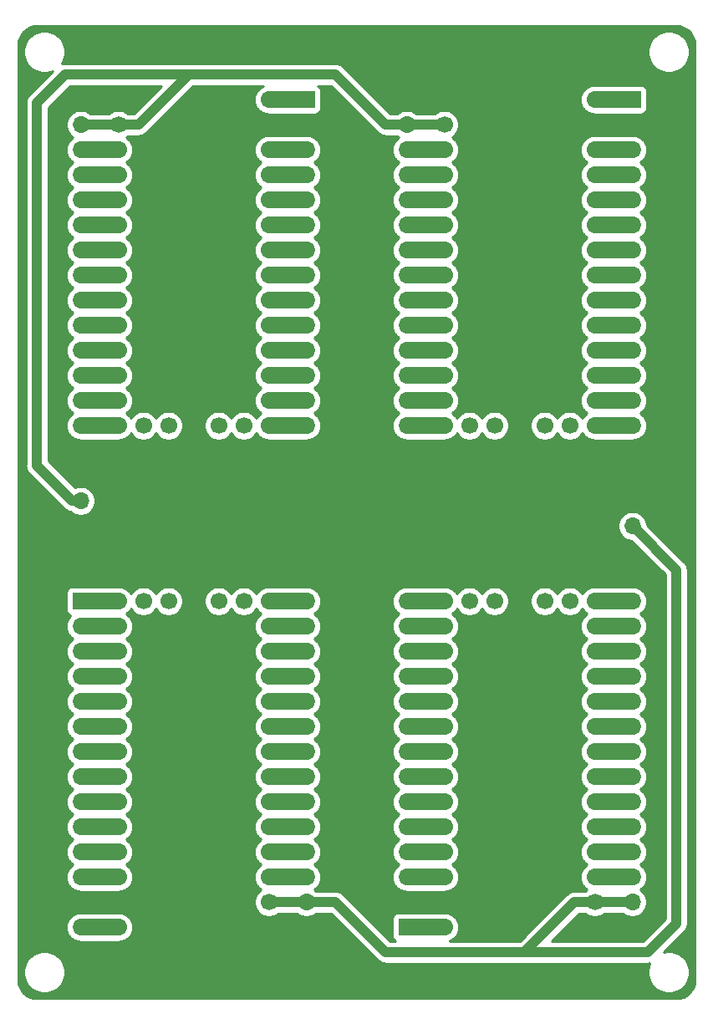
<source format=gbr>
G04 #@! TF.GenerationSoftware,KiCad,Pcbnew,(5.1.7-0-10_14)*
G04 #@! TF.CreationDate,2020-11-01T15:18:42-08:00*
G04 #@! TF.ProjectId,TeensyPCB_oshpark,5465656e-7379-4504-9342-5f6f73687061,rev?*
G04 #@! TF.SameCoordinates,Original*
G04 #@! TF.FileFunction,Copper,L2,Bot*
G04 #@! TF.FilePolarity,Positive*
%FSLAX46Y46*%
G04 Gerber Fmt 4.6, Leading zero omitted, Abs format (unit mm)*
G04 Created by KiCad (PCBNEW (5.1.7-0-10_14)) date 2020-11-01 15:18:42*
%MOMM*%
%LPD*%
G01*
G04 APERTURE LIST*
G04 #@! TA.AperFunction,ComponentPad*
%ADD10C,1.700000*%
G04 #@! TD*
G04 #@! TA.AperFunction,ComponentPad*
%ADD11R,1.600000X1.600000*%
G04 #@! TD*
G04 #@! TA.AperFunction,ComponentPad*
%ADD12O,1.700000X1.700000*%
G04 #@! TD*
G04 #@! TA.AperFunction,ComponentPad*
%ADD13R,1.700000X1.700000*%
G04 #@! TD*
G04 #@! TA.AperFunction,ViaPad*
%ADD14C,0.685800*%
G04 #@! TD*
G04 #@! TA.AperFunction,Conductor*
%ADD15C,1.016000*%
G04 #@! TD*
G04 #@! TA.AperFunction,Conductor*
%ADD16C,1.700000*%
G04 #@! TD*
G04 #@! TA.AperFunction,Conductor*
%ADD17C,0.254000*%
G04 #@! TD*
G04 #@! TA.AperFunction,Conductor*
%ADD18C,0.100000*%
G04 #@! TD*
G04 APERTURE END LIST*
D10*
X153035000Y-92710000D03*
X155575000Y-92710000D03*
X158115000Y-92710000D03*
X160655000Y-92710000D03*
X150495000Y-92710000D03*
X147955000Y-92710000D03*
X145415000Y-92710000D03*
X160655000Y-90170000D03*
X160655000Y-87630000D03*
X160655000Y-85090000D03*
X160655000Y-82550000D03*
X160655000Y-80010000D03*
X160655000Y-77470000D03*
X160655000Y-74930000D03*
X160655000Y-72390000D03*
X160655000Y-69850000D03*
X160655000Y-67310000D03*
X160655000Y-64770000D03*
X160655000Y-62230000D03*
X160655000Y-59690000D03*
X145415000Y-90170000D03*
X145415000Y-87630000D03*
X145415000Y-85090000D03*
X145415000Y-82550000D03*
X145415000Y-80010000D03*
X145415000Y-77470000D03*
X145415000Y-74930000D03*
X145415000Y-72390000D03*
X145415000Y-69850000D03*
X145415000Y-67310000D03*
X145415000Y-64770000D03*
X145415000Y-62230000D03*
D11*
X145415000Y-59690000D03*
D10*
X120015000Y-92710000D03*
X122555000Y-92710000D03*
X125095000Y-92710000D03*
X127635000Y-92710000D03*
X117475000Y-92710000D03*
X114935000Y-92710000D03*
X112395000Y-92710000D03*
X127635000Y-90170000D03*
X127635000Y-87630000D03*
X127635000Y-85090000D03*
X127635000Y-82550000D03*
X127635000Y-80010000D03*
X127635000Y-77470000D03*
X127635000Y-74930000D03*
X127635000Y-72390000D03*
X127635000Y-69850000D03*
X127635000Y-67310000D03*
X127635000Y-64770000D03*
X127635000Y-62230000D03*
X127635000Y-59690000D03*
X112395000Y-90170000D03*
X112395000Y-87630000D03*
X112395000Y-85090000D03*
X112395000Y-82550000D03*
X112395000Y-80010000D03*
X112395000Y-77470000D03*
X112395000Y-74930000D03*
X112395000Y-72390000D03*
X112395000Y-69850000D03*
X112395000Y-67310000D03*
X112395000Y-64770000D03*
X112395000Y-62230000D03*
D11*
X112395000Y-59690000D03*
D10*
X153035000Y-110490000D03*
X150495000Y-110490000D03*
X147955000Y-110490000D03*
X145415000Y-110490000D03*
X155575000Y-110490000D03*
X158115000Y-110490000D03*
X160655000Y-110490000D03*
X145415000Y-113030000D03*
X145415000Y-115570000D03*
X145415000Y-118110000D03*
X145415000Y-120650000D03*
X145415000Y-123190000D03*
X145415000Y-125730000D03*
X145415000Y-128270000D03*
X145415000Y-130810000D03*
X145415000Y-133350000D03*
X145415000Y-135890000D03*
X145415000Y-138430000D03*
X145415000Y-140970000D03*
X145415000Y-143510000D03*
X160655000Y-113030000D03*
X160655000Y-115570000D03*
X160655000Y-118110000D03*
X160655000Y-120650000D03*
X160655000Y-123190000D03*
X160655000Y-125730000D03*
X160655000Y-128270000D03*
X160655000Y-130810000D03*
X160655000Y-133350000D03*
X160655000Y-135890000D03*
X160655000Y-138430000D03*
X160655000Y-140970000D03*
D11*
X160655000Y-143510000D03*
D10*
X120015000Y-110490000D03*
X117475000Y-110490000D03*
X114935000Y-110490000D03*
X112395000Y-110490000D03*
X122555000Y-110490000D03*
X125095000Y-110490000D03*
X127635000Y-110490000D03*
X112395000Y-113030000D03*
X112395000Y-115570000D03*
X112395000Y-118110000D03*
X112395000Y-120650000D03*
X112395000Y-123190000D03*
X112395000Y-125730000D03*
X112395000Y-128270000D03*
X112395000Y-130810000D03*
X112395000Y-133350000D03*
X112395000Y-135890000D03*
X112395000Y-138430000D03*
X112395000Y-140970000D03*
X112395000Y-143510000D03*
X127635000Y-113030000D03*
X127635000Y-115570000D03*
X127635000Y-118110000D03*
X127635000Y-120650000D03*
X127635000Y-123190000D03*
X127635000Y-125730000D03*
X127635000Y-128270000D03*
X127635000Y-130810000D03*
X127635000Y-133350000D03*
X127635000Y-135890000D03*
X127635000Y-138430000D03*
X127635000Y-140970000D03*
D11*
X127635000Y-143510000D03*
D12*
X167005000Y-128270000D03*
X167005000Y-130810000D03*
X167005000Y-133350000D03*
D13*
X167005000Y-135890000D03*
D12*
X164465000Y-110490000D03*
X164465000Y-113030000D03*
X164465000Y-115570000D03*
X164465000Y-118110000D03*
X164465000Y-120650000D03*
X164465000Y-123190000D03*
X164465000Y-125730000D03*
X164465000Y-128270000D03*
X164465000Y-130810000D03*
X164465000Y-133350000D03*
X164465000Y-135890000D03*
X164465000Y-138430000D03*
X164465000Y-140970000D03*
D13*
X164465000Y-143510000D03*
D12*
X108585000Y-92710000D03*
X108585000Y-90170000D03*
X108585000Y-87630000D03*
X108585000Y-85090000D03*
X108585000Y-82550000D03*
X108585000Y-80010000D03*
X108585000Y-77470000D03*
X108585000Y-74930000D03*
X108585000Y-72390000D03*
X108585000Y-69850000D03*
X108585000Y-67310000D03*
X108585000Y-64770000D03*
X108585000Y-62230000D03*
D13*
X108585000Y-59690000D03*
D12*
X141605000Y-110490000D03*
X141605000Y-113030000D03*
X141605000Y-115570000D03*
X141605000Y-118110000D03*
X141605000Y-120650000D03*
X141605000Y-123190000D03*
X141605000Y-125730000D03*
X141605000Y-128270000D03*
X141605000Y-130810000D03*
X141605000Y-133350000D03*
X141605000Y-135890000D03*
X141605000Y-138430000D03*
X141605000Y-140970000D03*
D13*
X141605000Y-143510000D03*
D12*
X131445000Y-92710000D03*
X131445000Y-90170000D03*
X131445000Y-87630000D03*
X131445000Y-85090000D03*
X131445000Y-82550000D03*
X131445000Y-80010000D03*
X131445000Y-77470000D03*
X131445000Y-74930000D03*
X131445000Y-72390000D03*
X131445000Y-69850000D03*
X131445000Y-67310000D03*
X131445000Y-64770000D03*
X131445000Y-62230000D03*
D13*
X131445000Y-59690000D03*
D12*
X131445000Y-110490000D03*
X131445000Y-113030000D03*
X131445000Y-115570000D03*
X131445000Y-118110000D03*
X131445000Y-120650000D03*
X131445000Y-123190000D03*
X131445000Y-125730000D03*
X131445000Y-128270000D03*
X131445000Y-130810000D03*
X131445000Y-133350000D03*
X131445000Y-135890000D03*
X131445000Y-138430000D03*
X131445000Y-140970000D03*
D13*
X131445000Y-143510000D03*
D12*
X141605000Y-92710000D03*
X141605000Y-90170000D03*
X141605000Y-87630000D03*
X141605000Y-85090000D03*
X141605000Y-82550000D03*
X141605000Y-80010000D03*
X141605000Y-77470000D03*
X141605000Y-74930000D03*
X141605000Y-72390000D03*
X141605000Y-69850000D03*
X141605000Y-67310000D03*
X141605000Y-64770000D03*
X141605000Y-62230000D03*
D13*
X141605000Y-59690000D03*
D12*
X108585000Y-143510000D03*
X108585000Y-140970000D03*
X108585000Y-138430000D03*
X108585000Y-135890000D03*
X108585000Y-133350000D03*
X108585000Y-130810000D03*
X108585000Y-128270000D03*
X108585000Y-125730000D03*
X108585000Y-123190000D03*
X108585000Y-120650000D03*
X108585000Y-118110000D03*
X108585000Y-115570000D03*
X108585000Y-113030000D03*
D13*
X108585000Y-110490000D03*
D12*
X164465000Y-92710000D03*
X164465000Y-90170000D03*
X164465000Y-87630000D03*
X164465000Y-85090000D03*
X164465000Y-82550000D03*
X164465000Y-80010000D03*
X164465000Y-77470000D03*
X164465000Y-74930000D03*
X164465000Y-72390000D03*
X164465000Y-69850000D03*
X164465000Y-67310000D03*
X164465000Y-64770000D03*
X164465000Y-62230000D03*
D13*
X164465000Y-59690000D03*
D12*
X108585000Y-100330000D03*
D13*
X108585000Y-102870000D03*
D12*
X164465000Y-102870000D03*
D13*
X164465000Y-100330000D03*
D12*
X139065000Y-74930000D03*
X139065000Y-72390000D03*
X139065000Y-69850000D03*
D13*
X139065000Y-67310000D03*
D12*
X133985000Y-128270000D03*
X133985000Y-130810000D03*
X133985000Y-133350000D03*
D13*
X133985000Y-135890000D03*
D12*
X106045000Y-74930000D03*
X106045000Y-72390000D03*
X106045000Y-69850000D03*
D13*
X106045000Y-67310000D03*
D14*
X170434000Y-97790000D03*
X170434000Y-77470000D03*
X170434000Y-82550000D03*
X170434000Y-92710000D03*
X170434000Y-107950000D03*
X170434000Y-87630000D03*
X102616000Y-107950000D03*
X102616000Y-77470000D03*
X102616000Y-92710000D03*
X102616000Y-87630000D03*
X102616000Y-97790000D03*
X102616000Y-82550000D03*
X102616000Y-62230000D03*
X102616000Y-133350000D03*
X102616000Y-67310000D03*
X102616000Y-138430000D03*
X102616000Y-113030000D03*
X102616000Y-118110000D03*
X102616000Y-128270000D03*
X102616000Y-143510000D03*
X102616000Y-72390000D03*
X102616000Y-123190000D03*
X130175000Y-98425000D03*
X142240000Y-104775000D03*
X158750000Y-100965000D03*
X147320000Y-104775000D03*
X153035000Y-100965000D03*
X147320000Y-100965000D03*
X153035000Y-104775000D03*
X158750000Y-104775000D03*
X125730000Y-113030000D03*
X125730000Y-138430000D03*
X125730000Y-143510000D03*
X125730000Y-128270000D03*
X125730000Y-123190000D03*
X125730000Y-133350000D03*
X125730000Y-118110000D03*
X114300000Y-113030000D03*
X114300000Y-138430000D03*
X114300000Y-143510000D03*
X114300000Y-128270000D03*
X114300000Y-123190000D03*
X114300000Y-133350000D03*
X114300000Y-118110000D03*
X120015000Y-113030000D03*
X120015000Y-138430000D03*
X120015000Y-143510000D03*
X120015000Y-128270000D03*
X120015000Y-123190000D03*
X120015000Y-133350000D03*
X120015000Y-118110000D03*
X153035000Y-113030000D03*
X153035000Y-138430000D03*
X153035000Y-143510000D03*
X153035000Y-128270000D03*
X153035000Y-123190000D03*
X153035000Y-133350000D03*
X153035000Y-118110000D03*
X106680000Y-113030000D03*
X106680000Y-138430000D03*
X106680000Y-143510000D03*
X106680000Y-128270000D03*
X106680000Y-123190000D03*
X106680000Y-133350000D03*
X106680000Y-118110000D03*
X133985000Y-113030000D03*
X133985000Y-138430000D03*
X133985000Y-143510000D03*
X133985000Y-123190000D03*
X133985000Y-118110000D03*
X125730000Y-59690000D03*
X125730000Y-85090000D03*
X125730000Y-90170000D03*
X125730000Y-74930000D03*
X125730000Y-69850000D03*
X125730000Y-80010000D03*
X125730000Y-64770000D03*
X114300000Y-59690000D03*
X114300000Y-85090000D03*
X114300000Y-90170000D03*
X114300000Y-74930000D03*
X114300000Y-69850000D03*
X114300000Y-80010000D03*
X114300000Y-64770000D03*
X120015000Y-59690000D03*
X120015000Y-85090000D03*
X120015000Y-90170000D03*
X120015000Y-74930000D03*
X120015000Y-69850000D03*
X120015000Y-80010000D03*
X120015000Y-64770000D03*
X147320000Y-59690000D03*
X147320000Y-85090000D03*
X147320000Y-90170000D03*
X147320000Y-74930000D03*
X147320000Y-69850000D03*
X147320000Y-80010000D03*
X147320000Y-64770000D03*
X158750000Y-59690000D03*
X158750000Y-85090000D03*
X158750000Y-90170000D03*
X158750000Y-74930000D03*
X158750000Y-69850000D03*
X158750000Y-80010000D03*
X158750000Y-64770000D03*
X153035000Y-59690000D03*
X153035000Y-85090000D03*
X153035000Y-90170000D03*
X153035000Y-74930000D03*
X153035000Y-69850000D03*
X153035000Y-80010000D03*
X153035000Y-64770000D03*
X167005000Y-59690000D03*
X167005000Y-85090000D03*
X167005000Y-90170000D03*
X167005000Y-74930000D03*
X167005000Y-69850000D03*
X167005000Y-80010000D03*
X167005000Y-64770000D03*
X133350000Y-59690000D03*
X133350000Y-85090000D03*
X133350000Y-90170000D03*
X133350000Y-74930000D03*
X133350000Y-69850000D03*
X133350000Y-80010000D03*
X133350000Y-64770000D03*
X121920000Y-52832000D03*
X118110000Y-52832000D03*
X125730000Y-52832000D03*
X156210000Y-52832000D03*
X137160000Y-52832000D03*
X163830000Y-52832000D03*
X160020000Y-52832000D03*
X129540000Y-52832000D03*
X144780000Y-52832000D03*
X110490000Y-52832000D03*
X140970000Y-52832000D03*
X152400000Y-52832000D03*
X114300000Y-52832000D03*
X133350000Y-52832000D03*
X148590000Y-52832000D03*
X162560000Y-143510000D03*
X166370000Y-142240000D03*
X167005000Y-138430000D03*
X167005000Y-125730000D03*
X167005000Y-120650000D03*
X167005000Y-115570000D03*
X167005000Y-110490000D03*
X110490000Y-59690000D03*
X106045000Y-62230000D03*
X106045000Y-64770000D03*
X106045000Y-77470000D03*
X106045000Y-82550000D03*
X106045000Y-87630000D03*
X106045000Y-92710000D03*
X110490000Y-150368000D03*
X114300000Y-150368000D03*
X118110000Y-150368000D03*
X121920000Y-150368000D03*
X125730000Y-150368000D03*
X129540000Y-150368000D03*
X133350000Y-150368000D03*
X137160000Y-150368000D03*
X140970000Y-150368000D03*
X144780000Y-150368000D03*
X148590000Y-150368000D03*
X152400000Y-150368000D03*
X156210000Y-150368000D03*
X160020000Y-150368000D03*
X163830000Y-150368000D03*
X147320000Y-143510000D03*
X147320000Y-113030000D03*
X158750000Y-113030000D03*
X147320000Y-118110000D03*
X147320000Y-123190000D03*
X147320000Y-128270000D03*
X147320000Y-133350000D03*
X147320000Y-138430000D03*
X158750000Y-138430000D03*
X158750000Y-133350000D03*
X158750000Y-128270000D03*
X158750000Y-123190000D03*
X158750000Y-118110000D03*
X147320000Y-107950000D03*
X158750000Y-107950000D03*
X139700000Y-138430000D03*
X139700000Y-143510000D03*
X139700000Y-133350000D03*
X139700000Y-128270000D03*
X139700000Y-123190000D03*
X139700000Y-118110000D03*
X139700000Y-113030000D03*
X139700000Y-107950000D03*
X170434000Y-143510000D03*
X170434000Y-138430000D03*
X170434000Y-133350000D03*
X170434000Y-128270000D03*
X170434000Y-123190000D03*
X170434000Y-118110000D03*
X170434000Y-113030000D03*
X170434000Y-72390000D03*
X170434000Y-67310000D03*
X170434000Y-62230000D03*
X120015000Y-107950000D03*
X114300000Y-107950000D03*
X106680000Y-107950000D03*
X133985000Y-107950000D03*
X125730000Y-107950000D03*
X153035000Y-107950000D03*
X167005000Y-107950000D03*
X153035000Y-95250000D03*
X147320000Y-95250000D03*
X158750000Y-95250000D03*
X167005000Y-95250000D03*
X133350000Y-95250000D03*
X125730000Y-95250000D03*
X120015000Y-95250000D03*
X114300000Y-95250000D03*
X107188000Y-97536000D03*
X114300000Y-102235000D03*
X114300000Y-98425000D03*
X125730000Y-98425000D03*
X125730000Y-102235000D03*
X158750000Y-143510000D03*
X139700000Y-64770000D03*
X139700000Y-59690000D03*
X139700000Y-80010000D03*
X139700000Y-85090000D03*
X139700000Y-90170000D03*
X139700000Y-95250000D03*
X164338000Y-104775000D03*
D15*
X112395000Y-62230000D02*
X108585000Y-62230000D01*
X160655000Y-140970000D02*
X164465000Y-140970000D01*
X141605000Y-62230000D02*
X145415000Y-62230000D01*
X127635000Y-140970000D02*
X131445000Y-140970000D01*
X134371958Y-57150000D02*
X139451958Y-62230000D01*
X139451958Y-62230000D02*
X141605000Y-62230000D01*
X119528042Y-57150000D02*
X134371958Y-57150000D01*
X114448042Y-62230000D02*
X119528042Y-57150000D01*
X112395000Y-62230000D02*
X114448042Y-62230000D01*
X139451958Y-146050000D02*
X134371958Y-140970000D01*
X134371958Y-140970000D02*
X131445000Y-140970000D01*
X153670000Y-146050000D02*
X139451958Y-146050000D01*
X153670000Y-145901958D02*
X153670000Y-146050000D01*
X158601958Y-140970000D02*
X153670000Y-145901958D01*
X160655000Y-140970000D02*
X158601958Y-140970000D01*
X107039759Y-57150000D02*
X104140000Y-60049759D01*
X119528042Y-57150000D02*
X107039759Y-57150000D01*
X166010241Y-146050000D02*
X168910000Y-143150241D01*
X168910000Y-107315000D02*
X164465000Y-102870000D01*
X168910000Y-143150241D02*
X168910000Y-107315000D01*
X153670000Y-146050000D02*
X166010241Y-146050000D01*
X107735114Y-100330000D02*
X108585000Y-100330000D01*
X104140000Y-96734886D02*
X107735114Y-100330000D01*
X104140000Y-60049759D02*
X104140000Y-96734886D01*
D16*
X108585000Y-110490000D02*
X112395000Y-110490000D01*
X108585000Y-115570000D02*
X112395000Y-115570000D01*
X108585000Y-118110000D02*
X112395000Y-118110000D01*
X108585000Y-120650000D02*
X112395000Y-120650000D01*
X108585000Y-123190000D02*
X112395000Y-123190000D01*
X108585000Y-125730000D02*
X112395000Y-125730000D01*
X108585000Y-128270000D02*
X112395000Y-128270000D01*
X141605000Y-64770000D02*
X145415000Y-64770000D01*
X145415000Y-67310000D02*
X141605000Y-67310000D01*
X145415000Y-69850000D02*
X141605000Y-69850000D01*
X141605000Y-72390000D02*
X145415000Y-72390000D01*
X145415000Y-74930000D02*
X141605000Y-74930000D01*
X141605000Y-77470000D02*
X145415000Y-77470000D01*
X127635000Y-59690000D02*
X131445000Y-59690000D01*
X127635000Y-64770000D02*
X131445000Y-64770000D01*
X131445000Y-67310000D02*
X127635000Y-67310000D01*
X127635000Y-69850000D02*
X131445000Y-69850000D01*
X131445000Y-72390000D02*
X127635000Y-72390000D01*
X131445000Y-74930000D02*
X127635000Y-74930000D01*
X127635000Y-77470000D02*
X131445000Y-77470000D01*
X141605000Y-133350000D02*
X145415000Y-133350000D01*
X160655000Y-77470000D02*
X164465000Y-77470000D01*
X164465000Y-74930000D02*
X160655000Y-74930000D01*
X160655000Y-72390000D02*
X164465000Y-72390000D01*
X164465000Y-69850000D02*
X160655000Y-69850000D01*
X160655000Y-67310000D02*
X164465000Y-67310000D01*
X164465000Y-64770000D02*
X160655000Y-64770000D01*
X160655000Y-59690000D02*
X164465000Y-59690000D01*
X127635000Y-125730000D02*
X131445000Y-125730000D01*
X127635000Y-128270000D02*
X131445000Y-128270000D01*
X127635000Y-130810000D02*
X131445000Y-130810000D01*
X127635000Y-133350000D02*
X131445000Y-133350000D01*
X127635000Y-135890000D02*
X131445000Y-135890000D01*
X131445000Y-138430000D02*
X127635000Y-138430000D01*
X141605000Y-125730000D02*
X145415000Y-125730000D01*
X141605000Y-128270000D02*
X145415000Y-128270000D01*
X141605000Y-130810000D02*
X145415000Y-130810000D01*
X141605000Y-135890000D02*
X145415000Y-135890000D01*
X141605000Y-138430000D02*
X145415000Y-138430000D01*
X141605000Y-143510000D02*
X145415000Y-143510000D01*
X108585000Y-64770000D02*
X112395000Y-64770000D01*
X108585000Y-67310000D02*
X112395000Y-67310000D01*
X108585000Y-69850000D02*
X112395000Y-69850000D01*
X112395000Y-72390000D02*
X108585000Y-72390000D01*
X108585000Y-74930000D02*
X112395000Y-74930000D01*
X112395000Y-77470000D02*
X108585000Y-77470000D01*
X160655000Y-125730000D02*
X164465000Y-125730000D01*
X160655000Y-128270000D02*
X164465000Y-128270000D01*
X164465000Y-130810000D02*
X160655000Y-130810000D01*
X160655000Y-133350000D02*
X164465000Y-133350000D01*
X164465000Y-135890000D02*
X160655000Y-135890000D01*
X160655000Y-138430000D02*
X164465000Y-138430000D01*
X108585000Y-143510000D02*
X112395000Y-143510000D01*
X127635000Y-110490000D02*
X131445000Y-110490000D01*
X108585000Y-138430000D02*
X112395000Y-138430000D01*
X108585000Y-135890000D02*
X112395000Y-135890000D01*
X108585000Y-133350000D02*
X112395000Y-133350000D01*
X108585000Y-130810000D02*
X112395000Y-130810000D01*
X131445000Y-113030000D02*
X127635000Y-113030000D01*
X127635000Y-115570000D02*
X131445000Y-115570000D01*
X131445000Y-118110000D02*
X127635000Y-118110000D01*
X127635000Y-120650000D02*
X131445000Y-120650000D01*
X127635000Y-123190000D02*
X131445000Y-123190000D01*
X141605000Y-80010000D02*
X145415000Y-80010000D01*
X141605000Y-82550000D02*
X145415000Y-82550000D01*
X141605000Y-85090000D02*
X145415000Y-85090000D01*
X141605000Y-87630000D02*
X145415000Y-87630000D01*
X141605000Y-90170000D02*
X145415000Y-90170000D01*
X164465000Y-80010000D02*
X160655000Y-80010000D01*
X160655000Y-82550000D02*
X164465000Y-82550000D01*
X164465000Y-85090000D02*
X160655000Y-85090000D01*
X160655000Y-87630000D02*
X164465000Y-87630000D01*
X164465000Y-90170000D02*
X160655000Y-90170000D01*
X145415000Y-92710000D02*
X141605000Y-92710000D01*
X160655000Y-92710000D02*
X164465000Y-92710000D01*
X127635000Y-92710000D02*
X131445000Y-92710000D01*
X108585000Y-92710000D02*
X112395000Y-92710000D01*
X131445000Y-90170000D02*
X127635000Y-90170000D01*
X127635000Y-87630000D02*
X131445000Y-87630000D01*
X131445000Y-85090000D02*
X127635000Y-85090000D01*
X127635000Y-82550000D02*
X131445000Y-82550000D01*
X131445000Y-80010000D02*
X127635000Y-80010000D01*
X108585000Y-90170000D02*
X112395000Y-90170000D01*
X108585000Y-87630000D02*
X112395000Y-87630000D01*
X108585000Y-85090000D02*
X112395000Y-85090000D01*
X108585000Y-82550000D02*
X112395000Y-82550000D01*
X108585000Y-80010000D02*
X112395000Y-80010000D01*
X160655000Y-123190000D02*
X164465000Y-123190000D01*
X160655000Y-120650000D02*
X164465000Y-120650000D01*
X160655000Y-118110000D02*
X164465000Y-118110000D01*
X160655000Y-115570000D02*
X164465000Y-115570000D01*
X160655000Y-113030000D02*
X164465000Y-113030000D01*
X141605000Y-123190000D02*
X145415000Y-123190000D01*
X141605000Y-120650000D02*
X145415000Y-120650000D01*
X141605000Y-118110000D02*
X145415000Y-118110000D01*
X141605000Y-115570000D02*
X145415000Y-115570000D01*
X141605000Y-113030000D02*
X145415000Y-113030000D01*
X164465000Y-110490000D02*
X160655000Y-110490000D01*
X141605000Y-110490000D02*
X145415000Y-110490000D01*
X108585000Y-113030000D02*
X112395000Y-113030000D01*
D17*
X169274545Y-52260909D02*
X169625208Y-52366780D01*
X169948625Y-52538744D01*
X170232484Y-52770254D01*
X170465965Y-53052486D01*
X170640183Y-53374695D01*
X170748502Y-53724614D01*
X170790001Y-54119452D01*
X170790000Y-148811721D01*
X170751091Y-149208545D01*
X170645220Y-149559206D01*
X170473257Y-149882623D01*
X170241748Y-150166482D01*
X169959514Y-150399965D01*
X169637304Y-150574184D01*
X169287385Y-150682502D01*
X168892557Y-150724000D01*
X104172279Y-150724000D01*
X103775455Y-150685091D01*
X103424794Y-150579220D01*
X103101377Y-150407257D01*
X102817518Y-150175748D01*
X102584035Y-149893514D01*
X102409816Y-149571304D01*
X102301498Y-149221385D01*
X102260000Y-148826557D01*
X102260000Y-147871721D01*
X102767001Y-147871721D01*
X102767001Y-148292279D01*
X102849048Y-148704756D01*
X103009989Y-149093301D01*
X103243638Y-149442982D01*
X103541018Y-149740362D01*
X103890699Y-149974011D01*
X104279244Y-150134952D01*
X104691721Y-150216999D01*
X105112279Y-150216999D01*
X105524756Y-150134952D01*
X105913301Y-149974011D01*
X106262982Y-149740362D01*
X106560362Y-149442982D01*
X106794011Y-149093301D01*
X106954952Y-148704756D01*
X107036999Y-148292279D01*
X107036999Y-147871721D01*
X106954952Y-147459244D01*
X106794011Y-147070699D01*
X106560362Y-146721018D01*
X106262982Y-146423638D01*
X105913301Y-146189989D01*
X105524756Y-146029048D01*
X105112279Y-145947001D01*
X104691721Y-145947001D01*
X104279244Y-146029048D01*
X103890699Y-146189989D01*
X103541018Y-146423638D01*
X103243638Y-146721018D01*
X103009989Y-147070699D01*
X102849048Y-147459244D01*
X102767001Y-147871721D01*
X102260000Y-147871721D01*
X102260000Y-143510000D01*
X107092815Y-143510000D01*
X107100000Y-143582950D01*
X107100000Y-143656260D01*
X107114302Y-143728160D01*
X107121487Y-143801111D01*
X107142766Y-143871260D01*
X107157068Y-143943158D01*
X107185122Y-144010886D01*
X107206401Y-144081034D01*
X107240955Y-144145680D01*
X107269010Y-144213411D01*
X107309740Y-144274367D01*
X107344294Y-144339014D01*
X107390796Y-144395677D01*
X107431525Y-144456632D01*
X107483363Y-144508470D01*
X107529866Y-144565134D01*
X107586530Y-144611637D01*
X107638368Y-144663475D01*
X107699323Y-144704204D01*
X107755986Y-144750706D01*
X107820633Y-144785260D01*
X107881589Y-144825990D01*
X107949320Y-144854045D01*
X108013966Y-144888599D01*
X108084114Y-144909878D01*
X108151842Y-144937932D01*
X108223740Y-144952234D01*
X108293889Y-144973513D01*
X108366840Y-144980698D01*
X108438740Y-144995000D01*
X112541260Y-144995000D01*
X112613160Y-144980698D01*
X112686111Y-144973513D01*
X112756260Y-144952234D01*
X112828158Y-144937932D01*
X112895886Y-144909878D01*
X112966034Y-144888599D01*
X113030680Y-144854045D01*
X113098411Y-144825990D01*
X113159367Y-144785260D01*
X113224014Y-144750706D01*
X113280677Y-144704204D01*
X113341632Y-144663475D01*
X113393470Y-144611637D01*
X113450134Y-144565134D01*
X113496637Y-144508470D01*
X113548475Y-144456632D01*
X113589204Y-144395677D01*
X113635706Y-144339014D01*
X113670260Y-144274367D01*
X113710990Y-144213411D01*
X113739045Y-144145680D01*
X113773599Y-144081034D01*
X113794878Y-144010886D01*
X113822932Y-143943158D01*
X113837234Y-143871260D01*
X113858513Y-143801111D01*
X113865698Y-143728160D01*
X113880000Y-143656260D01*
X113880000Y-143582950D01*
X113887185Y-143510000D01*
X113880000Y-143437050D01*
X113880000Y-143363740D01*
X113865698Y-143291840D01*
X113858513Y-143218889D01*
X113837234Y-143148740D01*
X113822932Y-143076842D01*
X113794878Y-143009114D01*
X113773599Y-142938966D01*
X113739045Y-142874320D01*
X113710990Y-142806589D01*
X113670260Y-142745633D01*
X113635706Y-142680986D01*
X113589204Y-142624323D01*
X113548475Y-142563368D01*
X113496637Y-142511530D01*
X113450134Y-142454866D01*
X113393470Y-142408363D01*
X113341632Y-142356525D01*
X113280677Y-142315796D01*
X113224014Y-142269294D01*
X113159367Y-142234740D01*
X113098411Y-142194010D01*
X113030680Y-142165955D01*
X112966034Y-142131401D01*
X112895886Y-142110122D01*
X112828158Y-142082068D01*
X112756260Y-142067766D01*
X112686111Y-142046487D01*
X112613160Y-142039302D01*
X112541260Y-142025000D01*
X108438740Y-142025000D01*
X108366840Y-142039302D01*
X108293889Y-142046487D01*
X108223740Y-142067766D01*
X108151842Y-142082068D01*
X108084114Y-142110122D01*
X108013966Y-142131401D01*
X107949320Y-142165955D01*
X107881589Y-142194010D01*
X107820633Y-142234740D01*
X107755986Y-142269294D01*
X107699323Y-142315796D01*
X107638368Y-142356525D01*
X107586530Y-142408363D01*
X107529866Y-142454866D01*
X107483363Y-142511530D01*
X107431525Y-142563368D01*
X107390796Y-142624323D01*
X107344294Y-142680986D01*
X107309740Y-142745633D01*
X107269010Y-142806589D01*
X107240955Y-142874320D01*
X107206401Y-142938966D01*
X107185122Y-143009114D01*
X107157068Y-143076842D01*
X107142766Y-143148740D01*
X107121487Y-143218889D01*
X107114302Y-143291840D01*
X107100000Y-143363740D01*
X107100000Y-143437050D01*
X107092815Y-143510000D01*
X102260000Y-143510000D01*
X102260000Y-110490000D01*
X107092815Y-110490000D01*
X107096928Y-110531760D01*
X107096928Y-111340000D01*
X107109188Y-111464482D01*
X107145498Y-111584180D01*
X107204463Y-111694494D01*
X107283815Y-111791185D01*
X107380506Y-111870537D01*
X107490820Y-111929502D01*
X107559687Y-111950393D01*
X107529866Y-111974866D01*
X107483363Y-112031530D01*
X107431525Y-112083368D01*
X107390796Y-112144323D01*
X107344294Y-112200986D01*
X107309740Y-112265633D01*
X107269010Y-112326589D01*
X107240955Y-112394320D01*
X107206401Y-112458966D01*
X107185122Y-112529114D01*
X107157068Y-112596842D01*
X107142766Y-112668740D01*
X107121487Y-112738889D01*
X107114302Y-112811840D01*
X107100000Y-112883740D01*
X107100000Y-112957050D01*
X107092815Y-113030000D01*
X107100000Y-113102950D01*
X107100000Y-113176260D01*
X107114302Y-113248160D01*
X107121487Y-113321111D01*
X107142766Y-113391260D01*
X107157068Y-113463158D01*
X107185122Y-113530886D01*
X107206401Y-113601034D01*
X107240955Y-113665680D01*
X107269010Y-113733411D01*
X107309740Y-113794367D01*
X107344294Y-113859014D01*
X107390796Y-113915677D01*
X107431525Y-113976632D01*
X107483363Y-114028470D01*
X107529866Y-114085134D01*
X107586530Y-114131637D01*
X107638368Y-114183475D01*
X107699323Y-114224204D01*
X107755986Y-114270706D01*
X107810791Y-114300000D01*
X107755986Y-114329294D01*
X107699323Y-114375796D01*
X107638368Y-114416525D01*
X107586530Y-114468363D01*
X107529866Y-114514866D01*
X107483363Y-114571530D01*
X107431525Y-114623368D01*
X107390796Y-114684323D01*
X107344294Y-114740986D01*
X107309740Y-114805633D01*
X107269010Y-114866589D01*
X107240955Y-114934320D01*
X107206401Y-114998966D01*
X107185122Y-115069114D01*
X107157068Y-115136842D01*
X107142766Y-115208740D01*
X107121487Y-115278889D01*
X107114302Y-115351840D01*
X107100000Y-115423740D01*
X107100000Y-115497050D01*
X107092815Y-115570000D01*
X107100000Y-115642950D01*
X107100000Y-115716260D01*
X107114302Y-115788160D01*
X107121487Y-115861111D01*
X107142766Y-115931260D01*
X107157068Y-116003158D01*
X107185122Y-116070886D01*
X107206401Y-116141034D01*
X107240955Y-116205680D01*
X107269010Y-116273411D01*
X107309740Y-116334367D01*
X107344294Y-116399014D01*
X107390796Y-116455677D01*
X107431525Y-116516632D01*
X107483363Y-116568470D01*
X107529866Y-116625134D01*
X107586530Y-116671637D01*
X107638368Y-116723475D01*
X107699323Y-116764204D01*
X107755986Y-116810706D01*
X107810791Y-116840000D01*
X107755986Y-116869294D01*
X107699323Y-116915796D01*
X107638368Y-116956525D01*
X107586530Y-117008363D01*
X107529866Y-117054866D01*
X107483363Y-117111530D01*
X107431525Y-117163368D01*
X107390796Y-117224323D01*
X107344294Y-117280986D01*
X107309740Y-117345633D01*
X107269010Y-117406589D01*
X107240955Y-117474320D01*
X107206401Y-117538966D01*
X107185122Y-117609114D01*
X107157068Y-117676842D01*
X107142766Y-117748740D01*
X107121487Y-117818889D01*
X107114302Y-117891840D01*
X107100000Y-117963740D01*
X107100000Y-118037050D01*
X107092815Y-118110000D01*
X107100000Y-118182950D01*
X107100000Y-118256260D01*
X107114302Y-118328160D01*
X107121487Y-118401111D01*
X107142766Y-118471260D01*
X107157068Y-118543158D01*
X107185122Y-118610886D01*
X107206401Y-118681034D01*
X107240955Y-118745680D01*
X107269010Y-118813411D01*
X107309740Y-118874367D01*
X107344294Y-118939014D01*
X107390796Y-118995677D01*
X107431525Y-119056632D01*
X107483363Y-119108470D01*
X107529866Y-119165134D01*
X107586530Y-119211637D01*
X107638368Y-119263475D01*
X107699323Y-119304204D01*
X107755986Y-119350706D01*
X107810791Y-119380000D01*
X107755986Y-119409294D01*
X107699323Y-119455796D01*
X107638368Y-119496525D01*
X107586530Y-119548363D01*
X107529866Y-119594866D01*
X107483363Y-119651530D01*
X107431525Y-119703368D01*
X107390796Y-119764323D01*
X107344294Y-119820986D01*
X107309740Y-119885633D01*
X107269010Y-119946589D01*
X107240955Y-120014320D01*
X107206401Y-120078966D01*
X107185122Y-120149114D01*
X107157068Y-120216842D01*
X107142766Y-120288740D01*
X107121487Y-120358889D01*
X107114302Y-120431840D01*
X107100000Y-120503740D01*
X107100000Y-120577050D01*
X107092815Y-120650000D01*
X107100000Y-120722950D01*
X107100000Y-120796260D01*
X107114302Y-120868160D01*
X107121487Y-120941111D01*
X107142766Y-121011260D01*
X107157068Y-121083158D01*
X107185122Y-121150886D01*
X107206401Y-121221034D01*
X107240955Y-121285680D01*
X107269010Y-121353411D01*
X107309740Y-121414367D01*
X107344294Y-121479014D01*
X107390796Y-121535677D01*
X107431525Y-121596632D01*
X107483363Y-121648470D01*
X107529866Y-121705134D01*
X107586530Y-121751637D01*
X107638368Y-121803475D01*
X107699323Y-121844204D01*
X107755986Y-121890706D01*
X107810791Y-121920000D01*
X107755986Y-121949294D01*
X107699323Y-121995796D01*
X107638368Y-122036525D01*
X107586530Y-122088363D01*
X107529866Y-122134866D01*
X107483363Y-122191530D01*
X107431525Y-122243368D01*
X107390796Y-122304323D01*
X107344294Y-122360986D01*
X107309740Y-122425633D01*
X107269010Y-122486589D01*
X107240955Y-122554320D01*
X107206401Y-122618966D01*
X107185122Y-122689114D01*
X107157068Y-122756842D01*
X107142766Y-122828740D01*
X107121487Y-122898889D01*
X107114302Y-122971840D01*
X107100000Y-123043740D01*
X107100000Y-123117050D01*
X107092815Y-123190000D01*
X107100000Y-123262950D01*
X107100000Y-123336260D01*
X107114302Y-123408160D01*
X107121487Y-123481111D01*
X107142766Y-123551260D01*
X107157068Y-123623158D01*
X107185122Y-123690886D01*
X107206401Y-123761034D01*
X107240955Y-123825680D01*
X107269010Y-123893411D01*
X107309740Y-123954367D01*
X107344294Y-124019014D01*
X107390796Y-124075677D01*
X107431525Y-124136632D01*
X107483363Y-124188470D01*
X107529866Y-124245134D01*
X107586530Y-124291637D01*
X107638368Y-124343475D01*
X107699323Y-124384204D01*
X107755986Y-124430706D01*
X107810791Y-124460000D01*
X107755986Y-124489294D01*
X107699323Y-124535796D01*
X107638368Y-124576525D01*
X107586530Y-124628363D01*
X107529866Y-124674866D01*
X107483363Y-124731530D01*
X107431525Y-124783368D01*
X107390796Y-124844323D01*
X107344294Y-124900986D01*
X107309740Y-124965633D01*
X107269010Y-125026589D01*
X107240955Y-125094320D01*
X107206401Y-125158966D01*
X107185122Y-125229114D01*
X107157068Y-125296842D01*
X107142766Y-125368740D01*
X107121487Y-125438889D01*
X107114302Y-125511840D01*
X107100000Y-125583740D01*
X107100000Y-125657050D01*
X107092815Y-125730000D01*
X107100000Y-125802950D01*
X107100000Y-125876260D01*
X107114302Y-125948160D01*
X107121487Y-126021111D01*
X107142766Y-126091260D01*
X107157068Y-126163158D01*
X107185122Y-126230886D01*
X107206401Y-126301034D01*
X107240955Y-126365680D01*
X107269010Y-126433411D01*
X107309740Y-126494367D01*
X107344294Y-126559014D01*
X107390796Y-126615677D01*
X107431525Y-126676632D01*
X107483363Y-126728470D01*
X107529866Y-126785134D01*
X107586530Y-126831637D01*
X107638368Y-126883475D01*
X107699323Y-126924204D01*
X107755986Y-126970706D01*
X107810791Y-127000000D01*
X107755986Y-127029294D01*
X107699323Y-127075796D01*
X107638368Y-127116525D01*
X107586530Y-127168363D01*
X107529866Y-127214866D01*
X107483363Y-127271530D01*
X107431525Y-127323368D01*
X107390796Y-127384323D01*
X107344294Y-127440986D01*
X107309740Y-127505633D01*
X107269010Y-127566589D01*
X107240955Y-127634320D01*
X107206401Y-127698966D01*
X107185122Y-127769114D01*
X107157068Y-127836842D01*
X107142766Y-127908740D01*
X107121487Y-127978889D01*
X107114302Y-128051840D01*
X107100000Y-128123740D01*
X107100000Y-128197050D01*
X107092815Y-128270000D01*
X107100000Y-128342950D01*
X107100000Y-128416260D01*
X107114302Y-128488160D01*
X107121487Y-128561111D01*
X107142766Y-128631260D01*
X107157068Y-128703158D01*
X107185122Y-128770886D01*
X107206401Y-128841034D01*
X107240955Y-128905680D01*
X107269010Y-128973411D01*
X107309740Y-129034367D01*
X107344294Y-129099014D01*
X107390796Y-129155677D01*
X107431525Y-129216632D01*
X107483363Y-129268470D01*
X107529866Y-129325134D01*
X107586530Y-129371637D01*
X107638368Y-129423475D01*
X107699323Y-129464204D01*
X107755986Y-129510706D01*
X107810791Y-129540000D01*
X107755986Y-129569294D01*
X107699323Y-129615796D01*
X107638368Y-129656525D01*
X107586530Y-129708363D01*
X107529866Y-129754866D01*
X107483363Y-129811530D01*
X107431525Y-129863368D01*
X107390796Y-129924323D01*
X107344294Y-129980986D01*
X107309740Y-130045633D01*
X107269010Y-130106589D01*
X107240955Y-130174320D01*
X107206401Y-130238966D01*
X107185122Y-130309114D01*
X107157068Y-130376842D01*
X107142766Y-130448740D01*
X107121487Y-130518889D01*
X107114302Y-130591840D01*
X107100000Y-130663740D01*
X107100000Y-130737050D01*
X107092815Y-130810000D01*
X107100000Y-130882950D01*
X107100000Y-130956260D01*
X107114302Y-131028160D01*
X107121487Y-131101111D01*
X107142766Y-131171260D01*
X107157068Y-131243158D01*
X107185122Y-131310886D01*
X107206401Y-131381034D01*
X107240955Y-131445680D01*
X107269010Y-131513411D01*
X107309740Y-131574367D01*
X107344294Y-131639014D01*
X107390796Y-131695677D01*
X107431525Y-131756632D01*
X107483363Y-131808470D01*
X107529866Y-131865134D01*
X107586530Y-131911637D01*
X107638368Y-131963475D01*
X107699323Y-132004204D01*
X107755986Y-132050706D01*
X107810791Y-132080000D01*
X107755986Y-132109294D01*
X107699323Y-132155796D01*
X107638368Y-132196525D01*
X107586530Y-132248363D01*
X107529866Y-132294866D01*
X107483363Y-132351530D01*
X107431525Y-132403368D01*
X107390796Y-132464323D01*
X107344294Y-132520986D01*
X107309740Y-132585633D01*
X107269010Y-132646589D01*
X107240955Y-132714320D01*
X107206401Y-132778966D01*
X107185122Y-132849114D01*
X107157068Y-132916842D01*
X107142766Y-132988740D01*
X107121487Y-133058889D01*
X107114302Y-133131840D01*
X107100000Y-133203740D01*
X107100000Y-133277050D01*
X107092815Y-133350000D01*
X107100000Y-133422950D01*
X107100000Y-133496260D01*
X107114302Y-133568160D01*
X107121487Y-133641111D01*
X107142766Y-133711260D01*
X107157068Y-133783158D01*
X107185122Y-133850886D01*
X107206401Y-133921034D01*
X107240955Y-133985680D01*
X107269010Y-134053411D01*
X107309740Y-134114367D01*
X107344294Y-134179014D01*
X107390796Y-134235677D01*
X107431525Y-134296632D01*
X107483363Y-134348470D01*
X107529866Y-134405134D01*
X107586530Y-134451637D01*
X107638368Y-134503475D01*
X107699323Y-134544204D01*
X107755986Y-134590706D01*
X107810791Y-134620000D01*
X107755986Y-134649294D01*
X107699323Y-134695796D01*
X107638368Y-134736525D01*
X107586530Y-134788363D01*
X107529866Y-134834866D01*
X107483363Y-134891530D01*
X107431525Y-134943368D01*
X107390796Y-135004323D01*
X107344294Y-135060986D01*
X107309740Y-135125633D01*
X107269010Y-135186589D01*
X107240955Y-135254320D01*
X107206401Y-135318966D01*
X107185122Y-135389114D01*
X107157068Y-135456842D01*
X107142766Y-135528740D01*
X107121487Y-135598889D01*
X107114302Y-135671840D01*
X107100000Y-135743740D01*
X107100000Y-135817050D01*
X107092815Y-135890000D01*
X107100000Y-135962950D01*
X107100000Y-136036260D01*
X107114302Y-136108160D01*
X107121487Y-136181111D01*
X107142766Y-136251260D01*
X107157068Y-136323158D01*
X107185122Y-136390886D01*
X107206401Y-136461034D01*
X107240955Y-136525680D01*
X107269010Y-136593411D01*
X107309740Y-136654367D01*
X107344294Y-136719014D01*
X107390796Y-136775677D01*
X107431525Y-136836632D01*
X107483363Y-136888470D01*
X107529866Y-136945134D01*
X107586530Y-136991637D01*
X107638368Y-137043475D01*
X107699323Y-137084204D01*
X107755986Y-137130706D01*
X107810791Y-137160000D01*
X107755986Y-137189294D01*
X107699323Y-137235796D01*
X107638368Y-137276525D01*
X107586530Y-137328363D01*
X107529866Y-137374866D01*
X107483363Y-137431530D01*
X107431525Y-137483368D01*
X107390796Y-137544323D01*
X107344294Y-137600986D01*
X107309740Y-137665633D01*
X107269010Y-137726589D01*
X107240955Y-137794320D01*
X107206401Y-137858966D01*
X107185122Y-137929114D01*
X107157068Y-137996842D01*
X107142766Y-138068740D01*
X107121487Y-138138889D01*
X107114302Y-138211840D01*
X107100000Y-138283740D01*
X107100000Y-138357050D01*
X107092815Y-138430000D01*
X107100000Y-138502950D01*
X107100000Y-138576260D01*
X107114302Y-138648160D01*
X107121487Y-138721111D01*
X107142766Y-138791260D01*
X107157068Y-138863158D01*
X107185122Y-138930886D01*
X107206401Y-139001034D01*
X107240955Y-139065680D01*
X107269010Y-139133411D01*
X107309740Y-139194367D01*
X107344294Y-139259014D01*
X107390796Y-139315677D01*
X107431525Y-139376632D01*
X107483363Y-139428470D01*
X107529866Y-139485134D01*
X107586530Y-139531637D01*
X107638368Y-139583475D01*
X107699323Y-139624204D01*
X107755986Y-139670706D01*
X107820633Y-139705260D01*
X107881589Y-139745990D01*
X107949320Y-139774045D01*
X108013966Y-139808599D01*
X108084114Y-139829878D01*
X108151842Y-139857932D01*
X108223740Y-139872234D01*
X108293889Y-139893513D01*
X108366840Y-139900698D01*
X108438740Y-139915000D01*
X112541260Y-139915000D01*
X112613160Y-139900698D01*
X112686111Y-139893513D01*
X112756260Y-139872234D01*
X112828158Y-139857932D01*
X112895886Y-139829878D01*
X112966034Y-139808599D01*
X113030680Y-139774045D01*
X113098411Y-139745990D01*
X113159367Y-139705260D01*
X113224014Y-139670706D01*
X113280677Y-139624204D01*
X113341632Y-139583475D01*
X113393470Y-139531637D01*
X113450134Y-139485134D01*
X113496637Y-139428470D01*
X113548475Y-139376632D01*
X113589204Y-139315677D01*
X113635706Y-139259014D01*
X113670260Y-139194367D01*
X113710990Y-139133411D01*
X113739045Y-139065680D01*
X113773599Y-139001034D01*
X113794878Y-138930886D01*
X113822932Y-138863158D01*
X113837234Y-138791260D01*
X113858513Y-138721111D01*
X113865698Y-138648160D01*
X113880000Y-138576260D01*
X113880000Y-138502950D01*
X113887185Y-138430000D01*
X113880000Y-138357050D01*
X113880000Y-138283740D01*
X113865698Y-138211840D01*
X113858513Y-138138889D01*
X113837234Y-138068740D01*
X113822932Y-137996842D01*
X113794878Y-137929114D01*
X113773599Y-137858966D01*
X113739045Y-137794320D01*
X113710990Y-137726589D01*
X113670260Y-137665633D01*
X113635706Y-137600986D01*
X113589204Y-137544323D01*
X113548475Y-137483368D01*
X113496637Y-137431530D01*
X113450134Y-137374866D01*
X113393470Y-137328363D01*
X113341632Y-137276525D01*
X113280677Y-137235796D01*
X113224014Y-137189294D01*
X113169209Y-137160000D01*
X113224014Y-137130706D01*
X113280677Y-137084204D01*
X113341632Y-137043475D01*
X113393470Y-136991637D01*
X113450134Y-136945134D01*
X113496637Y-136888470D01*
X113548475Y-136836632D01*
X113589204Y-136775677D01*
X113635706Y-136719014D01*
X113670260Y-136654367D01*
X113710990Y-136593411D01*
X113739045Y-136525680D01*
X113773599Y-136461034D01*
X113794878Y-136390886D01*
X113822932Y-136323158D01*
X113837234Y-136251260D01*
X113858513Y-136181111D01*
X113865698Y-136108160D01*
X113880000Y-136036260D01*
X113880000Y-135962950D01*
X113887185Y-135890000D01*
X113880000Y-135817050D01*
X113880000Y-135743740D01*
X113865698Y-135671840D01*
X113858513Y-135598889D01*
X113837234Y-135528740D01*
X113822932Y-135456842D01*
X113794878Y-135389114D01*
X113773599Y-135318966D01*
X113739045Y-135254320D01*
X113710990Y-135186589D01*
X113670260Y-135125633D01*
X113635706Y-135060986D01*
X113589204Y-135004323D01*
X113548475Y-134943368D01*
X113496637Y-134891530D01*
X113450134Y-134834866D01*
X113393470Y-134788363D01*
X113341632Y-134736525D01*
X113280677Y-134695796D01*
X113224014Y-134649294D01*
X113169209Y-134620000D01*
X113224014Y-134590706D01*
X113280677Y-134544204D01*
X113341632Y-134503475D01*
X113393470Y-134451637D01*
X113450134Y-134405134D01*
X113496637Y-134348470D01*
X113548475Y-134296632D01*
X113589204Y-134235677D01*
X113635706Y-134179014D01*
X113670260Y-134114367D01*
X113710990Y-134053411D01*
X113739045Y-133985680D01*
X113773599Y-133921034D01*
X113794878Y-133850886D01*
X113822932Y-133783158D01*
X113837234Y-133711260D01*
X113858513Y-133641111D01*
X113865698Y-133568160D01*
X113880000Y-133496260D01*
X113880000Y-133422950D01*
X113887185Y-133350000D01*
X113880000Y-133277050D01*
X113880000Y-133203740D01*
X113865698Y-133131840D01*
X113858513Y-133058889D01*
X113837234Y-132988740D01*
X113822932Y-132916842D01*
X113794878Y-132849114D01*
X113773599Y-132778966D01*
X113739045Y-132714320D01*
X113710990Y-132646589D01*
X113670260Y-132585633D01*
X113635706Y-132520986D01*
X113589204Y-132464323D01*
X113548475Y-132403368D01*
X113496637Y-132351530D01*
X113450134Y-132294866D01*
X113393470Y-132248363D01*
X113341632Y-132196525D01*
X113280677Y-132155796D01*
X113224014Y-132109294D01*
X113169209Y-132080000D01*
X113224014Y-132050706D01*
X113280677Y-132004204D01*
X113341632Y-131963475D01*
X113393470Y-131911637D01*
X113450134Y-131865134D01*
X113496637Y-131808470D01*
X113548475Y-131756632D01*
X113589204Y-131695677D01*
X113635706Y-131639014D01*
X113670260Y-131574367D01*
X113710990Y-131513411D01*
X113739045Y-131445680D01*
X113773599Y-131381034D01*
X113794878Y-131310886D01*
X113822932Y-131243158D01*
X113837234Y-131171260D01*
X113858513Y-131101111D01*
X113865698Y-131028160D01*
X113880000Y-130956260D01*
X113880000Y-130882950D01*
X113887185Y-130810000D01*
X113880000Y-130737050D01*
X113880000Y-130663740D01*
X113865698Y-130591840D01*
X113858513Y-130518889D01*
X113837234Y-130448740D01*
X113822932Y-130376842D01*
X113794878Y-130309114D01*
X113773599Y-130238966D01*
X113739045Y-130174320D01*
X113710990Y-130106589D01*
X113670260Y-130045633D01*
X113635706Y-129980986D01*
X113589204Y-129924323D01*
X113548475Y-129863368D01*
X113496637Y-129811530D01*
X113450134Y-129754866D01*
X113393470Y-129708363D01*
X113341632Y-129656525D01*
X113280677Y-129615796D01*
X113224014Y-129569294D01*
X113169209Y-129540000D01*
X113224014Y-129510706D01*
X113280677Y-129464204D01*
X113341632Y-129423475D01*
X113393470Y-129371637D01*
X113450134Y-129325134D01*
X113496637Y-129268470D01*
X113548475Y-129216632D01*
X113589204Y-129155677D01*
X113635706Y-129099014D01*
X113670260Y-129034367D01*
X113710990Y-128973411D01*
X113739045Y-128905680D01*
X113773599Y-128841034D01*
X113794878Y-128770886D01*
X113822932Y-128703158D01*
X113837234Y-128631260D01*
X113858513Y-128561111D01*
X113865698Y-128488160D01*
X113880000Y-128416260D01*
X113880000Y-128342950D01*
X113887185Y-128270000D01*
X113880000Y-128197050D01*
X113880000Y-128123740D01*
X113865698Y-128051840D01*
X113858513Y-127978889D01*
X113837234Y-127908740D01*
X113822932Y-127836842D01*
X113794878Y-127769114D01*
X113773599Y-127698966D01*
X113739045Y-127634320D01*
X113710990Y-127566589D01*
X113670260Y-127505633D01*
X113635706Y-127440986D01*
X113589204Y-127384323D01*
X113548475Y-127323368D01*
X113496637Y-127271530D01*
X113450134Y-127214866D01*
X113393470Y-127168363D01*
X113341632Y-127116525D01*
X113280677Y-127075796D01*
X113224014Y-127029294D01*
X113169209Y-127000000D01*
X113224014Y-126970706D01*
X113280677Y-126924204D01*
X113341632Y-126883475D01*
X113393470Y-126831637D01*
X113450134Y-126785134D01*
X113496637Y-126728470D01*
X113548475Y-126676632D01*
X113589204Y-126615677D01*
X113635706Y-126559014D01*
X113670260Y-126494367D01*
X113710990Y-126433411D01*
X113739045Y-126365680D01*
X113773599Y-126301034D01*
X113794878Y-126230886D01*
X113822932Y-126163158D01*
X113837234Y-126091260D01*
X113858513Y-126021111D01*
X113865698Y-125948160D01*
X113880000Y-125876260D01*
X113880000Y-125802950D01*
X113887185Y-125730000D01*
X113880000Y-125657050D01*
X113880000Y-125583740D01*
X113865698Y-125511840D01*
X113858513Y-125438889D01*
X113837234Y-125368740D01*
X113822932Y-125296842D01*
X113794878Y-125229114D01*
X113773599Y-125158966D01*
X113739045Y-125094320D01*
X113710990Y-125026589D01*
X113670260Y-124965633D01*
X113635706Y-124900986D01*
X113589204Y-124844323D01*
X113548475Y-124783368D01*
X113496637Y-124731530D01*
X113450134Y-124674866D01*
X113393470Y-124628363D01*
X113341632Y-124576525D01*
X113280677Y-124535796D01*
X113224014Y-124489294D01*
X113169209Y-124460000D01*
X113224014Y-124430706D01*
X113280677Y-124384204D01*
X113341632Y-124343475D01*
X113393470Y-124291637D01*
X113450134Y-124245134D01*
X113496637Y-124188470D01*
X113548475Y-124136632D01*
X113589204Y-124075677D01*
X113635706Y-124019014D01*
X113670260Y-123954367D01*
X113710990Y-123893411D01*
X113739045Y-123825680D01*
X113773599Y-123761034D01*
X113794878Y-123690886D01*
X113822932Y-123623158D01*
X113837234Y-123551260D01*
X113858513Y-123481111D01*
X113865698Y-123408160D01*
X113880000Y-123336260D01*
X113880000Y-123262950D01*
X113887185Y-123190000D01*
X113880000Y-123117050D01*
X113880000Y-123043740D01*
X113865698Y-122971840D01*
X113858513Y-122898889D01*
X113837234Y-122828740D01*
X113822932Y-122756842D01*
X113794878Y-122689114D01*
X113773599Y-122618966D01*
X113739045Y-122554320D01*
X113710990Y-122486589D01*
X113670260Y-122425633D01*
X113635706Y-122360986D01*
X113589204Y-122304323D01*
X113548475Y-122243368D01*
X113496637Y-122191530D01*
X113450134Y-122134866D01*
X113393470Y-122088363D01*
X113341632Y-122036525D01*
X113280677Y-121995796D01*
X113224014Y-121949294D01*
X113169209Y-121920000D01*
X113224014Y-121890706D01*
X113280677Y-121844204D01*
X113341632Y-121803475D01*
X113393470Y-121751637D01*
X113450134Y-121705134D01*
X113496637Y-121648470D01*
X113548475Y-121596632D01*
X113589204Y-121535677D01*
X113635706Y-121479014D01*
X113670260Y-121414367D01*
X113710990Y-121353411D01*
X113739045Y-121285680D01*
X113773599Y-121221034D01*
X113794878Y-121150886D01*
X113822932Y-121083158D01*
X113837234Y-121011260D01*
X113858513Y-120941111D01*
X113865698Y-120868160D01*
X113880000Y-120796260D01*
X113880000Y-120722950D01*
X113887185Y-120650000D01*
X113880000Y-120577050D01*
X113880000Y-120503740D01*
X113865698Y-120431840D01*
X113858513Y-120358889D01*
X113837234Y-120288740D01*
X113822932Y-120216842D01*
X113794878Y-120149114D01*
X113773599Y-120078966D01*
X113739045Y-120014320D01*
X113710990Y-119946589D01*
X113670260Y-119885633D01*
X113635706Y-119820986D01*
X113589204Y-119764323D01*
X113548475Y-119703368D01*
X113496637Y-119651530D01*
X113450134Y-119594866D01*
X113393470Y-119548363D01*
X113341632Y-119496525D01*
X113280677Y-119455796D01*
X113224014Y-119409294D01*
X113169209Y-119380000D01*
X113224014Y-119350706D01*
X113280677Y-119304204D01*
X113341632Y-119263475D01*
X113393470Y-119211637D01*
X113450134Y-119165134D01*
X113496637Y-119108470D01*
X113548475Y-119056632D01*
X113589204Y-118995677D01*
X113635706Y-118939014D01*
X113670260Y-118874367D01*
X113710990Y-118813411D01*
X113739045Y-118745680D01*
X113773599Y-118681034D01*
X113794878Y-118610886D01*
X113822932Y-118543158D01*
X113837234Y-118471260D01*
X113858513Y-118401111D01*
X113865698Y-118328160D01*
X113880000Y-118256260D01*
X113880000Y-118182950D01*
X113887185Y-118110000D01*
X113880000Y-118037050D01*
X113880000Y-117963740D01*
X113865698Y-117891840D01*
X113858513Y-117818889D01*
X113837234Y-117748740D01*
X113822932Y-117676842D01*
X113794878Y-117609114D01*
X113773599Y-117538966D01*
X113739045Y-117474320D01*
X113710990Y-117406589D01*
X113670260Y-117345633D01*
X113635706Y-117280986D01*
X113589204Y-117224323D01*
X113548475Y-117163368D01*
X113496637Y-117111530D01*
X113450134Y-117054866D01*
X113393470Y-117008363D01*
X113341632Y-116956525D01*
X113280677Y-116915796D01*
X113224014Y-116869294D01*
X113169209Y-116840000D01*
X113224014Y-116810706D01*
X113280677Y-116764204D01*
X113341632Y-116723475D01*
X113393470Y-116671637D01*
X113450134Y-116625134D01*
X113496637Y-116568470D01*
X113548475Y-116516632D01*
X113589204Y-116455677D01*
X113635706Y-116399014D01*
X113670260Y-116334367D01*
X113710990Y-116273411D01*
X113739045Y-116205680D01*
X113773599Y-116141034D01*
X113794878Y-116070886D01*
X113822932Y-116003158D01*
X113837234Y-115931260D01*
X113858513Y-115861111D01*
X113865698Y-115788160D01*
X113880000Y-115716260D01*
X113880000Y-115642950D01*
X113887185Y-115570000D01*
X113880000Y-115497050D01*
X113880000Y-115423740D01*
X113865698Y-115351840D01*
X113858513Y-115278889D01*
X113837234Y-115208740D01*
X113822932Y-115136842D01*
X113794878Y-115069114D01*
X113773599Y-114998966D01*
X113739045Y-114934320D01*
X113710990Y-114866589D01*
X113670260Y-114805633D01*
X113635706Y-114740986D01*
X113589204Y-114684323D01*
X113548475Y-114623368D01*
X113496637Y-114571530D01*
X113450134Y-114514866D01*
X113393470Y-114468363D01*
X113341632Y-114416525D01*
X113280677Y-114375796D01*
X113224014Y-114329294D01*
X113169209Y-114300000D01*
X113224014Y-114270706D01*
X113280677Y-114224204D01*
X113341632Y-114183475D01*
X113393470Y-114131637D01*
X113450134Y-114085134D01*
X113496637Y-114028470D01*
X113548475Y-113976632D01*
X113589204Y-113915677D01*
X113635706Y-113859014D01*
X113670260Y-113794367D01*
X113710990Y-113733411D01*
X113739045Y-113665680D01*
X113773599Y-113601034D01*
X113794878Y-113530886D01*
X113822932Y-113463158D01*
X113837234Y-113391260D01*
X113858513Y-113321111D01*
X113865698Y-113248160D01*
X113880000Y-113176260D01*
X113880000Y-113102950D01*
X113887185Y-113030000D01*
X113880000Y-112957050D01*
X113880000Y-112883740D01*
X113865698Y-112811840D01*
X113858513Y-112738889D01*
X113837234Y-112668740D01*
X113822932Y-112596842D01*
X113794878Y-112529114D01*
X113773599Y-112458966D01*
X113739045Y-112394320D01*
X113710990Y-112326589D01*
X113670260Y-112265633D01*
X113635706Y-112200986D01*
X113589204Y-112144323D01*
X113548475Y-112083368D01*
X113496637Y-112031530D01*
X113450134Y-111974866D01*
X113393470Y-111928363D01*
X113341632Y-111876525D01*
X113280677Y-111835796D01*
X113224014Y-111789294D01*
X113169209Y-111760000D01*
X113224014Y-111730706D01*
X113280677Y-111684204D01*
X113341632Y-111643475D01*
X113393470Y-111591637D01*
X113450134Y-111545134D01*
X113496637Y-111488470D01*
X113548475Y-111436632D01*
X113589204Y-111375677D01*
X113635706Y-111319014D01*
X113665585Y-111263115D01*
X113781525Y-111436632D01*
X113988368Y-111643475D01*
X114231589Y-111805990D01*
X114501842Y-111917932D01*
X114788740Y-111975000D01*
X115081260Y-111975000D01*
X115368158Y-111917932D01*
X115638411Y-111805990D01*
X115881632Y-111643475D01*
X116088475Y-111436632D01*
X116205000Y-111262240D01*
X116321525Y-111436632D01*
X116528368Y-111643475D01*
X116771589Y-111805990D01*
X117041842Y-111917932D01*
X117328740Y-111975000D01*
X117621260Y-111975000D01*
X117908158Y-111917932D01*
X118178411Y-111805990D01*
X118421632Y-111643475D01*
X118628475Y-111436632D01*
X118790990Y-111193411D01*
X118902932Y-110923158D01*
X118960000Y-110636260D01*
X118960000Y-110343740D01*
X121070000Y-110343740D01*
X121070000Y-110636260D01*
X121127068Y-110923158D01*
X121239010Y-111193411D01*
X121401525Y-111436632D01*
X121608368Y-111643475D01*
X121851589Y-111805990D01*
X122121842Y-111917932D01*
X122408740Y-111975000D01*
X122701260Y-111975000D01*
X122988158Y-111917932D01*
X123258411Y-111805990D01*
X123501632Y-111643475D01*
X123708475Y-111436632D01*
X123825000Y-111262240D01*
X123941525Y-111436632D01*
X124148368Y-111643475D01*
X124391589Y-111805990D01*
X124661842Y-111917932D01*
X124948740Y-111975000D01*
X125241260Y-111975000D01*
X125528158Y-111917932D01*
X125798411Y-111805990D01*
X126041632Y-111643475D01*
X126248475Y-111436632D01*
X126364415Y-111263115D01*
X126394294Y-111319014D01*
X126440796Y-111375677D01*
X126481525Y-111436632D01*
X126533363Y-111488470D01*
X126579866Y-111545134D01*
X126636530Y-111591637D01*
X126688368Y-111643475D01*
X126749323Y-111684204D01*
X126805986Y-111730706D01*
X126860791Y-111760000D01*
X126805986Y-111789294D01*
X126749323Y-111835796D01*
X126688368Y-111876525D01*
X126636530Y-111928363D01*
X126579866Y-111974866D01*
X126533363Y-112031530D01*
X126481525Y-112083368D01*
X126440796Y-112144323D01*
X126394294Y-112200986D01*
X126359740Y-112265633D01*
X126319010Y-112326589D01*
X126290955Y-112394320D01*
X126256401Y-112458966D01*
X126235122Y-112529114D01*
X126207068Y-112596842D01*
X126192766Y-112668740D01*
X126171487Y-112738889D01*
X126164302Y-112811840D01*
X126150000Y-112883740D01*
X126150000Y-112957050D01*
X126142815Y-113030000D01*
X126150000Y-113102950D01*
X126150000Y-113176260D01*
X126164302Y-113248160D01*
X126171487Y-113321111D01*
X126192766Y-113391260D01*
X126207068Y-113463158D01*
X126235122Y-113530886D01*
X126256401Y-113601034D01*
X126290955Y-113665680D01*
X126319010Y-113733411D01*
X126359740Y-113794367D01*
X126394294Y-113859014D01*
X126440796Y-113915677D01*
X126481525Y-113976632D01*
X126533363Y-114028470D01*
X126579866Y-114085134D01*
X126636530Y-114131637D01*
X126688368Y-114183475D01*
X126749323Y-114224204D01*
X126805986Y-114270706D01*
X126860791Y-114300000D01*
X126805986Y-114329294D01*
X126749323Y-114375796D01*
X126688368Y-114416525D01*
X126636530Y-114468363D01*
X126579866Y-114514866D01*
X126533363Y-114571530D01*
X126481525Y-114623368D01*
X126440796Y-114684323D01*
X126394294Y-114740986D01*
X126359740Y-114805633D01*
X126319010Y-114866589D01*
X126290955Y-114934320D01*
X126256401Y-114998966D01*
X126235122Y-115069114D01*
X126207068Y-115136842D01*
X126192766Y-115208740D01*
X126171487Y-115278889D01*
X126164302Y-115351840D01*
X126150000Y-115423740D01*
X126150000Y-115497050D01*
X126142815Y-115570000D01*
X126150000Y-115642950D01*
X126150000Y-115716260D01*
X126164302Y-115788160D01*
X126171487Y-115861111D01*
X126192766Y-115931260D01*
X126207068Y-116003158D01*
X126235122Y-116070886D01*
X126256401Y-116141034D01*
X126290955Y-116205680D01*
X126319010Y-116273411D01*
X126359740Y-116334367D01*
X126394294Y-116399014D01*
X126440796Y-116455677D01*
X126481525Y-116516632D01*
X126533363Y-116568470D01*
X126579866Y-116625134D01*
X126636530Y-116671637D01*
X126688368Y-116723475D01*
X126749323Y-116764204D01*
X126805986Y-116810706D01*
X126860791Y-116840000D01*
X126805986Y-116869294D01*
X126749323Y-116915796D01*
X126688368Y-116956525D01*
X126636530Y-117008363D01*
X126579866Y-117054866D01*
X126533363Y-117111530D01*
X126481525Y-117163368D01*
X126440796Y-117224323D01*
X126394294Y-117280986D01*
X126359740Y-117345633D01*
X126319010Y-117406589D01*
X126290955Y-117474320D01*
X126256401Y-117538966D01*
X126235122Y-117609114D01*
X126207068Y-117676842D01*
X126192766Y-117748740D01*
X126171487Y-117818889D01*
X126164302Y-117891840D01*
X126150000Y-117963740D01*
X126150000Y-118037050D01*
X126142815Y-118110000D01*
X126150000Y-118182950D01*
X126150000Y-118256260D01*
X126164302Y-118328160D01*
X126171487Y-118401111D01*
X126192766Y-118471260D01*
X126207068Y-118543158D01*
X126235122Y-118610886D01*
X126256401Y-118681034D01*
X126290955Y-118745680D01*
X126319010Y-118813411D01*
X126359740Y-118874367D01*
X126394294Y-118939014D01*
X126440796Y-118995677D01*
X126481525Y-119056632D01*
X126533363Y-119108470D01*
X126579866Y-119165134D01*
X126636530Y-119211637D01*
X126688368Y-119263475D01*
X126749323Y-119304204D01*
X126805986Y-119350706D01*
X126860791Y-119380000D01*
X126805986Y-119409294D01*
X126749323Y-119455796D01*
X126688368Y-119496525D01*
X126636530Y-119548363D01*
X126579866Y-119594866D01*
X126533363Y-119651530D01*
X126481525Y-119703368D01*
X126440796Y-119764323D01*
X126394294Y-119820986D01*
X126359740Y-119885633D01*
X126319010Y-119946589D01*
X126290955Y-120014320D01*
X126256401Y-120078966D01*
X126235122Y-120149114D01*
X126207068Y-120216842D01*
X126192766Y-120288740D01*
X126171487Y-120358889D01*
X126164302Y-120431840D01*
X126150000Y-120503740D01*
X126150000Y-120577050D01*
X126142815Y-120650000D01*
X126150000Y-120722950D01*
X126150000Y-120796260D01*
X126164302Y-120868160D01*
X126171487Y-120941111D01*
X126192766Y-121011260D01*
X126207068Y-121083158D01*
X126235122Y-121150886D01*
X126256401Y-121221034D01*
X126290955Y-121285680D01*
X126319010Y-121353411D01*
X126359740Y-121414367D01*
X126394294Y-121479014D01*
X126440796Y-121535677D01*
X126481525Y-121596632D01*
X126533363Y-121648470D01*
X126579866Y-121705134D01*
X126636530Y-121751637D01*
X126688368Y-121803475D01*
X126749323Y-121844204D01*
X126805986Y-121890706D01*
X126860791Y-121920000D01*
X126805986Y-121949294D01*
X126749323Y-121995796D01*
X126688368Y-122036525D01*
X126636530Y-122088363D01*
X126579866Y-122134866D01*
X126533363Y-122191530D01*
X126481525Y-122243368D01*
X126440796Y-122304323D01*
X126394294Y-122360986D01*
X126359740Y-122425633D01*
X126319010Y-122486589D01*
X126290955Y-122554320D01*
X126256401Y-122618966D01*
X126235122Y-122689114D01*
X126207068Y-122756842D01*
X126192766Y-122828740D01*
X126171487Y-122898889D01*
X126164302Y-122971840D01*
X126150000Y-123043740D01*
X126150000Y-123117050D01*
X126142815Y-123190000D01*
X126150000Y-123262950D01*
X126150000Y-123336260D01*
X126164302Y-123408160D01*
X126171487Y-123481111D01*
X126192766Y-123551260D01*
X126207068Y-123623158D01*
X126235122Y-123690886D01*
X126256401Y-123761034D01*
X126290955Y-123825680D01*
X126319010Y-123893411D01*
X126359740Y-123954367D01*
X126394294Y-124019014D01*
X126440796Y-124075677D01*
X126481525Y-124136632D01*
X126533363Y-124188470D01*
X126579866Y-124245134D01*
X126636530Y-124291637D01*
X126688368Y-124343475D01*
X126749323Y-124384204D01*
X126805986Y-124430706D01*
X126860791Y-124460000D01*
X126805986Y-124489294D01*
X126749323Y-124535796D01*
X126688368Y-124576525D01*
X126636530Y-124628363D01*
X126579866Y-124674866D01*
X126533363Y-124731530D01*
X126481525Y-124783368D01*
X126440796Y-124844323D01*
X126394294Y-124900986D01*
X126359740Y-124965633D01*
X126319010Y-125026589D01*
X126290955Y-125094320D01*
X126256401Y-125158966D01*
X126235122Y-125229114D01*
X126207068Y-125296842D01*
X126192766Y-125368740D01*
X126171487Y-125438889D01*
X126164302Y-125511840D01*
X126150000Y-125583740D01*
X126150000Y-125657050D01*
X126142815Y-125730000D01*
X126150000Y-125802950D01*
X126150000Y-125876260D01*
X126164302Y-125948160D01*
X126171487Y-126021111D01*
X126192766Y-126091260D01*
X126207068Y-126163158D01*
X126235122Y-126230886D01*
X126256401Y-126301034D01*
X126290955Y-126365680D01*
X126319010Y-126433411D01*
X126359740Y-126494367D01*
X126394294Y-126559014D01*
X126440796Y-126615677D01*
X126481525Y-126676632D01*
X126533363Y-126728470D01*
X126579866Y-126785134D01*
X126636530Y-126831637D01*
X126688368Y-126883475D01*
X126749323Y-126924204D01*
X126805986Y-126970706D01*
X126860791Y-127000000D01*
X126805986Y-127029294D01*
X126749323Y-127075796D01*
X126688368Y-127116525D01*
X126636530Y-127168363D01*
X126579866Y-127214866D01*
X126533363Y-127271530D01*
X126481525Y-127323368D01*
X126440796Y-127384323D01*
X126394294Y-127440986D01*
X126359740Y-127505633D01*
X126319010Y-127566589D01*
X126290955Y-127634320D01*
X126256401Y-127698966D01*
X126235122Y-127769114D01*
X126207068Y-127836842D01*
X126192766Y-127908740D01*
X126171487Y-127978889D01*
X126164302Y-128051840D01*
X126150000Y-128123740D01*
X126150000Y-128197050D01*
X126142815Y-128270000D01*
X126150000Y-128342950D01*
X126150000Y-128416260D01*
X126164302Y-128488160D01*
X126171487Y-128561111D01*
X126192766Y-128631260D01*
X126207068Y-128703158D01*
X126235122Y-128770886D01*
X126256401Y-128841034D01*
X126290955Y-128905680D01*
X126319010Y-128973411D01*
X126359740Y-129034367D01*
X126394294Y-129099014D01*
X126440796Y-129155677D01*
X126481525Y-129216632D01*
X126533363Y-129268470D01*
X126579866Y-129325134D01*
X126636530Y-129371637D01*
X126688368Y-129423475D01*
X126749323Y-129464204D01*
X126805986Y-129510706D01*
X126860791Y-129540000D01*
X126805986Y-129569294D01*
X126749323Y-129615796D01*
X126688368Y-129656525D01*
X126636530Y-129708363D01*
X126579866Y-129754866D01*
X126533363Y-129811530D01*
X126481525Y-129863368D01*
X126440796Y-129924323D01*
X126394294Y-129980986D01*
X126359740Y-130045633D01*
X126319010Y-130106589D01*
X126290955Y-130174320D01*
X126256401Y-130238966D01*
X126235122Y-130309114D01*
X126207068Y-130376842D01*
X126192766Y-130448740D01*
X126171487Y-130518889D01*
X126164302Y-130591840D01*
X126150000Y-130663740D01*
X126150000Y-130737050D01*
X126142815Y-130810000D01*
X126150000Y-130882950D01*
X126150000Y-130956260D01*
X126164302Y-131028160D01*
X126171487Y-131101111D01*
X126192766Y-131171260D01*
X126207068Y-131243158D01*
X126235122Y-131310886D01*
X126256401Y-131381034D01*
X126290955Y-131445680D01*
X126319010Y-131513411D01*
X126359740Y-131574367D01*
X126394294Y-131639014D01*
X126440796Y-131695677D01*
X126481525Y-131756632D01*
X126533363Y-131808470D01*
X126579866Y-131865134D01*
X126636530Y-131911637D01*
X126688368Y-131963475D01*
X126749323Y-132004204D01*
X126805986Y-132050706D01*
X126860791Y-132080000D01*
X126805986Y-132109294D01*
X126749323Y-132155796D01*
X126688368Y-132196525D01*
X126636530Y-132248363D01*
X126579866Y-132294866D01*
X126533363Y-132351530D01*
X126481525Y-132403368D01*
X126440796Y-132464323D01*
X126394294Y-132520986D01*
X126359740Y-132585633D01*
X126319010Y-132646589D01*
X126290955Y-132714320D01*
X126256401Y-132778966D01*
X126235122Y-132849114D01*
X126207068Y-132916842D01*
X126192766Y-132988740D01*
X126171487Y-133058889D01*
X126164302Y-133131840D01*
X126150000Y-133203740D01*
X126150000Y-133277050D01*
X126142815Y-133350000D01*
X126150000Y-133422950D01*
X126150000Y-133496260D01*
X126164302Y-133568160D01*
X126171487Y-133641111D01*
X126192766Y-133711260D01*
X126207068Y-133783158D01*
X126235122Y-133850886D01*
X126256401Y-133921034D01*
X126290955Y-133985680D01*
X126319010Y-134053411D01*
X126359740Y-134114367D01*
X126394294Y-134179014D01*
X126440796Y-134235677D01*
X126481525Y-134296632D01*
X126533363Y-134348470D01*
X126579866Y-134405134D01*
X126636530Y-134451637D01*
X126688368Y-134503475D01*
X126749323Y-134544204D01*
X126805986Y-134590706D01*
X126860791Y-134620000D01*
X126805986Y-134649294D01*
X126749323Y-134695796D01*
X126688368Y-134736525D01*
X126636530Y-134788363D01*
X126579866Y-134834866D01*
X126533363Y-134891530D01*
X126481525Y-134943368D01*
X126440796Y-135004323D01*
X126394294Y-135060986D01*
X126359740Y-135125633D01*
X126319010Y-135186589D01*
X126290955Y-135254320D01*
X126256401Y-135318966D01*
X126235122Y-135389114D01*
X126207068Y-135456842D01*
X126192766Y-135528740D01*
X126171487Y-135598889D01*
X126164302Y-135671840D01*
X126150000Y-135743740D01*
X126150000Y-135817050D01*
X126142815Y-135890000D01*
X126150000Y-135962950D01*
X126150000Y-136036260D01*
X126164302Y-136108160D01*
X126171487Y-136181111D01*
X126192766Y-136251260D01*
X126207068Y-136323158D01*
X126235122Y-136390886D01*
X126256401Y-136461034D01*
X126290955Y-136525680D01*
X126319010Y-136593411D01*
X126359740Y-136654367D01*
X126394294Y-136719014D01*
X126440796Y-136775677D01*
X126481525Y-136836632D01*
X126533363Y-136888470D01*
X126579866Y-136945134D01*
X126636530Y-136991637D01*
X126688368Y-137043475D01*
X126749323Y-137084204D01*
X126805986Y-137130706D01*
X126860791Y-137160000D01*
X126805986Y-137189294D01*
X126749323Y-137235796D01*
X126688368Y-137276525D01*
X126636530Y-137328363D01*
X126579866Y-137374866D01*
X126533363Y-137431530D01*
X126481525Y-137483368D01*
X126440796Y-137544323D01*
X126394294Y-137600986D01*
X126359740Y-137665633D01*
X126319010Y-137726589D01*
X126290955Y-137794320D01*
X126256401Y-137858966D01*
X126235122Y-137929114D01*
X126207068Y-137996842D01*
X126192766Y-138068740D01*
X126171487Y-138138889D01*
X126164302Y-138211840D01*
X126150000Y-138283740D01*
X126150000Y-138357050D01*
X126142815Y-138430000D01*
X126150000Y-138502950D01*
X126150000Y-138576260D01*
X126164302Y-138648160D01*
X126171487Y-138721111D01*
X126192766Y-138791260D01*
X126207068Y-138863158D01*
X126235122Y-138930886D01*
X126256401Y-139001034D01*
X126290955Y-139065680D01*
X126319010Y-139133411D01*
X126359740Y-139194367D01*
X126394294Y-139259014D01*
X126440796Y-139315677D01*
X126481525Y-139376632D01*
X126533363Y-139428470D01*
X126579866Y-139485134D01*
X126636530Y-139531637D01*
X126688368Y-139583475D01*
X126749323Y-139624204D01*
X126805986Y-139670706D01*
X126861885Y-139700585D01*
X126688368Y-139816525D01*
X126481525Y-140023368D01*
X126319010Y-140266589D01*
X126207068Y-140536842D01*
X126150000Y-140823740D01*
X126150000Y-141116260D01*
X126207068Y-141403158D01*
X126319010Y-141673411D01*
X126481525Y-141916632D01*
X126688368Y-142123475D01*
X126931589Y-142285990D01*
X127201842Y-142397932D01*
X127488740Y-142455000D01*
X127781260Y-142455000D01*
X128068158Y-142397932D01*
X128338411Y-142285990D01*
X128581632Y-142123475D01*
X128592107Y-142113000D01*
X130487893Y-142113000D01*
X130498368Y-142123475D01*
X130741589Y-142285990D01*
X131011842Y-142397932D01*
X131298740Y-142455000D01*
X131591260Y-142455000D01*
X131878158Y-142397932D01*
X132148411Y-142285990D01*
X132391632Y-142123475D01*
X132402107Y-142113000D01*
X133898513Y-142113000D01*
X138604035Y-146818523D01*
X138639825Y-146862133D01*
X138813869Y-147004968D01*
X139012435Y-147111103D01*
X139162532Y-147156635D01*
X139227890Y-147176461D01*
X139248475Y-147178488D01*
X139395812Y-147193000D01*
X139395819Y-147193000D01*
X139451958Y-147198529D01*
X139508097Y-147193000D01*
X153613854Y-147193000D01*
X153670000Y-147198530D01*
X153726146Y-147193000D01*
X165954102Y-147193000D01*
X166010241Y-147198529D01*
X166066380Y-147193000D01*
X166066387Y-147193000D01*
X166211240Y-147178733D01*
X166095048Y-147459244D01*
X166013001Y-147871721D01*
X166013001Y-148292279D01*
X166095048Y-148704756D01*
X166255989Y-149093301D01*
X166489638Y-149442982D01*
X166787018Y-149740362D01*
X167136699Y-149974011D01*
X167525244Y-150134952D01*
X167937721Y-150216999D01*
X168358279Y-150216999D01*
X168770756Y-150134952D01*
X169159301Y-149974011D01*
X169508982Y-149740362D01*
X169806362Y-149442982D01*
X170040011Y-149093301D01*
X170200952Y-148704756D01*
X170282999Y-148292279D01*
X170282999Y-147871721D01*
X170200952Y-147459244D01*
X170040011Y-147070699D01*
X169806362Y-146721018D01*
X169508982Y-146423638D01*
X169159301Y-146189989D01*
X168770756Y-146029048D01*
X168358279Y-145947001D01*
X167937721Y-145947001D01*
X167678029Y-145998657D01*
X169678524Y-143998163D01*
X169722133Y-143962374D01*
X169864968Y-143788330D01*
X169935560Y-143656260D01*
X169971103Y-143589765D01*
X170036461Y-143374308D01*
X170037502Y-143363740D01*
X170053000Y-143206387D01*
X170053000Y-143206380D01*
X170058529Y-143150241D01*
X170053000Y-143094102D01*
X170053000Y-107371138D01*
X170058529Y-107314999D01*
X170053000Y-107258860D01*
X170053000Y-107258854D01*
X170036461Y-107090933D01*
X169971103Y-106875477D01*
X169864968Y-106676911D01*
X169848723Y-106657117D01*
X169757924Y-106546477D01*
X169757918Y-106546471D01*
X169722133Y-106502867D01*
X169678528Y-106467081D01*
X165950000Y-102738555D01*
X165950000Y-102723740D01*
X165892932Y-102436842D01*
X165780990Y-102166589D01*
X165618475Y-101923368D01*
X165411632Y-101716525D01*
X165168411Y-101554010D01*
X164898158Y-101442068D01*
X164611260Y-101385000D01*
X164318740Y-101385000D01*
X164031842Y-101442068D01*
X163761589Y-101554010D01*
X163518368Y-101716525D01*
X163311525Y-101923368D01*
X163149010Y-102166589D01*
X163037068Y-102436842D01*
X162980000Y-102723740D01*
X162980000Y-103016260D01*
X163037068Y-103303158D01*
X163149010Y-103573411D01*
X163311525Y-103816632D01*
X163518368Y-104023475D01*
X163761589Y-104185990D01*
X164031842Y-104297932D01*
X164318740Y-104355000D01*
X164333555Y-104355000D01*
X167767001Y-107788448D01*
X167767000Y-142676795D01*
X165536796Y-144907000D01*
X156281403Y-144907000D01*
X159075404Y-142113000D01*
X159697893Y-142113000D01*
X159708368Y-142123475D01*
X159951589Y-142285990D01*
X160221842Y-142397932D01*
X160508740Y-142455000D01*
X160801260Y-142455000D01*
X161088158Y-142397932D01*
X161358411Y-142285990D01*
X161601632Y-142123475D01*
X161612107Y-142113000D01*
X163507893Y-142113000D01*
X163518368Y-142123475D01*
X163761589Y-142285990D01*
X164031842Y-142397932D01*
X164318740Y-142455000D01*
X164611260Y-142455000D01*
X164898158Y-142397932D01*
X165168411Y-142285990D01*
X165411632Y-142123475D01*
X165618475Y-141916632D01*
X165780990Y-141673411D01*
X165892932Y-141403158D01*
X165950000Y-141116260D01*
X165950000Y-140823740D01*
X165892932Y-140536842D01*
X165780990Y-140266589D01*
X165618475Y-140023368D01*
X165411632Y-139816525D01*
X165238115Y-139700585D01*
X165294014Y-139670706D01*
X165350677Y-139624204D01*
X165411632Y-139583475D01*
X165463470Y-139531637D01*
X165520134Y-139485134D01*
X165566637Y-139428470D01*
X165618475Y-139376632D01*
X165659204Y-139315677D01*
X165705706Y-139259014D01*
X165740260Y-139194367D01*
X165780990Y-139133411D01*
X165809045Y-139065680D01*
X165843599Y-139001034D01*
X165864878Y-138930886D01*
X165892932Y-138863158D01*
X165907234Y-138791260D01*
X165928513Y-138721111D01*
X165935698Y-138648160D01*
X165950000Y-138576260D01*
X165950000Y-138502950D01*
X165957185Y-138430000D01*
X165950000Y-138357050D01*
X165950000Y-138283740D01*
X165935698Y-138211840D01*
X165928513Y-138138889D01*
X165907234Y-138068740D01*
X165892932Y-137996842D01*
X165864878Y-137929114D01*
X165843599Y-137858966D01*
X165809045Y-137794320D01*
X165780990Y-137726589D01*
X165740260Y-137665633D01*
X165705706Y-137600986D01*
X165659204Y-137544323D01*
X165618475Y-137483368D01*
X165566637Y-137431530D01*
X165520134Y-137374866D01*
X165463470Y-137328363D01*
X165411632Y-137276525D01*
X165350677Y-137235796D01*
X165294014Y-137189294D01*
X165239209Y-137160000D01*
X165294014Y-137130706D01*
X165350677Y-137084204D01*
X165411632Y-137043475D01*
X165463470Y-136991637D01*
X165520134Y-136945134D01*
X165566637Y-136888470D01*
X165618475Y-136836632D01*
X165659204Y-136775677D01*
X165705706Y-136719014D01*
X165740260Y-136654367D01*
X165780990Y-136593411D01*
X165809045Y-136525680D01*
X165843599Y-136461034D01*
X165864878Y-136390886D01*
X165892932Y-136323158D01*
X165907234Y-136251260D01*
X165928513Y-136181111D01*
X165935698Y-136108160D01*
X165950000Y-136036260D01*
X165950000Y-135962950D01*
X165957185Y-135890000D01*
X165950000Y-135817050D01*
X165950000Y-135743740D01*
X165935698Y-135671840D01*
X165928513Y-135598889D01*
X165907234Y-135528740D01*
X165892932Y-135456842D01*
X165864878Y-135389114D01*
X165843599Y-135318966D01*
X165809045Y-135254320D01*
X165780990Y-135186589D01*
X165740260Y-135125633D01*
X165705706Y-135060986D01*
X165659204Y-135004323D01*
X165618475Y-134943368D01*
X165566637Y-134891530D01*
X165520134Y-134834866D01*
X165463470Y-134788363D01*
X165411632Y-134736525D01*
X165350677Y-134695796D01*
X165294014Y-134649294D01*
X165239209Y-134620000D01*
X165294014Y-134590706D01*
X165350677Y-134544204D01*
X165411632Y-134503475D01*
X165463470Y-134451637D01*
X165520134Y-134405134D01*
X165566637Y-134348470D01*
X165618475Y-134296632D01*
X165659204Y-134235677D01*
X165705706Y-134179014D01*
X165740260Y-134114367D01*
X165780990Y-134053411D01*
X165809045Y-133985680D01*
X165843599Y-133921034D01*
X165864878Y-133850886D01*
X165892932Y-133783158D01*
X165907234Y-133711260D01*
X165928513Y-133641111D01*
X165935698Y-133568160D01*
X165950000Y-133496260D01*
X165950000Y-133422950D01*
X165957185Y-133350000D01*
X165950000Y-133277050D01*
X165950000Y-133203740D01*
X165935698Y-133131840D01*
X165928513Y-133058889D01*
X165907234Y-132988740D01*
X165892932Y-132916842D01*
X165864878Y-132849114D01*
X165843599Y-132778966D01*
X165809045Y-132714320D01*
X165780990Y-132646589D01*
X165740260Y-132585633D01*
X165705706Y-132520986D01*
X165659204Y-132464323D01*
X165618475Y-132403368D01*
X165566637Y-132351530D01*
X165520134Y-132294866D01*
X165463470Y-132248363D01*
X165411632Y-132196525D01*
X165350677Y-132155796D01*
X165294014Y-132109294D01*
X165239209Y-132080000D01*
X165294014Y-132050706D01*
X165350677Y-132004204D01*
X165411632Y-131963475D01*
X165463470Y-131911637D01*
X165520134Y-131865134D01*
X165566637Y-131808470D01*
X165618475Y-131756632D01*
X165659204Y-131695677D01*
X165705706Y-131639014D01*
X165740260Y-131574367D01*
X165780990Y-131513411D01*
X165809045Y-131445680D01*
X165843599Y-131381034D01*
X165864878Y-131310886D01*
X165892932Y-131243158D01*
X165907234Y-131171260D01*
X165928513Y-131101111D01*
X165935698Y-131028160D01*
X165950000Y-130956260D01*
X165950000Y-130882950D01*
X165957185Y-130810000D01*
X165950000Y-130737050D01*
X165950000Y-130663740D01*
X165935698Y-130591840D01*
X165928513Y-130518889D01*
X165907234Y-130448740D01*
X165892932Y-130376842D01*
X165864878Y-130309114D01*
X165843599Y-130238966D01*
X165809045Y-130174320D01*
X165780990Y-130106589D01*
X165740260Y-130045633D01*
X165705706Y-129980986D01*
X165659204Y-129924323D01*
X165618475Y-129863368D01*
X165566637Y-129811530D01*
X165520134Y-129754866D01*
X165463470Y-129708363D01*
X165411632Y-129656525D01*
X165350677Y-129615796D01*
X165294014Y-129569294D01*
X165239209Y-129540000D01*
X165294014Y-129510706D01*
X165350677Y-129464204D01*
X165411632Y-129423475D01*
X165463470Y-129371637D01*
X165520134Y-129325134D01*
X165566637Y-129268470D01*
X165618475Y-129216632D01*
X165659204Y-129155677D01*
X165705706Y-129099014D01*
X165740260Y-129034367D01*
X165780990Y-128973411D01*
X165809045Y-128905680D01*
X165843599Y-128841034D01*
X165864878Y-128770886D01*
X165892932Y-128703158D01*
X165907234Y-128631260D01*
X165928513Y-128561111D01*
X165935698Y-128488160D01*
X165950000Y-128416260D01*
X165950000Y-128342950D01*
X165957185Y-128270000D01*
X165950000Y-128197050D01*
X165950000Y-128123740D01*
X165935698Y-128051840D01*
X165928513Y-127978889D01*
X165907234Y-127908740D01*
X165892932Y-127836842D01*
X165864878Y-127769114D01*
X165843599Y-127698966D01*
X165809045Y-127634320D01*
X165780990Y-127566589D01*
X165740260Y-127505633D01*
X165705706Y-127440986D01*
X165659204Y-127384323D01*
X165618475Y-127323368D01*
X165566637Y-127271530D01*
X165520134Y-127214866D01*
X165463470Y-127168363D01*
X165411632Y-127116525D01*
X165350677Y-127075796D01*
X165294014Y-127029294D01*
X165239209Y-127000000D01*
X165294014Y-126970706D01*
X165350677Y-126924204D01*
X165411632Y-126883475D01*
X165463470Y-126831637D01*
X165520134Y-126785134D01*
X165566637Y-126728470D01*
X165618475Y-126676632D01*
X165659204Y-126615677D01*
X165705706Y-126559014D01*
X165740260Y-126494367D01*
X165780990Y-126433411D01*
X165809045Y-126365680D01*
X165843599Y-126301034D01*
X165864878Y-126230886D01*
X165892932Y-126163158D01*
X165907234Y-126091260D01*
X165928513Y-126021111D01*
X165935698Y-125948160D01*
X165950000Y-125876260D01*
X165950000Y-125802950D01*
X165957185Y-125730000D01*
X165950000Y-125657050D01*
X165950000Y-125583740D01*
X165935698Y-125511840D01*
X165928513Y-125438889D01*
X165907234Y-125368740D01*
X165892932Y-125296842D01*
X165864878Y-125229114D01*
X165843599Y-125158966D01*
X165809045Y-125094320D01*
X165780990Y-125026589D01*
X165740260Y-124965633D01*
X165705706Y-124900986D01*
X165659204Y-124844323D01*
X165618475Y-124783368D01*
X165566637Y-124731530D01*
X165520134Y-124674866D01*
X165463470Y-124628363D01*
X165411632Y-124576525D01*
X165350677Y-124535796D01*
X165294014Y-124489294D01*
X165239209Y-124460000D01*
X165294014Y-124430706D01*
X165350677Y-124384204D01*
X165411632Y-124343475D01*
X165463470Y-124291637D01*
X165520134Y-124245134D01*
X165566637Y-124188470D01*
X165618475Y-124136632D01*
X165659204Y-124075677D01*
X165705706Y-124019014D01*
X165740260Y-123954367D01*
X165780990Y-123893411D01*
X165809045Y-123825680D01*
X165843599Y-123761034D01*
X165864878Y-123690886D01*
X165892932Y-123623158D01*
X165907234Y-123551260D01*
X165928513Y-123481111D01*
X165935698Y-123408160D01*
X165950000Y-123336260D01*
X165950000Y-123262950D01*
X165957185Y-123190000D01*
X165950000Y-123117050D01*
X165950000Y-123043740D01*
X165935698Y-122971840D01*
X165928513Y-122898889D01*
X165907234Y-122828740D01*
X165892932Y-122756842D01*
X165864878Y-122689114D01*
X165843599Y-122618966D01*
X165809045Y-122554320D01*
X165780990Y-122486589D01*
X165740260Y-122425633D01*
X165705706Y-122360986D01*
X165659204Y-122304323D01*
X165618475Y-122243368D01*
X165566637Y-122191530D01*
X165520134Y-122134866D01*
X165463470Y-122088363D01*
X165411632Y-122036525D01*
X165350677Y-121995796D01*
X165294014Y-121949294D01*
X165239209Y-121920000D01*
X165294014Y-121890706D01*
X165350677Y-121844204D01*
X165411632Y-121803475D01*
X165463470Y-121751637D01*
X165520134Y-121705134D01*
X165566637Y-121648470D01*
X165618475Y-121596632D01*
X165659204Y-121535677D01*
X165705706Y-121479014D01*
X165740260Y-121414367D01*
X165780990Y-121353411D01*
X165809045Y-121285680D01*
X165843599Y-121221034D01*
X165864878Y-121150886D01*
X165892932Y-121083158D01*
X165907234Y-121011260D01*
X165928513Y-120941111D01*
X165935698Y-120868160D01*
X165950000Y-120796260D01*
X165950000Y-120722950D01*
X165957185Y-120650000D01*
X165950000Y-120577050D01*
X165950000Y-120503740D01*
X165935698Y-120431840D01*
X165928513Y-120358889D01*
X165907234Y-120288740D01*
X165892932Y-120216842D01*
X165864878Y-120149114D01*
X165843599Y-120078966D01*
X165809045Y-120014320D01*
X165780990Y-119946589D01*
X165740260Y-119885633D01*
X165705706Y-119820986D01*
X165659204Y-119764323D01*
X165618475Y-119703368D01*
X165566637Y-119651530D01*
X165520134Y-119594866D01*
X165463470Y-119548363D01*
X165411632Y-119496525D01*
X165350677Y-119455796D01*
X165294014Y-119409294D01*
X165239209Y-119380000D01*
X165294014Y-119350706D01*
X165350677Y-119304204D01*
X165411632Y-119263475D01*
X165463470Y-119211637D01*
X165520134Y-119165134D01*
X165566637Y-119108470D01*
X165618475Y-119056632D01*
X165659204Y-118995677D01*
X165705706Y-118939014D01*
X165740260Y-118874367D01*
X165780990Y-118813411D01*
X165809045Y-118745680D01*
X165843599Y-118681034D01*
X165864878Y-118610886D01*
X165892932Y-118543158D01*
X165907234Y-118471260D01*
X165928513Y-118401111D01*
X165935698Y-118328160D01*
X165950000Y-118256260D01*
X165950000Y-118182950D01*
X165957185Y-118110000D01*
X165950000Y-118037050D01*
X165950000Y-117963740D01*
X165935698Y-117891840D01*
X165928513Y-117818889D01*
X165907234Y-117748740D01*
X165892932Y-117676842D01*
X165864878Y-117609114D01*
X165843599Y-117538966D01*
X165809045Y-117474320D01*
X165780990Y-117406589D01*
X165740260Y-117345633D01*
X165705706Y-117280986D01*
X165659204Y-117224323D01*
X165618475Y-117163368D01*
X165566637Y-117111530D01*
X165520134Y-117054866D01*
X165463470Y-117008363D01*
X165411632Y-116956525D01*
X165350677Y-116915796D01*
X165294014Y-116869294D01*
X165239209Y-116840000D01*
X165294014Y-116810706D01*
X165350677Y-116764204D01*
X165411632Y-116723475D01*
X165463470Y-116671637D01*
X165520134Y-116625134D01*
X165566637Y-116568470D01*
X165618475Y-116516632D01*
X165659204Y-116455677D01*
X165705706Y-116399014D01*
X165740260Y-116334367D01*
X165780990Y-116273411D01*
X165809045Y-116205680D01*
X165843599Y-116141034D01*
X165864878Y-116070886D01*
X165892932Y-116003158D01*
X165907234Y-115931260D01*
X165928513Y-115861111D01*
X165935698Y-115788160D01*
X165950000Y-115716260D01*
X165950000Y-115642950D01*
X165957185Y-115570000D01*
X165950000Y-115497050D01*
X165950000Y-115423740D01*
X165935698Y-115351840D01*
X165928513Y-115278889D01*
X165907234Y-115208740D01*
X165892932Y-115136842D01*
X165864878Y-115069114D01*
X165843599Y-114998966D01*
X165809045Y-114934320D01*
X165780990Y-114866589D01*
X165740260Y-114805633D01*
X165705706Y-114740986D01*
X165659204Y-114684323D01*
X165618475Y-114623368D01*
X165566637Y-114571530D01*
X165520134Y-114514866D01*
X165463470Y-114468363D01*
X165411632Y-114416525D01*
X165350677Y-114375796D01*
X165294014Y-114329294D01*
X165239209Y-114300000D01*
X165294014Y-114270706D01*
X165350677Y-114224204D01*
X165411632Y-114183475D01*
X165463470Y-114131637D01*
X165520134Y-114085134D01*
X165566637Y-114028470D01*
X165618475Y-113976632D01*
X165659204Y-113915677D01*
X165705706Y-113859014D01*
X165740260Y-113794367D01*
X165780990Y-113733411D01*
X165809045Y-113665680D01*
X165843599Y-113601034D01*
X165864878Y-113530886D01*
X165892932Y-113463158D01*
X165907234Y-113391260D01*
X165928513Y-113321111D01*
X165935698Y-113248160D01*
X165950000Y-113176260D01*
X165950000Y-113102950D01*
X165957185Y-113030000D01*
X165950000Y-112957050D01*
X165950000Y-112883740D01*
X165935698Y-112811840D01*
X165928513Y-112738889D01*
X165907234Y-112668740D01*
X165892932Y-112596842D01*
X165864878Y-112529114D01*
X165843599Y-112458966D01*
X165809045Y-112394320D01*
X165780990Y-112326589D01*
X165740260Y-112265633D01*
X165705706Y-112200986D01*
X165659204Y-112144323D01*
X165618475Y-112083368D01*
X165566637Y-112031530D01*
X165520134Y-111974866D01*
X165463470Y-111928363D01*
X165411632Y-111876525D01*
X165350677Y-111835796D01*
X165294014Y-111789294D01*
X165239209Y-111760000D01*
X165294014Y-111730706D01*
X165350677Y-111684204D01*
X165411632Y-111643475D01*
X165463470Y-111591637D01*
X165520134Y-111545134D01*
X165566637Y-111488470D01*
X165618475Y-111436632D01*
X165659204Y-111375677D01*
X165705706Y-111319014D01*
X165740260Y-111254367D01*
X165780990Y-111193411D01*
X165809045Y-111125680D01*
X165843599Y-111061034D01*
X165864878Y-110990886D01*
X165892932Y-110923158D01*
X165907234Y-110851260D01*
X165928513Y-110781111D01*
X165935698Y-110708160D01*
X165950000Y-110636260D01*
X165950000Y-110562950D01*
X165957185Y-110490000D01*
X165950000Y-110417050D01*
X165950000Y-110343740D01*
X165935698Y-110271840D01*
X165928513Y-110198889D01*
X165907234Y-110128740D01*
X165892932Y-110056842D01*
X165864878Y-109989114D01*
X165843599Y-109918966D01*
X165809045Y-109854320D01*
X165780990Y-109786589D01*
X165740260Y-109725633D01*
X165705706Y-109660986D01*
X165659204Y-109604323D01*
X165618475Y-109543368D01*
X165566637Y-109491530D01*
X165520134Y-109434866D01*
X165463470Y-109388363D01*
X165411632Y-109336525D01*
X165350677Y-109295796D01*
X165294014Y-109249294D01*
X165229367Y-109214740D01*
X165168411Y-109174010D01*
X165100680Y-109145955D01*
X165036034Y-109111401D01*
X164965886Y-109090122D01*
X164898158Y-109062068D01*
X164826260Y-109047766D01*
X164756111Y-109026487D01*
X164683160Y-109019302D01*
X164611260Y-109005000D01*
X160508740Y-109005000D01*
X160436840Y-109019302D01*
X160363889Y-109026487D01*
X160293740Y-109047766D01*
X160221842Y-109062068D01*
X160154114Y-109090122D01*
X160083966Y-109111401D01*
X160019320Y-109145955D01*
X159951589Y-109174010D01*
X159890633Y-109214740D01*
X159825986Y-109249294D01*
X159769323Y-109295796D01*
X159708368Y-109336525D01*
X159656530Y-109388363D01*
X159599866Y-109434866D01*
X159553363Y-109491530D01*
X159501525Y-109543368D01*
X159460796Y-109604323D01*
X159414294Y-109660986D01*
X159384415Y-109716885D01*
X159268475Y-109543368D01*
X159061632Y-109336525D01*
X158818411Y-109174010D01*
X158548158Y-109062068D01*
X158261260Y-109005000D01*
X157968740Y-109005000D01*
X157681842Y-109062068D01*
X157411589Y-109174010D01*
X157168368Y-109336525D01*
X156961525Y-109543368D01*
X156845000Y-109717760D01*
X156728475Y-109543368D01*
X156521632Y-109336525D01*
X156278411Y-109174010D01*
X156008158Y-109062068D01*
X155721260Y-109005000D01*
X155428740Y-109005000D01*
X155141842Y-109062068D01*
X154871589Y-109174010D01*
X154628368Y-109336525D01*
X154421525Y-109543368D01*
X154259010Y-109786589D01*
X154147068Y-110056842D01*
X154090000Y-110343740D01*
X154090000Y-110636260D01*
X154147068Y-110923158D01*
X154259010Y-111193411D01*
X154421525Y-111436632D01*
X154628368Y-111643475D01*
X154871589Y-111805990D01*
X155141842Y-111917932D01*
X155428740Y-111975000D01*
X155721260Y-111975000D01*
X156008158Y-111917932D01*
X156278411Y-111805990D01*
X156521632Y-111643475D01*
X156728475Y-111436632D01*
X156845000Y-111262240D01*
X156961525Y-111436632D01*
X157168368Y-111643475D01*
X157411589Y-111805990D01*
X157681842Y-111917932D01*
X157968740Y-111975000D01*
X158261260Y-111975000D01*
X158548158Y-111917932D01*
X158818411Y-111805990D01*
X159061632Y-111643475D01*
X159268475Y-111436632D01*
X159384415Y-111263115D01*
X159414294Y-111319014D01*
X159460796Y-111375677D01*
X159501525Y-111436632D01*
X159553363Y-111488470D01*
X159599866Y-111545134D01*
X159656530Y-111591637D01*
X159708368Y-111643475D01*
X159769323Y-111684204D01*
X159825986Y-111730706D01*
X159880791Y-111760000D01*
X159825986Y-111789294D01*
X159769323Y-111835796D01*
X159708368Y-111876525D01*
X159656530Y-111928363D01*
X159599866Y-111974866D01*
X159553363Y-112031530D01*
X159501525Y-112083368D01*
X159460796Y-112144323D01*
X159414294Y-112200986D01*
X159379740Y-112265633D01*
X159339010Y-112326589D01*
X159310955Y-112394320D01*
X159276401Y-112458966D01*
X159255122Y-112529114D01*
X159227068Y-112596842D01*
X159212766Y-112668740D01*
X159191487Y-112738889D01*
X159184302Y-112811840D01*
X159170000Y-112883740D01*
X159170000Y-112957050D01*
X159162815Y-113030000D01*
X159170000Y-113102950D01*
X159170000Y-113176260D01*
X159184302Y-113248160D01*
X159191487Y-113321111D01*
X159212766Y-113391260D01*
X159227068Y-113463158D01*
X159255122Y-113530886D01*
X159276401Y-113601034D01*
X159310955Y-113665680D01*
X159339010Y-113733411D01*
X159379740Y-113794367D01*
X159414294Y-113859014D01*
X159460796Y-113915677D01*
X159501525Y-113976632D01*
X159553363Y-114028470D01*
X159599866Y-114085134D01*
X159656530Y-114131637D01*
X159708368Y-114183475D01*
X159769323Y-114224204D01*
X159825986Y-114270706D01*
X159880791Y-114300000D01*
X159825986Y-114329294D01*
X159769323Y-114375796D01*
X159708368Y-114416525D01*
X159656530Y-114468363D01*
X159599866Y-114514866D01*
X159553363Y-114571530D01*
X159501525Y-114623368D01*
X159460796Y-114684323D01*
X159414294Y-114740986D01*
X159379740Y-114805633D01*
X159339010Y-114866589D01*
X159310955Y-114934320D01*
X159276401Y-114998966D01*
X159255122Y-115069114D01*
X159227068Y-115136842D01*
X159212766Y-115208740D01*
X159191487Y-115278889D01*
X159184302Y-115351840D01*
X159170000Y-115423740D01*
X159170000Y-115497050D01*
X159162815Y-115570000D01*
X159170000Y-115642950D01*
X159170000Y-115716260D01*
X159184302Y-115788160D01*
X159191487Y-115861111D01*
X159212766Y-115931260D01*
X159227068Y-116003158D01*
X159255122Y-116070886D01*
X159276401Y-116141034D01*
X159310955Y-116205680D01*
X159339010Y-116273411D01*
X159379740Y-116334367D01*
X159414294Y-116399014D01*
X159460796Y-116455677D01*
X159501525Y-116516632D01*
X159553363Y-116568470D01*
X159599866Y-116625134D01*
X159656530Y-116671637D01*
X159708368Y-116723475D01*
X159769323Y-116764204D01*
X159825986Y-116810706D01*
X159880791Y-116840000D01*
X159825986Y-116869294D01*
X159769323Y-116915796D01*
X159708368Y-116956525D01*
X159656530Y-117008363D01*
X159599866Y-117054866D01*
X159553363Y-117111530D01*
X159501525Y-117163368D01*
X159460796Y-117224323D01*
X159414294Y-117280986D01*
X159379740Y-117345633D01*
X159339010Y-117406589D01*
X159310955Y-117474320D01*
X159276401Y-117538966D01*
X159255122Y-117609114D01*
X159227068Y-117676842D01*
X159212766Y-117748740D01*
X159191487Y-117818889D01*
X159184302Y-117891840D01*
X159170000Y-117963740D01*
X159170000Y-118037050D01*
X159162815Y-118110000D01*
X159170000Y-118182950D01*
X159170000Y-118256260D01*
X159184302Y-118328160D01*
X159191487Y-118401111D01*
X159212766Y-118471260D01*
X159227068Y-118543158D01*
X159255122Y-118610886D01*
X159276401Y-118681034D01*
X159310955Y-118745680D01*
X159339010Y-118813411D01*
X159379740Y-118874367D01*
X159414294Y-118939014D01*
X159460796Y-118995677D01*
X159501525Y-119056632D01*
X159553363Y-119108470D01*
X159599866Y-119165134D01*
X159656530Y-119211637D01*
X159708368Y-119263475D01*
X159769323Y-119304204D01*
X159825986Y-119350706D01*
X159880791Y-119380000D01*
X159825986Y-119409294D01*
X159769323Y-119455796D01*
X159708368Y-119496525D01*
X159656530Y-119548363D01*
X159599866Y-119594866D01*
X159553363Y-119651530D01*
X159501525Y-119703368D01*
X159460796Y-119764323D01*
X159414294Y-119820986D01*
X159379740Y-119885633D01*
X159339010Y-119946589D01*
X159310955Y-120014320D01*
X159276401Y-120078966D01*
X159255122Y-120149114D01*
X159227068Y-120216842D01*
X159212766Y-120288740D01*
X159191487Y-120358889D01*
X159184302Y-120431840D01*
X159170000Y-120503740D01*
X159170000Y-120577050D01*
X159162815Y-120650000D01*
X159170000Y-120722950D01*
X159170000Y-120796260D01*
X159184302Y-120868160D01*
X159191487Y-120941111D01*
X159212766Y-121011260D01*
X159227068Y-121083158D01*
X159255122Y-121150886D01*
X159276401Y-121221034D01*
X159310955Y-121285680D01*
X159339010Y-121353411D01*
X159379740Y-121414367D01*
X159414294Y-121479014D01*
X159460796Y-121535677D01*
X159501525Y-121596632D01*
X159553363Y-121648470D01*
X159599866Y-121705134D01*
X159656530Y-121751637D01*
X159708368Y-121803475D01*
X159769323Y-121844204D01*
X159825986Y-121890706D01*
X159880791Y-121920000D01*
X159825986Y-121949294D01*
X159769323Y-121995796D01*
X159708368Y-122036525D01*
X159656530Y-122088363D01*
X159599866Y-122134866D01*
X159553363Y-122191530D01*
X159501525Y-122243368D01*
X159460796Y-122304323D01*
X159414294Y-122360986D01*
X159379740Y-122425633D01*
X159339010Y-122486589D01*
X159310955Y-122554320D01*
X159276401Y-122618966D01*
X159255122Y-122689114D01*
X159227068Y-122756842D01*
X159212766Y-122828740D01*
X159191487Y-122898889D01*
X159184302Y-122971840D01*
X159170000Y-123043740D01*
X159170000Y-123117050D01*
X159162815Y-123190000D01*
X159170000Y-123262950D01*
X159170000Y-123336260D01*
X159184302Y-123408160D01*
X159191487Y-123481111D01*
X159212766Y-123551260D01*
X159227068Y-123623158D01*
X159255122Y-123690886D01*
X159276401Y-123761034D01*
X159310955Y-123825680D01*
X159339010Y-123893411D01*
X159379740Y-123954367D01*
X159414294Y-124019014D01*
X159460796Y-124075677D01*
X159501525Y-124136632D01*
X159553363Y-124188470D01*
X159599866Y-124245134D01*
X159656530Y-124291637D01*
X159708368Y-124343475D01*
X159769323Y-124384204D01*
X159825986Y-124430706D01*
X159880791Y-124460000D01*
X159825986Y-124489294D01*
X159769323Y-124535796D01*
X159708368Y-124576525D01*
X159656530Y-124628363D01*
X159599866Y-124674866D01*
X159553363Y-124731530D01*
X159501525Y-124783368D01*
X159460796Y-124844323D01*
X159414294Y-124900986D01*
X159379740Y-124965633D01*
X159339010Y-125026589D01*
X159310955Y-125094320D01*
X159276401Y-125158966D01*
X159255122Y-125229114D01*
X159227068Y-125296842D01*
X159212766Y-125368740D01*
X159191487Y-125438889D01*
X159184302Y-125511840D01*
X159170000Y-125583740D01*
X159170000Y-125657050D01*
X159162815Y-125730000D01*
X159170000Y-125802950D01*
X159170000Y-125876260D01*
X159184302Y-125948160D01*
X159191487Y-126021111D01*
X159212766Y-126091260D01*
X159227068Y-126163158D01*
X159255122Y-126230886D01*
X159276401Y-126301034D01*
X159310955Y-126365680D01*
X159339010Y-126433411D01*
X159379740Y-126494367D01*
X159414294Y-126559014D01*
X159460796Y-126615677D01*
X159501525Y-126676632D01*
X159553363Y-126728470D01*
X159599866Y-126785134D01*
X159656530Y-126831637D01*
X159708368Y-126883475D01*
X159769323Y-126924204D01*
X159825986Y-126970706D01*
X159880791Y-127000000D01*
X159825986Y-127029294D01*
X159769323Y-127075796D01*
X159708368Y-127116525D01*
X159656530Y-127168363D01*
X159599866Y-127214866D01*
X159553363Y-127271530D01*
X159501525Y-127323368D01*
X159460796Y-127384323D01*
X159414294Y-127440986D01*
X159379740Y-127505633D01*
X159339010Y-127566589D01*
X159310955Y-127634320D01*
X159276401Y-127698966D01*
X159255122Y-127769114D01*
X159227068Y-127836842D01*
X159212766Y-127908740D01*
X159191487Y-127978889D01*
X159184302Y-128051840D01*
X159170000Y-128123740D01*
X159170000Y-128197050D01*
X159162815Y-128270000D01*
X159170000Y-128342950D01*
X159170000Y-128416260D01*
X159184302Y-128488160D01*
X159191487Y-128561111D01*
X159212766Y-128631260D01*
X159227068Y-128703158D01*
X159255122Y-128770886D01*
X159276401Y-128841034D01*
X159310955Y-128905680D01*
X159339010Y-128973411D01*
X159379740Y-129034367D01*
X159414294Y-129099014D01*
X159460796Y-129155677D01*
X159501525Y-129216632D01*
X159553363Y-129268470D01*
X159599866Y-129325134D01*
X159656530Y-129371637D01*
X159708368Y-129423475D01*
X159769323Y-129464204D01*
X159825986Y-129510706D01*
X159880791Y-129540000D01*
X159825986Y-129569294D01*
X159769323Y-129615796D01*
X159708368Y-129656525D01*
X159656530Y-129708363D01*
X159599866Y-129754866D01*
X159553363Y-129811530D01*
X159501525Y-129863368D01*
X159460796Y-129924323D01*
X159414294Y-129980986D01*
X159379740Y-130045633D01*
X159339010Y-130106589D01*
X159310955Y-130174320D01*
X159276401Y-130238966D01*
X159255122Y-130309114D01*
X159227068Y-130376842D01*
X159212766Y-130448740D01*
X159191487Y-130518889D01*
X159184302Y-130591840D01*
X159170000Y-130663740D01*
X159170000Y-130737050D01*
X159162815Y-130810000D01*
X159170000Y-130882950D01*
X159170000Y-130956260D01*
X159184302Y-131028160D01*
X159191487Y-131101111D01*
X159212766Y-131171260D01*
X159227068Y-131243158D01*
X159255122Y-131310886D01*
X159276401Y-131381034D01*
X159310955Y-131445680D01*
X159339010Y-131513411D01*
X159379740Y-131574367D01*
X159414294Y-131639014D01*
X159460796Y-131695677D01*
X159501525Y-131756632D01*
X159553363Y-131808470D01*
X159599866Y-131865134D01*
X159656530Y-131911637D01*
X159708368Y-131963475D01*
X159769323Y-132004204D01*
X159825986Y-132050706D01*
X159880791Y-132080000D01*
X159825986Y-132109294D01*
X159769323Y-132155796D01*
X159708368Y-132196525D01*
X159656530Y-132248363D01*
X159599866Y-132294866D01*
X159553363Y-132351530D01*
X159501525Y-132403368D01*
X159460796Y-132464323D01*
X159414294Y-132520986D01*
X159379740Y-132585633D01*
X159339010Y-132646589D01*
X159310955Y-132714320D01*
X159276401Y-132778966D01*
X159255122Y-132849114D01*
X159227068Y-132916842D01*
X159212766Y-132988740D01*
X159191487Y-133058889D01*
X159184302Y-133131840D01*
X159170000Y-133203740D01*
X159170000Y-133277050D01*
X159162815Y-133350000D01*
X159170000Y-133422950D01*
X159170000Y-133496260D01*
X159184302Y-133568160D01*
X159191487Y-133641111D01*
X159212766Y-133711260D01*
X159227068Y-133783158D01*
X159255122Y-133850886D01*
X159276401Y-133921034D01*
X159310955Y-133985680D01*
X159339010Y-134053411D01*
X159379740Y-134114367D01*
X159414294Y-134179014D01*
X159460796Y-134235677D01*
X159501525Y-134296632D01*
X159553363Y-134348470D01*
X159599866Y-134405134D01*
X159656530Y-134451637D01*
X159708368Y-134503475D01*
X159769323Y-134544204D01*
X159825986Y-134590706D01*
X159880791Y-134620000D01*
X159825986Y-134649294D01*
X159769323Y-134695796D01*
X159708368Y-134736525D01*
X159656530Y-134788363D01*
X159599866Y-134834866D01*
X159553363Y-134891530D01*
X159501525Y-134943368D01*
X159460796Y-135004323D01*
X159414294Y-135060986D01*
X159379740Y-135125633D01*
X159339010Y-135186589D01*
X159310955Y-135254320D01*
X159276401Y-135318966D01*
X159255122Y-135389114D01*
X159227068Y-135456842D01*
X159212766Y-135528740D01*
X159191487Y-135598889D01*
X159184302Y-135671840D01*
X159170000Y-135743740D01*
X159170000Y-135817050D01*
X159162815Y-135890000D01*
X159170000Y-135962950D01*
X159170000Y-136036260D01*
X159184302Y-136108160D01*
X159191487Y-136181111D01*
X159212766Y-136251260D01*
X159227068Y-136323158D01*
X159255122Y-136390886D01*
X159276401Y-136461034D01*
X159310955Y-136525680D01*
X159339010Y-136593411D01*
X159379740Y-136654367D01*
X159414294Y-136719014D01*
X159460796Y-136775677D01*
X159501525Y-136836632D01*
X159553363Y-136888470D01*
X159599866Y-136945134D01*
X159656530Y-136991637D01*
X159708368Y-137043475D01*
X159769323Y-137084204D01*
X159825986Y-137130706D01*
X159880791Y-137160000D01*
X159825986Y-137189294D01*
X159769323Y-137235796D01*
X159708368Y-137276525D01*
X159656530Y-137328363D01*
X159599866Y-137374866D01*
X159553363Y-137431530D01*
X159501525Y-137483368D01*
X159460796Y-137544323D01*
X159414294Y-137600986D01*
X159379740Y-137665633D01*
X159339010Y-137726589D01*
X159310955Y-137794320D01*
X159276401Y-137858966D01*
X159255122Y-137929114D01*
X159227068Y-137996842D01*
X159212766Y-138068740D01*
X159191487Y-138138889D01*
X159184302Y-138211840D01*
X159170000Y-138283740D01*
X159170000Y-138357050D01*
X159162815Y-138430000D01*
X159170000Y-138502950D01*
X159170000Y-138576260D01*
X159184302Y-138648160D01*
X159191487Y-138721111D01*
X159212766Y-138791260D01*
X159227068Y-138863158D01*
X159255122Y-138930886D01*
X159276401Y-139001034D01*
X159310955Y-139065680D01*
X159339010Y-139133411D01*
X159379740Y-139194367D01*
X159414294Y-139259014D01*
X159460796Y-139315677D01*
X159501525Y-139376632D01*
X159553363Y-139428470D01*
X159599866Y-139485134D01*
X159656530Y-139531637D01*
X159708368Y-139583475D01*
X159769323Y-139624204D01*
X159825986Y-139670706D01*
X159881885Y-139700585D01*
X159708368Y-139816525D01*
X159697893Y-139827000D01*
X158658097Y-139827000D01*
X158601958Y-139821471D01*
X158545819Y-139827000D01*
X158545812Y-139827000D01*
X158398475Y-139841512D01*
X158377890Y-139843539D01*
X158312532Y-139863365D01*
X158162435Y-139908897D01*
X157963869Y-140015032D01*
X157789825Y-140157867D01*
X157754035Y-140201477D01*
X153048513Y-144907000D01*
X145925374Y-144907000D01*
X145986034Y-144888599D01*
X146050680Y-144854045D01*
X146118411Y-144825990D01*
X146179367Y-144785260D01*
X146244014Y-144750706D01*
X146300677Y-144704204D01*
X146361632Y-144663475D01*
X146413470Y-144611637D01*
X146470134Y-144565134D01*
X146516637Y-144508470D01*
X146568475Y-144456632D01*
X146609204Y-144395677D01*
X146655706Y-144339014D01*
X146690260Y-144274367D01*
X146730990Y-144213411D01*
X146759045Y-144145680D01*
X146793599Y-144081034D01*
X146814878Y-144010886D01*
X146842932Y-143943158D01*
X146857234Y-143871260D01*
X146878513Y-143801111D01*
X146885698Y-143728160D01*
X146900000Y-143656260D01*
X146900000Y-143582950D01*
X146907185Y-143510000D01*
X146900000Y-143437050D01*
X146900000Y-143363740D01*
X146885698Y-143291840D01*
X146878513Y-143218889D01*
X146857234Y-143148740D01*
X146842932Y-143076842D01*
X146814878Y-143009114D01*
X146793599Y-142938966D01*
X146759045Y-142874320D01*
X146730990Y-142806589D01*
X146690260Y-142745633D01*
X146655706Y-142680986D01*
X146609204Y-142624323D01*
X146568475Y-142563368D01*
X146516637Y-142511530D01*
X146470134Y-142454866D01*
X146413470Y-142408363D01*
X146361632Y-142356525D01*
X146300677Y-142315796D01*
X146244014Y-142269294D01*
X146179367Y-142234740D01*
X146118411Y-142194010D01*
X146050680Y-142165955D01*
X145986034Y-142131401D01*
X145915886Y-142110122D01*
X145848158Y-142082068D01*
X145776260Y-142067766D01*
X145706111Y-142046487D01*
X145633160Y-142039302D01*
X145561260Y-142025000D01*
X142486192Y-142025000D01*
X142455000Y-142021928D01*
X140755000Y-142021928D01*
X140630518Y-142034188D01*
X140510820Y-142070498D01*
X140400506Y-142129463D01*
X140303815Y-142208815D01*
X140224463Y-142305506D01*
X140165498Y-142415820D01*
X140129188Y-142535518D01*
X140116928Y-142660000D01*
X140116928Y-143468240D01*
X140112815Y-143510000D01*
X140116928Y-143551760D01*
X140116928Y-144360000D01*
X140129188Y-144484482D01*
X140165498Y-144604180D01*
X140224463Y-144714494D01*
X140303815Y-144811185D01*
X140400506Y-144890537D01*
X140431306Y-144907000D01*
X139925404Y-144907000D01*
X135219885Y-140201482D01*
X135184091Y-140157867D01*
X135010047Y-140015032D01*
X134811481Y-139908897D01*
X134596025Y-139843539D01*
X134428104Y-139827000D01*
X134428097Y-139827000D01*
X134371958Y-139821471D01*
X134315819Y-139827000D01*
X132402107Y-139827000D01*
X132391632Y-139816525D01*
X132218115Y-139700585D01*
X132274014Y-139670706D01*
X132330677Y-139624204D01*
X132391632Y-139583475D01*
X132443470Y-139531637D01*
X132500134Y-139485134D01*
X132546637Y-139428470D01*
X132598475Y-139376632D01*
X132639204Y-139315677D01*
X132685706Y-139259014D01*
X132720260Y-139194367D01*
X132760990Y-139133411D01*
X132789045Y-139065680D01*
X132823599Y-139001034D01*
X132844878Y-138930886D01*
X132872932Y-138863158D01*
X132887234Y-138791260D01*
X132908513Y-138721111D01*
X132915698Y-138648160D01*
X132930000Y-138576260D01*
X132930000Y-138502950D01*
X132937185Y-138430000D01*
X132930000Y-138357050D01*
X132930000Y-138283740D01*
X132915698Y-138211840D01*
X132908513Y-138138889D01*
X132887234Y-138068740D01*
X132872932Y-137996842D01*
X132844878Y-137929114D01*
X132823599Y-137858966D01*
X132789045Y-137794320D01*
X132760990Y-137726589D01*
X132720260Y-137665633D01*
X132685706Y-137600986D01*
X132639204Y-137544323D01*
X132598475Y-137483368D01*
X132546637Y-137431530D01*
X132500134Y-137374866D01*
X132443470Y-137328363D01*
X132391632Y-137276525D01*
X132330677Y-137235796D01*
X132274014Y-137189294D01*
X132219209Y-137160000D01*
X132274014Y-137130706D01*
X132330677Y-137084204D01*
X132391632Y-137043475D01*
X132443470Y-136991637D01*
X132500134Y-136945134D01*
X132546637Y-136888470D01*
X132598475Y-136836632D01*
X132639204Y-136775677D01*
X132685706Y-136719014D01*
X132720260Y-136654367D01*
X132760990Y-136593411D01*
X132789045Y-136525680D01*
X132823599Y-136461034D01*
X132844878Y-136390886D01*
X132872932Y-136323158D01*
X132887234Y-136251260D01*
X132908513Y-136181111D01*
X132915698Y-136108160D01*
X132930000Y-136036260D01*
X132930000Y-135962950D01*
X132937185Y-135890000D01*
X132930000Y-135817050D01*
X132930000Y-135743740D01*
X132915698Y-135671840D01*
X132908513Y-135598889D01*
X132887234Y-135528740D01*
X132872932Y-135456842D01*
X132844878Y-135389114D01*
X132823599Y-135318966D01*
X132789045Y-135254320D01*
X132760990Y-135186589D01*
X132720260Y-135125633D01*
X132685706Y-135060986D01*
X132639204Y-135004323D01*
X132598475Y-134943368D01*
X132546637Y-134891530D01*
X132500134Y-134834866D01*
X132443470Y-134788363D01*
X132391632Y-134736525D01*
X132330677Y-134695796D01*
X132274014Y-134649294D01*
X132219209Y-134620000D01*
X132274014Y-134590706D01*
X132330677Y-134544204D01*
X132391632Y-134503475D01*
X132443470Y-134451637D01*
X132500134Y-134405134D01*
X132546637Y-134348470D01*
X132598475Y-134296632D01*
X132639204Y-134235677D01*
X132685706Y-134179014D01*
X132720260Y-134114367D01*
X132760990Y-134053411D01*
X132789045Y-133985680D01*
X132823599Y-133921034D01*
X132844878Y-133850886D01*
X132872932Y-133783158D01*
X132887234Y-133711260D01*
X132908513Y-133641111D01*
X132915698Y-133568160D01*
X132930000Y-133496260D01*
X132930000Y-133422950D01*
X132937185Y-133350000D01*
X132930000Y-133277050D01*
X132930000Y-133203740D01*
X132915698Y-133131840D01*
X132908513Y-133058889D01*
X132887234Y-132988740D01*
X132872932Y-132916842D01*
X132844878Y-132849114D01*
X132823599Y-132778966D01*
X132789045Y-132714320D01*
X132760990Y-132646589D01*
X132720260Y-132585633D01*
X132685706Y-132520986D01*
X132639204Y-132464323D01*
X132598475Y-132403368D01*
X132546637Y-132351530D01*
X132500134Y-132294866D01*
X132443470Y-132248363D01*
X132391632Y-132196525D01*
X132330677Y-132155796D01*
X132274014Y-132109294D01*
X132219209Y-132080000D01*
X132274014Y-132050706D01*
X132330677Y-132004204D01*
X132391632Y-131963475D01*
X132443470Y-131911637D01*
X132500134Y-131865134D01*
X132546637Y-131808470D01*
X132598475Y-131756632D01*
X132639204Y-131695677D01*
X132685706Y-131639014D01*
X132720260Y-131574367D01*
X132760990Y-131513411D01*
X132789045Y-131445680D01*
X132823599Y-131381034D01*
X132844878Y-131310886D01*
X132872932Y-131243158D01*
X132887234Y-131171260D01*
X132908513Y-131101111D01*
X132915698Y-131028160D01*
X132930000Y-130956260D01*
X132930000Y-130882950D01*
X132937185Y-130810000D01*
X132930000Y-130737050D01*
X132930000Y-130663740D01*
X132915698Y-130591840D01*
X132908513Y-130518889D01*
X132887234Y-130448740D01*
X132872932Y-130376842D01*
X132844878Y-130309114D01*
X132823599Y-130238966D01*
X132789045Y-130174320D01*
X132760990Y-130106589D01*
X132720260Y-130045633D01*
X132685706Y-129980986D01*
X132639204Y-129924323D01*
X132598475Y-129863368D01*
X132546637Y-129811530D01*
X132500134Y-129754866D01*
X132443470Y-129708363D01*
X132391632Y-129656525D01*
X132330677Y-129615796D01*
X132274014Y-129569294D01*
X132219209Y-129540000D01*
X132274014Y-129510706D01*
X132330677Y-129464204D01*
X132391632Y-129423475D01*
X132443470Y-129371637D01*
X132500134Y-129325134D01*
X132546637Y-129268470D01*
X132598475Y-129216632D01*
X132639204Y-129155677D01*
X132685706Y-129099014D01*
X132720260Y-129034367D01*
X132760990Y-128973411D01*
X132789045Y-128905680D01*
X132823599Y-128841034D01*
X132844878Y-128770886D01*
X132872932Y-128703158D01*
X132887234Y-128631260D01*
X132908513Y-128561111D01*
X132915698Y-128488160D01*
X132930000Y-128416260D01*
X132930000Y-128342950D01*
X132937185Y-128270000D01*
X132930000Y-128197050D01*
X132930000Y-128123740D01*
X132915698Y-128051840D01*
X132908513Y-127978889D01*
X132887234Y-127908740D01*
X132872932Y-127836842D01*
X132844878Y-127769114D01*
X132823599Y-127698966D01*
X132789045Y-127634320D01*
X132760990Y-127566589D01*
X132720260Y-127505633D01*
X132685706Y-127440986D01*
X132639204Y-127384323D01*
X132598475Y-127323368D01*
X132546637Y-127271530D01*
X132500134Y-127214866D01*
X132443470Y-127168363D01*
X132391632Y-127116525D01*
X132330677Y-127075796D01*
X132274014Y-127029294D01*
X132219209Y-127000000D01*
X132274014Y-126970706D01*
X132330677Y-126924204D01*
X132391632Y-126883475D01*
X132443470Y-126831637D01*
X132500134Y-126785134D01*
X132546637Y-126728470D01*
X132598475Y-126676632D01*
X132639204Y-126615677D01*
X132685706Y-126559014D01*
X132720260Y-126494367D01*
X132760990Y-126433411D01*
X132789045Y-126365680D01*
X132823599Y-126301034D01*
X132844878Y-126230886D01*
X132872932Y-126163158D01*
X132887234Y-126091260D01*
X132908513Y-126021111D01*
X132915698Y-125948160D01*
X132930000Y-125876260D01*
X132930000Y-125802950D01*
X132937185Y-125730000D01*
X132930000Y-125657050D01*
X132930000Y-125583740D01*
X132915698Y-125511840D01*
X132908513Y-125438889D01*
X132887234Y-125368740D01*
X132872932Y-125296842D01*
X132844878Y-125229114D01*
X132823599Y-125158966D01*
X132789045Y-125094320D01*
X132760990Y-125026589D01*
X132720260Y-124965633D01*
X132685706Y-124900986D01*
X132639204Y-124844323D01*
X132598475Y-124783368D01*
X132546637Y-124731530D01*
X132500134Y-124674866D01*
X132443470Y-124628363D01*
X132391632Y-124576525D01*
X132330677Y-124535796D01*
X132274014Y-124489294D01*
X132219209Y-124460000D01*
X132274014Y-124430706D01*
X132330677Y-124384204D01*
X132391632Y-124343475D01*
X132443470Y-124291637D01*
X132500134Y-124245134D01*
X132546637Y-124188470D01*
X132598475Y-124136632D01*
X132639204Y-124075677D01*
X132685706Y-124019014D01*
X132720260Y-123954367D01*
X132760990Y-123893411D01*
X132789045Y-123825680D01*
X132823599Y-123761034D01*
X132844878Y-123690886D01*
X132872932Y-123623158D01*
X132887234Y-123551260D01*
X132908513Y-123481111D01*
X132915698Y-123408160D01*
X132930000Y-123336260D01*
X132930000Y-123262950D01*
X132937185Y-123190000D01*
X132930000Y-123117050D01*
X132930000Y-123043740D01*
X132915698Y-122971840D01*
X132908513Y-122898889D01*
X132887234Y-122828740D01*
X132872932Y-122756842D01*
X132844878Y-122689114D01*
X132823599Y-122618966D01*
X132789045Y-122554320D01*
X132760990Y-122486589D01*
X132720260Y-122425633D01*
X132685706Y-122360986D01*
X132639204Y-122304323D01*
X132598475Y-122243368D01*
X132546637Y-122191530D01*
X132500134Y-122134866D01*
X132443470Y-122088363D01*
X132391632Y-122036525D01*
X132330677Y-121995796D01*
X132274014Y-121949294D01*
X132219209Y-121920000D01*
X132274014Y-121890706D01*
X132330677Y-121844204D01*
X132391632Y-121803475D01*
X132443470Y-121751637D01*
X132500134Y-121705134D01*
X132546637Y-121648470D01*
X132598475Y-121596632D01*
X132639204Y-121535677D01*
X132685706Y-121479014D01*
X132720260Y-121414367D01*
X132760990Y-121353411D01*
X132789045Y-121285680D01*
X132823599Y-121221034D01*
X132844878Y-121150886D01*
X132872932Y-121083158D01*
X132887234Y-121011260D01*
X132908513Y-120941111D01*
X132915698Y-120868160D01*
X132930000Y-120796260D01*
X132930000Y-120722950D01*
X132937185Y-120650000D01*
X132930000Y-120577050D01*
X132930000Y-120503740D01*
X132915698Y-120431840D01*
X132908513Y-120358889D01*
X132887234Y-120288740D01*
X132872932Y-120216842D01*
X132844878Y-120149114D01*
X132823599Y-120078966D01*
X132789045Y-120014320D01*
X132760990Y-119946589D01*
X132720260Y-119885633D01*
X132685706Y-119820986D01*
X132639204Y-119764323D01*
X132598475Y-119703368D01*
X132546637Y-119651530D01*
X132500134Y-119594866D01*
X132443470Y-119548363D01*
X132391632Y-119496525D01*
X132330677Y-119455796D01*
X132274014Y-119409294D01*
X132219209Y-119380000D01*
X132274014Y-119350706D01*
X132330677Y-119304204D01*
X132391632Y-119263475D01*
X132443470Y-119211637D01*
X132500134Y-119165134D01*
X132546637Y-119108470D01*
X132598475Y-119056632D01*
X132639204Y-118995677D01*
X132685706Y-118939014D01*
X132720260Y-118874367D01*
X132760990Y-118813411D01*
X132789045Y-118745680D01*
X132823599Y-118681034D01*
X132844878Y-118610886D01*
X132872932Y-118543158D01*
X132887234Y-118471260D01*
X132908513Y-118401111D01*
X132915698Y-118328160D01*
X132930000Y-118256260D01*
X132930000Y-118182950D01*
X132937185Y-118110000D01*
X132930000Y-118037050D01*
X132930000Y-117963740D01*
X132915698Y-117891840D01*
X132908513Y-117818889D01*
X132887234Y-117748740D01*
X132872932Y-117676842D01*
X132844878Y-117609114D01*
X132823599Y-117538966D01*
X132789045Y-117474320D01*
X132760990Y-117406589D01*
X132720260Y-117345633D01*
X132685706Y-117280986D01*
X132639204Y-117224323D01*
X132598475Y-117163368D01*
X132546637Y-117111530D01*
X132500134Y-117054866D01*
X132443470Y-117008363D01*
X132391632Y-116956525D01*
X132330677Y-116915796D01*
X132274014Y-116869294D01*
X132219209Y-116840000D01*
X132274014Y-116810706D01*
X132330677Y-116764204D01*
X132391632Y-116723475D01*
X132443470Y-116671637D01*
X132500134Y-116625134D01*
X132546637Y-116568470D01*
X132598475Y-116516632D01*
X132639204Y-116455677D01*
X132685706Y-116399014D01*
X132720260Y-116334367D01*
X132760990Y-116273411D01*
X132789045Y-116205680D01*
X132823599Y-116141034D01*
X132844878Y-116070886D01*
X132872932Y-116003158D01*
X132887234Y-115931260D01*
X132908513Y-115861111D01*
X132915698Y-115788160D01*
X132930000Y-115716260D01*
X132930000Y-115642950D01*
X132937185Y-115570000D01*
X132930000Y-115497050D01*
X132930000Y-115423740D01*
X132915698Y-115351840D01*
X132908513Y-115278889D01*
X132887234Y-115208740D01*
X132872932Y-115136842D01*
X132844878Y-115069114D01*
X132823599Y-114998966D01*
X132789045Y-114934320D01*
X132760990Y-114866589D01*
X132720260Y-114805633D01*
X132685706Y-114740986D01*
X132639204Y-114684323D01*
X132598475Y-114623368D01*
X132546637Y-114571530D01*
X132500134Y-114514866D01*
X132443470Y-114468363D01*
X132391632Y-114416525D01*
X132330677Y-114375796D01*
X132274014Y-114329294D01*
X132219209Y-114300000D01*
X132274014Y-114270706D01*
X132330677Y-114224204D01*
X132391632Y-114183475D01*
X132443470Y-114131637D01*
X132500134Y-114085134D01*
X132546637Y-114028470D01*
X132598475Y-113976632D01*
X132639204Y-113915677D01*
X132685706Y-113859014D01*
X132720260Y-113794367D01*
X132760990Y-113733411D01*
X132789045Y-113665680D01*
X132823599Y-113601034D01*
X132844878Y-113530886D01*
X132872932Y-113463158D01*
X132887234Y-113391260D01*
X132908513Y-113321111D01*
X132915698Y-113248160D01*
X132930000Y-113176260D01*
X132930000Y-113102950D01*
X132937185Y-113030000D01*
X132930000Y-112957050D01*
X132930000Y-112883740D01*
X132915698Y-112811840D01*
X132908513Y-112738889D01*
X132887234Y-112668740D01*
X132872932Y-112596842D01*
X132844878Y-112529114D01*
X132823599Y-112458966D01*
X132789045Y-112394320D01*
X132760990Y-112326589D01*
X132720260Y-112265633D01*
X132685706Y-112200986D01*
X132639204Y-112144323D01*
X132598475Y-112083368D01*
X132546637Y-112031530D01*
X132500134Y-111974866D01*
X132443470Y-111928363D01*
X132391632Y-111876525D01*
X132330677Y-111835796D01*
X132274014Y-111789294D01*
X132219209Y-111760000D01*
X132274014Y-111730706D01*
X132330677Y-111684204D01*
X132391632Y-111643475D01*
X132443470Y-111591637D01*
X132500134Y-111545134D01*
X132546637Y-111488470D01*
X132598475Y-111436632D01*
X132639204Y-111375677D01*
X132685706Y-111319014D01*
X132720260Y-111254367D01*
X132760990Y-111193411D01*
X132789045Y-111125680D01*
X132823599Y-111061034D01*
X132844878Y-110990886D01*
X132872932Y-110923158D01*
X132887234Y-110851260D01*
X132908513Y-110781111D01*
X132915698Y-110708160D01*
X132930000Y-110636260D01*
X132930000Y-110562950D01*
X132937185Y-110490000D01*
X140112815Y-110490000D01*
X140120000Y-110562950D01*
X140120000Y-110636260D01*
X140134302Y-110708160D01*
X140141487Y-110781111D01*
X140162766Y-110851260D01*
X140177068Y-110923158D01*
X140205122Y-110990886D01*
X140226401Y-111061034D01*
X140260955Y-111125680D01*
X140289010Y-111193411D01*
X140329740Y-111254367D01*
X140364294Y-111319014D01*
X140410796Y-111375677D01*
X140451525Y-111436632D01*
X140503363Y-111488470D01*
X140549866Y-111545134D01*
X140606530Y-111591637D01*
X140658368Y-111643475D01*
X140719323Y-111684204D01*
X140775986Y-111730706D01*
X140830791Y-111760000D01*
X140775986Y-111789294D01*
X140719323Y-111835796D01*
X140658368Y-111876525D01*
X140606530Y-111928363D01*
X140549866Y-111974866D01*
X140503363Y-112031530D01*
X140451525Y-112083368D01*
X140410796Y-112144323D01*
X140364294Y-112200986D01*
X140329740Y-112265633D01*
X140289010Y-112326589D01*
X140260955Y-112394320D01*
X140226401Y-112458966D01*
X140205122Y-112529114D01*
X140177068Y-112596842D01*
X140162766Y-112668740D01*
X140141487Y-112738889D01*
X140134302Y-112811840D01*
X140120000Y-112883740D01*
X140120000Y-112957050D01*
X140112815Y-113030000D01*
X140120000Y-113102950D01*
X140120000Y-113176260D01*
X140134302Y-113248160D01*
X140141487Y-113321111D01*
X140162766Y-113391260D01*
X140177068Y-113463158D01*
X140205122Y-113530886D01*
X140226401Y-113601034D01*
X140260955Y-113665680D01*
X140289010Y-113733411D01*
X140329740Y-113794367D01*
X140364294Y-113859014D01*
X140410796Y-113915677D01*
X140451525Y-113976632D01*
X140503363Y-114028470D01*
X140549866Y-114085134D01*
X140606530Y-114131637D01*
X140658368Y-114183475D01*
X140719323Y-114224204D01*
X140775986Y-114270706D01*
X140830791Y-114300000D01*
X140775986Y-114329294D01*
X140719323Y-114375796D01*
X140658368Y-114416525D01*
X140606530Y-114468363D01*
X140549866Y-114514866D01*
X140503363Y-114571530D01*
X140451525Y-114623368D01*
X140410796Y-114684323D01*
X140364294Y-114740986D01*
X140329740Y-114805633D01*
X140289010Y-114866589D01*
X140260955Y-114934320D01*
X140226401Y-114998966D01*
X140205122Y-115069114D01*
X140177068Y-115136842D01*
X140162766Y-115208740D01*
X140141487Y-115278889D01*
X140134302Y-115351840D01*
X140120000Y-115423740D01*
X140120000Y-115497050D01*
X140112815Y-115570000D01*
X140120000Y-115642950D01*
X140120000Y-115716260D01*
X140134302Y-115788160D01*
X140141487Y-115861111D01*
X140162766Y-115931260D01*
X140177068Y-116003158D01*
X140205122Y-116070886D01*
X140226401Y-116141034D01*
X140260955Y-116205680D01*
X140289010Y-116273411D01*
X140329740Y-116334367D01*
X140364294Y-116399014D01*
X140410796Y-116455677D01*
X140451525Y-116516632D01*
X140503363Y-116568470D01*
X140549866Y-116625134D01*
X140606530Y-116671637D01*
X140658368Y-116723475D01*
X140719323Y-116764204D01*
X140775986Y-116810706D01*
X140830791Y-116840000D01*
X140775986Y-116869294D01*
X140719323Y-116915796D01*
X140658368Y-116956525D01*
X140606530Y-117008363D01*
X140549866Y-117054866D01*
X140503363Y-117111530D01*
X140451525Y-117163368D01*
X140410796Y-117224323D01*
X140364294Y-117280986D01*
X140329740Y-117345633D01*
X140289010Y-117406589D01*
X140260955Y-117474320D01*
X140226401Y-117538966D01*
X140205122Y-117609114D01*
X140177068Y-117676842D01*
X140162766Y-117748740D01*
X140141487Y-117818889D01*
X140134302Y-117891840D01*
X140120000Y-117963740D01*
X140120000Y-118037050D01*
X140112815Y-118110000D01*
X140120000Y-118182950D01*
X140120000Y-118256260D01*
X140134302Y-118328160D01*
X140141487Y-118401111D01*
X140162766Y-118471260D01*
X140177068Y-118543158D01*
X140205122Y-118610886D01*
X140226401Y-118681034D01*
X140260955Y-118745680D01*
X140289010Y-118813411D01*
X140329740Y-118874367D01*
X140364294Y-118939014D01*
X140410796Y-118995677D01*
X140451525Y-119056632D01*
X140503363Y-119108470D01*
X140549866Y-119165134D01*
X140606530Y-119211637D01*
X140658368Y-119263475D01*
X140719323Y-119304204D01*
X140775986Y-119350706D01*
X140830791Y-119380000D01*
X140775986Y-119409294D01*
X140719323Y-119455796D01*
X140658368Y-119496525D01*
X140606530Y-119548363D01*
X140549866Y-119594866D01*
X140503363Y-119651530D01*
X140451525Y-119703368D01*
X140410796Y-119764323D01*
X140364294Y-119820986D01*
X140329740Y-119885633D01*
X140289010Y-119946589D01*
X140260955Y-120014320D01*
X140226401Y-120078966D01*
X140205122Y-120149114D01*
X140177068Y-120216842D01*
X140162766Y-120288740D01*
X140141487Y-120358889D01*
X140134302Y-120431840D01*
X140120000Y-120503740D01*
X140120000Y-120577050D01*
X140112815Y-120650000D01*
X140120000Y-120722950D01*
X140120000Y-120796260D01*
X140134302Y-120868160D01*
X140141487Y-120941111D01*
X140162766Y-121011260D01*
X140177068Y-121083158D01*
X140205122Y-121150886D01*
X140226401Y-121221034D01*
X140260955Y-121285680D01*
X140289010Y-121353411D01*
X140329740Y-121414367D01*
X140364294Y-121479014D01*
X140410796Y-121535677D01*
X140451525Y-121596632D01*
X140503363Y-121648470D01*
X140549866Y-121705134D01*
X140606530Y-121751637D01*
X140658368Y-121803475D01*
X140719323Y-121844204D01*
X140775986Y-121890706D01*
X140830791Y-121920000D01*
X140775986Y-121949294D01*
X140719323Y-121995796D01*
X140658368Y-122036525D01*
X140606530Y-122088363D01*
X140549866Y-122134866D01*
X140503363Y-122191530D01*
X140451525Y-122243368D01*
X140410796Y-122304323D01*
X140364294Y-122360986D01*
X140329740Y-122425633D01*
X140289010Y-122486589D01*
X140260955Y-122554320D01*
X140226401Y-122618966D01*
X140205122Y-122689114D01*
X140177068Y-122756842D01*
X140162766Y-122828740D01*
X140141487Y-122898889D01*
X140134302Y-122971840D01*
X140120000Y-123043740D01*
X140120000Y-123117050D01*
X140112815Y-123190000D01*
X140120000Y-123262950D01*
X140120000Y-123336260D01*
X140134302Y-123408160D01*
X140141487Y-123481111D01*
X140162766Y-123551260D01*
X140177068Y-123623158D01*
X140205122Y-123690886D01*
X140226401Y-123761034D01*
X140260955Y-123825680D01*
X140289010Y-123893411D01*
X140329740Y-123954367D01*
X140364294Y-124019014D01*
X140410796Y-124075677D01*
X140451525Y-124136632D01*
X140503363Y-124188470D01*
X140549866Y-124245134D01*
X140606530Y-124291637D01*
X140658368Y-124343475D01*
X140719323Y-124384204D01*
X140775986Y-124430706D01*
X140830791Y-124460000D01*
X140775986Y-124489294D01*
X140719323Y-124535796D01*
X140658368Y-124576525D01*
X140606530Y-124628363D01*
X140549866Y-124674866D01*
X140503363Y-124731530D01*
X140451525Y-124783368D01*
X140410796Y-124844323D01*
X140364294Y-124900986D01*
X140329740Y-124965633D01*
X140289010Y-125026589D01*
X140260955Y-125094320D01*
X140226401Y-125158966D01*
X140205122Y-125229114D01*
X140177068Y-125296842D01*
X140162766Y-125368740D01*
X140141487Y-125438889D01*
X140134302Y-125511840D01*
X140120000Y-125583740D01*
X140120000Y-125657050D01*
X140112815Y-125730000D01*
X140120000Y-125802950D01*
X140120000Y-125876260D01*
X140134302Y-125948160D01*
X140141487Y-126021111D01*
X140162766Y-126091260D01*
X140177068Y-126163158D01*
X140205122Y-126230886D01*
X140226401Y-126301034D01*
X140260955Y-126365680D01*
X140289010Y-126433411D01*
X140329740Y-126494367D01*
X140364294Y-126559014D01*
X140410796Y-126615677D01*
X140451525Y-126676632D01*
X140503363Y-126728470D01*
X140549866Y-126785134D01*
X140606530Y-126831637D01*
X140658368Y-126883475D01*
X140719323Y-126924204D01*
X140775986Y-126970706D01*
X140830791Y-127000000D01*
X140775986Y-127029294D01*
X140719323Y-127075796D01*
X140658368Y-127116525D01*
X140606530Y-127168363D01*
X140549866Y-127214866D01*
X140503363Y-127271530D01*
X140451525Y-127323368D01*
X140410796Y-127384323D01*
X140364294Y-127440986D01*
X140329740Y-127505633D01*
X140289010Y-127566589D01*
X140260955Y-127634320D01*
X140226401Y-127698966D01*
X140205122Y-127769114D01*
X140177068Y-127836842D01*
X140162766Y-127908740D01*
X140141487Y-127978889D01*
X140134302Y-128051840D01*
X140120000Y-128123740D01*
X140120000Y-128197050D01*
X140112815Y-128270000D01*
X140120000Y-128342950D01*
X140120000Y-128416260D01*
X140134302Y-128488160D01*
X140141487Y-128561111D01*
X140162766Y-128631260D01*
X140177068Y-128703158D01*
X140205122Y-128770886D01*
X140226401Y-128841034D01*
X140260955Y-128905680D01*
X140289010Y-128973411D01*
X140329740Y-129034367D01*
X140364294Y-129099014D01*
X140410796Y-129155677D01*
X140451525Y-129216632D01*
X140503363Y-129268470D01*
X140549866Y-129325134D01*
X140606530Y-129371637D01*
X140658368Y-129423475D01*
X140719323Y-129464204D01*
X140775986Y-129510706D01*
X140830791Y-129540000D01*
X140775986Y-129569294D01*
X140719323Y-129615796D01*
X140658368Y-129656525D01*
X140606530Y-129708363D01*
X140549866Y-129754866D01*
X140503363Y-129811530D01*
X140451525Y-129863368D01*
X140410796Y-129924323D01*
X140364294Y-129980986D01*
X140329740Y-130045633D01*
X140289010Y-130106589D01*
X140260955Y-130174320D01*
X140226401Y-130238966D01*
X140205122Y-130309114D01*
X140177068Y-130376842D01*
X140162766Y-130448740D01*
X140141487Y-130518889D01*
X140134302Y-130591840D01*
X140120000Y-130663740D01*
X140120000Y-130737050D01*
X140112815Y-130810000D01*
X140120000Y-130882950D01*
X140120000Y-130956260D01*
X140134302Y-131028160D01*
X140141487Y-131101111D01*
X140162766Y-131171260D01*
X140177068Y-131243158D01*
X140205122Y-131310886D01*
X140226401Y-131381034D01*
X140260955Y-131445680D01*
X140289010Y-131513411D01*
X140329740Y-131574367D01*
X140364294Y-131639014D01*
X140410796Y-131695677D01*
X140451525Y-131756632D01*
X140503363Y-131808470D01*
X140549866Y-131865134D01*
X140606530Y-131911637D01*
X140658368Y-131963475D01*
X140719323Y-132004204D01*
X140775986Y-132050706D01*
X140830791Y-132080000D01*
X140775986Y-132109294D01*
X140719323Y-132155796D01*
X140658368Y-132196525D01*
X140606530Y-132248363D01*
X140549866Y-132294866D01*
X140503363Y-132351530D01*
X140451525Y-132403368D01*
X140410796Y-132464323D01*
X140364294Y-132520986D01*
X140329740Y-132585633D01*
X140289010Y-132646589D01*
X140260955Y-132714320D01*
X140226401Y-132778966D01*
X140205122Y-132849114D01*
X140177068Y-132916842D01*
X140162766Y-132988740D01*
X140141487Y-133058889D01*
X140134302Y-133131840D01*
X140120000Y-133203740D01*
X140120000Y-133277050D01*
X140112815Y-133350000D01*
X140120000Y-133422950D01*
X140120000Y-133496260D01*
X140134302Y-133568160D01*
X140141487Y-133641111D01*
X140162766Y-133711260D01*
X140177068Y-133783158D01*
X140205122Y-133850886D01*
X140226401Y-133921034D01*
X140260955Y-133985680D01*
X140289010Y-134053411D01*
X140329740Y-134114367D01*
X140364294Y-134179014D01*
X140410796Y-134235677D01*
X140451525Y-134296632D01*
X140503363Y-134348470D01*
X140549866Y-134405134D01*
X140606530Y-134451637D01*
X140658368Y-134503475D01*
X140719323Y-134544204D01*
X140775986Y-134590706D01*
X140830791Y-134620000D01*
X140775986Y-134649294D01*
X140719323Y-134695796D01*
X140658368Y-134736525D01*
X140606530Y-134788363D01*
X140549866Y-134834866D01*
X140503363Y-134891530D01*
X140451525Y-134943368D01*
X140410796Y-135004323D01*
X140364294Y-135060986D01*
X140329740Y-135125633D01*
X140289010Y-135186589D01*
X140260955Y-135254320D01*
X140226401Y-135318966D01*
X140205122Y-135389114D01*
X140177068Y-135456842D01*
X140162766Y-135528740D01*
X140141487Y-135598889D01*
X140134302Y-135671840D01*
X140120000Y-135743740D01*
X140120000Y-135817050D01*
X140112815Y-135890000D01*
X140120000Y-135962950D01*
X140120000Y-136036260D01*
X140134302Y-136108160D01*
X140141487Y-136181111D01*
X140162766Y-136251260D01*
X140177068Y-136323158D01*
X140205122Y-136390886D01*
X140226401Y-136461034D01*
X140260955Y-136525680D01*
X140289010Y-136593411D01*
X140329740Y-136654367D01*
X140364294Y-136719014D01*
X140410796Y-136775677D01*
X140451525Y-136836632D01*
X140503363Y-136888470D01*
X140549866Y-136945134D01*
X140606530Y-136991637D01*
X140658368Y-137043475D01*
X140719323Y-137084204D01*
X140775986Y-137130706D01*
X140830791Y-137160000D01*
X140775986Y-137189294D01*
X140719323Y-137235796D01*
X140658368Y-137276525D01*
X140606530Y-137328363D01*
X140549866Y-137374866D01*
X140503363Y-137431530D01*
X140451525Y-137483368D01*
X140410796Y-137544323D01*
X140364294Y-137600986D01*
X140329740Y-137665633D01*
X140289010Y-137726589D01*
X140260955Y-137794320D01*
X140226401Y-137858966D01*
X140205122Y-137929114D01*
X140177068Y-137996842D01*
X140162766Y-138068740D01*
X140141487Y-138138889D01*
X140134302Y-138211840D01*
X140120000Y-138283740D01*
X140120000Y-138357050D01*
X140112815Y-138430000D01*
X140120000Y-138502950D01*
X140120000Y-138576260D01*
X140134302Y-138648160D01*
X140141487Y-138721111D01*
X140162766Y-138791260D01*
X140177068Y-138863158D01*
X140205122Y-138930886D01*
X140226401Y-139001034D01*
X140260955Y-139065680D01*
X140289010Y-139133411D01*
X140329740Y-139194367D01*
X140364294Y-139259014D01*
X140410796Y-139315677D01*
X140451525Y-139376632D01*
X140503363Y-139428470D01*
X140549866Y-139485134D01*
X140606530Y-139531637D01*
X140658368Y-139583475D01*
X140719323Y-139624204D01*
X140775986Y-139670706D01*
X140840633Y-139705260D01*
X140901589Y-139745990D01*
X140969320Y-139774045D01*
X141033966Y-139808599D01*
X141104114Y-139829878D01*
X141171842Y-139857932D01*
X141243740Y-139872234D01*
X141313889Y-139893513D01*
X141386840Y-139900698D01*
X141458740Y-139915000D01*
X145561260Y-139915000D01*
X145633160Y-139900698D01*
X145706111Y-139893513D01*
X145776260Y-139872234D01*
X145848158Y-139857932D01*
X145915886Y-139829878D01*
X145986034Y-139808599D01*
X146050680Y-139774045D01*
X146118411Y-139745990D01*
X146179367Y-139705260D01*
X146244014Y-139670706D01*
X146300677Y-139624204D01*
X146361632Y-139583475D01*
X146413470Y-139531637D01*
X146470134Y-139485134D01*
X146516637Y-139428470D01*
X146568475Y-139376632D01*
X146609204Y-139315677D01*
X146655706Y-139259014D01*
X146690260Y-139194367D01*
X146730990Y-139133411D01*
X146759045Y-139065680D01*
X146793599Y-139001034D01*
X146814878Y-138930886D01*
X146842932Y-138863158D01*
X146857234Y-138791260D01*
X146878513Y-138721111D01*
X146885698Y-138648160D01*
X146900000Y-138576260D01*
X146900000Y-138502950D01*
X146907185Y-138430000D01*
X146900000Y-138357050D01*
X146900000Y-138283740D01*
X146885698Y-138211840D01*
X146878513Y-138138889D01*
X146857234Y-138068740D01*
X146842932Y-137996842D01*
X146814878Y-137929114D01*
X146793599Y-137858966D01*
X146759045Y-137794320D01*
X146730990Y-137726589D01*
X146690260Y-137665633D01*
X146655706Y-137600986D01*
X146609204Y-137544323D01*
X146568475Y-137483368D01*
X146516637Y-137431530D01*
X146470134Y-137374866D01*
X146413470Y-137328363D01*
X146361632Y-137276525D01*
X146300677Y-137235796D01*
X146244014Y-137189294D01*
X146189209Y-137160000D01*
X146244014Y-137130706D01*
X146300677Y-137084204D01*
X146361632Y-137043475D01*
X146413470Y-136991637D01*
X146470134Y-136945134D01*
X146516637Y-136888470D01*
X146568475Y-136836632D01*
X146609204Y-136775677D01*
X146655706Y-136719014D01*
X146690260Y-136654367D01*
X146730990Y-136593411D01*
X146759045Y-136525680D01*
X146793599Y-136461034D01*
X146814878Y-136390886D01*
X146842932Y-136323158D01*
X146857234Y-136251260D01*
X146878513Y-136181111D01*
X146885698Y-136108160D01*
X146900000Y-136036260D01*
X146900000Y-135962950D01*
X146907185Y-135890000D01*
X146900000Y-135817050D01*
X146900000Y-135743740D01*
X146885698Y-135671840D01*
X146878513Y-135598889D01*
X146857234Y-135528740D01*
X146842932Y-135456842D01*
X146814878Y-135389114D01*
X146793599Y-135318966D01*
X146759045Y-135254320D01*
X146730990Y-135186589D01*
X146690260Y-135125633D01*
X146655706Y-135060986D01*
X146609204Y-135004323D01*
X146568475Y-134943368D01*
X146516637Y-134891530D01*
X146470134Y-134834866D01*
X146413470Y-134788363D01*
X146361632Y-134736525D01*
X146300677Y-134695796D01*
X146244014Y-134649294D01*
X146189209Y-134620000D01*
X146244014Y-134590706D01*
X146300677Y-134544204D01*
X146361632Y-134503475D01*
X146413470Y-134451637D01*
X146470134Y-134405134D01*
X146516637Y-134348470D01*
X146568475Y-134296632D01*
X146609204Y-134235677D01*
X146655706Y-134179014D01*
X146690260Y-134114367D01*
X146730990Y-134053411D01*
X146759045Y-133985680D01*
X146793599Y-133921034D01*
X146814878Y-133850886D01*
X146842932Y-133783158D01*
X146857234Y-133711260D01*
X146878513Y-133641111D01*
X146885698Y-133568160D01*
X146900000Y-133496260D01*
X146900000Y-133422950D01*
X146907185Y-133350000D01*
X146900000Y-133277050D01*
X146900000Y-133203740D01*
X146885698Y-133131840D01*
X146878513Y-133058889D01*
X146857234Y-132988740D01*
X146842932Y-132916842D01*
X146814878Y-132849114D01*
X146793599Y-132778966D01*
X146759045Y-132714320D01*
X146730990Y-132646589D01*
X146690260Y-132585633D01*
X146655706Y-132520986D01*
X146609204Y-132464323D01*
X146568475Y-132403368D01*
X146516637Y-132351530D01*
X146470134Y-132294866D01*
X146413470Y-132248363D01*
X146361632Y-132196525D01*
X146300677Y-132155796D01*
X146244014Y-132109294D01*
X146189209Y-132080000D01*
X146244014Y-132050706D01*
X146300677Y-132004204D01*
X146361632Y-131963475D01*
X146413470Y-131911637D01*
X146470134Y-131865134D01*
X146516637Y-131808470D01*
X146568475Y-131756632D01*
X146609204Y-131695677D01*
X146655706Y-131639014D01*
X146690260Y-131574367D01*
X146730990Y-131513411D01*
X146759045Y-131445680D01*
X146793599Y-131381034D01*
X146814878Y-131310886D01*
X146842932Y-131243158D01*
X146857234Y-131171260D01*
X146878513Y-131101111D01*
X146885698Y-131028160D01*
X146900000Y-130956260D01*
X146900000Y-130882950D01*
X146907185Y-130810000D01*
X146900000Y-130737050D01*
X146900000Y-130663740D01*
X146885698Y-130591840D01*
X146878513Y-130518889D01*
X146857234Y-130448740D01*
X146842932Y-130376842D01*
X146814878Y-130309114D01*
X146793599Y-130238966D01*
X146759045Y-130174320D01*
X146730990Y-130106589D01*
X146690260Y-130045633D01*
X146655706Y-129980986D01*
X146609204Y-129924323D01*
X146568475Y-129863368D01*
X146516637Y-129811530D01*
X146470134Y-129754866D01*
X146413470Y-129708363D01*
X146361632Y-129656525D01*
X146300677Y-129615796D01*
X146244014Y-129569294D01*
X146189209Y-129540000D01*
X146244014Y-129510706D01*
X146300677Y-129464204D01*
X146361632Y-129423475D01*
X146413470Y-129371637D01*
X146470134Y-129325134D01*
X146516637Y-129268470D01*
X146568475Y-129216632D01*
X146609204Y-129155677D01*
X146655706Y-129099014D01*
X146690260Y-129034367D01*
X146730990Y-128973411D01*
X146759045Y-128905680D01*
X146793599Y-128841034D01*
X146814878Y-128770886D01*
X146842932Y-128703158D01*
X146857234Y-128631260D01*
X146878513Y-128561111D01*
X146885698Y-128488160D01*
X146900000Y-128416260D01*
X146900000Y-128342950D01*
X146907185Y-128270000D01*
X146900000Y-128197050D01*
X146900000Y-128123740D01*
X146885698Y-128051840D01*
X146878513Y-127978889D01*
X146857234Y-127908740D01*
X146842932Y-127836842D01*
X146814878Y-127769114D01*
X146793599Y-127698966D01*
X146759045Y-127634320D01*
X146730990Y-127566589D01*
X146690260Y-127505633D01*
X146655706Y-127440986D01*
X146609204Y-127384323D01*
X146568475Y-127323368D01*
X146516637Y-127271530D01*
X146470134Y-127214866D01*
X146413470Y-127168363D01*
X146361632Y-127116525D01*
X146300677Y-127075796D01*
X146244014Y-127029294D01*
X146189209Y-127000000D01*
X146244014Y-126970706D01*
X146300677Y-126924204D01*
X146361632Y-126883475D01*
X146413470Y-126831637D01*
X146470134Y-126785134D01*
X146516637Y-126728470D01*
X146568475Y-126676632D01*
X146609204Y-126615677D01*
X146655706Y-126559014D01*
X146690260Y-126494367D01*
X146730990Y-126433411D01*
X146759045Y-126365680D01*
X146793599Y-126301034D01*
X146814878Y-126230886D01*
X146842932Y-126163158D01*
X146857234Y-126091260D01*
X146878513Y-126021111D01*
X146885698Y-125948160D01*
X146900000Y-125876260D01*
X146900000Y-125802950D01*
X146907185Y-125730000D01*
X146900000Y-125657050D01*
X146900000Y-125583740D01*
X146885698Y-125511840D01*
X146878513Y-125438889D01*
X146857234Y-125368740D01*
X146842932Y-125296842D01*
X146814878Y-125229114D01*
X146793599Y-125158966D01*
X146759045Y-125094320D01*
X146730990Y-125026589D01*
X146690260Y-124965633D01*
X146655706Y-124900986D01*
X146609204Y-124844323D01*
X146568475Y-124783368D01*
X146516637Y-124731530D01*
X146470134Y-124674866D01*
X146413470Y-124628363D01*
X146361632Y-124576525D01*
X146300677Y-124535796D01*
X146244014Y-124489294D01*
X146189209Y-124460000D01*
X146244014Y-124430706D01*
X146300677Y-124384204D01*
X146361632Y-124343475D01*
X146413470Y-124291637D01*
X146470134Y-124245134D01*
X146516637Y-124188470D01*
X146568475Y-124136632D01*
X146609204Y-124075677D01*
X146655706Y-124019014D01*
X146690260Y-123954367D01*
X146730990Y-123893411D01*
X146759045Y-123825680D01*
X146793599Y-123761034D01*
X146814878Y-123690886D01*
X146842932Y-123623158D01*
X146857234Y-123551260D01*
X146878513Y-123481111D01*
X146885698Y-123408160D01*
X146900000Y-123336260D01*
X146900000Y-123262950D01*
X146907185Y-123190000D01*
X146900000Y-123117050D01*
X146900000Y-123043740D01*
X146885698Y-122971840D01*
X146878513Y-122898889D01*
X146857234Y-122828740D01*
X146842932Y-122756842D01*
X146814878Y-122689114D01*
X146793599Y-122618966D01*
X146759045Y-122554320D01*
X146730990Y-122486589D01*
X146690260Y-122425633D01*
X146655706Y-122360986D01*
X146609204Y-122304323D01*
X146568475Y-122243368D01*
X146516637Y-122191530D01*
X146470134Y-122134866D01*
X146413470Y-122088363D01*
X146361632Y-122036525D01*
X146300677Y-121995796D01*
X146244014Y-121949294D01*
X146189209Y-121920000D01*
X146244014Y-121890706D01*
X146300677Y-121844204D01*
X146361632Y-121803475D01*
X146413470Y-121751637D01*
X146470134Y-121705134D01*
X146516637Y-121648470D01*
X146568475Y-121596632D01*
X146609204Y-121535677D01*
X146655706Y-121479014D01*
X146690260Y-121414367D01*
X146730990Y-121353411D01*
X146759045Y-121285680D01*
X146793599Y-121221034D01*
X146814878Y-121150886D01*
X146842932Y-121083158D01*
X146857234Y-121011260D01*
X146878513Y-120941111D01*
X146885698Y-120868160D01*
X146900000Y-120796260D01*
X146900000Y-120722950D01*
X146907185Y-120650000D01*
X146900000Y-120577050D01*
X146900000Y-120503740D01*
X146885698Y-120431840D01*
X146878513Y-120358889D01*
X146857234Y-120288740D01*
X146842932Y-120216842D01*
X146814878Y-120149114D01*
X146793599Y-120078966D01*
X146759045Y-120014320D01*
X146730990Y-119946589D01*
X146690260Y-119885633D01*
X146655706Y-119820986D01*
X146609204Y-119764323D01*
X146568475Y-119703368D01*
X146516637Y-119651530D01*
X146470134Y-119594866D01*
X146413470Y-119548363D01*
X146361632Y-119496525D01*
X146300677Y-119455796D01*
X146244014Y-119409294D01*
X146189209Y-119380000D01*
X146244014Y-119350706D01*
X146300677Y-119304204D01*
X146361632Y-119263475D01*
X146413470Y-119211637D01*
X146470134Y-119165134D01*
X146516637Y-119108470D01*
X146568475Y-119056632D01*
X146609204Y-118995677D01*
X146655706Y-118939014D01*
X146690260Y-118874367D01*
X146730990Y-118813411D01*
X146759045Y-118745680D01*
X146793599Y-118681034D01*
X146814878Y-118610886D01*
X146842932Y-118543158D01*
X146857234Y-118471260D01*
X146878513Y-118401111D01*
X146885698Y-118328160D01*
X146900000Y-118256260D01*
X146900000Y-118182950D01*
X146907185Y-118110000D01*
X146900000Y-118037050D01*
X146900000Y-117963740D01*
X146885698Y-117891840D01*
X146878513Y-117818889D01*
X146857234Y-117748740D01*
X146842932Y-117676842D01*
X146814878Y-117609114D01*
X146793599Y-117538966D01*
X146759045Y-117474320D01*
X146730990Y-117406589D01*
X146690260Y-117345633D01*
X146655706Y-117280986D01*
X146609204Y-117224323D01*
X146568475Y-117163368D01*
X146516637Y-117111530D01*
X146470134Y-117054866D01*
X146413470Y-117008363D01*
X146361632Y-116956525D01*
X146300677Y-116915796D01*
X146244014Y-116869294D01*
X146189209Y-116840000D01*
X146244014Y-116810706D01*
X146300677Y-116764204D01*
X146361632Y-116723475D01*
X146413470Y-116671637D01*
X146470134Y-116625134D01*
X146516637Y-116568470D01*
X146568475Y-116516632D01*
X146609204Y-116455677D01*
X146655706Y-116399014D01*
X146690260Y-116334367D01*
X146730990Y-116273411D01*
X146759045Y-116205680D01*
X146793599Y-116141034D01*
X146814878Y-116070886D01*
X146842932Y-116003158D01*
X146857234Y-115931260D01*
X146878513Y-115861111D01*
X146885698Y-115788160D01*
X146900000Y-115716260D01*
X146900000Y-115642950D01*
X146907185Y-115570000D01*
X146900000Y-115497050D01*
X146900000Y-115423740D01*
X146885698Y-115351840D01*
X146878513Y-115278889D01*
X146857234Y-115208740D01*
X146842932Y-115136842D01*
X146814878Y-115069114D01*
X146793599Y-114998966D01*
X146759045Y-114934320D01*
X146730990Y-114866589D01*
X146690260Y-114805633D01*
X146655706Y-114740986D01*
X146609204Y-114684323D01*
X146568475Y-114623368D01*
X146516637Y-114571530D01*
X146470134Y-114514866D01*
X146413470Y-114468363D01*
X146361632Y-114416525D01*
X146300677Y-114375796D01*
X146244014Y-114329294D01*
X146189209Y-114300000D01*
X146244014Y-114270706D01*
X146300677Y-114224204D01*
X146361632Y-114183475D01*
X146413470Y-114131637D01*
X146470134Y-114085134D01*
X146516637Y-114028470D01*
X146568475Y-113976632D01*
X146609204Y-113915677D01*
X146655706Y-113859014D01*
X146690260Y-113794367D01*
X146730990Y-113733411D01*
X146759045Y-113665680D01*
X146793599Y-113601034D01*
X146814878Y-113530886D01*
X146842932Y-113463158D01*
X146857234Y-113391260D01*
X146878513Y-113321111D01*
X146885698Y-113248160D01*
X146900000Y-113176260D01*
X146900000Y-113102950D01*
X146907185Y-113030000D01*
X146900000Y-112957050D01*
X146900000Y-112883740D01*
X146885698Y-112811840D01*
X146878513Y-112738889D01*
X146857234Y-112668740D01*
X146842932Y-112596842D01*
X146814878Y-112529114D01*
X146793599Y-112458966D01*
X146759045Y-112394320D01*
X146730990Y-112326589D01*
X146690260Y-112265633D01*
X146655706Y-112200986D01*
X146609204Y-112144323D01*
X146568475Y-112083368D01*
X146516637Y-112031530D01*
X146470134Y-111974866D01*
X146413470Y-111928363D01*
X146361632Y-111876525D01*
X146300677Y-111835796D01*
X146244014Y-111789294D01*
X146189209Y-111760000D01*
X146244014Y-111730706D01*
X146300677Y-111684204D01*
X146361632Y-111643475D01*
X146413470Y-111591637D01*
X146470134Y-111545134D01*
X146516637Y-111488470D01*
X146568475Y-111436632D01*
X146609204Y-111375677D01*
X146655706Y-111319014D01*
X146685585Y-111263115D01*
X146801525Y-111436632D01*
X147008368Y-111643475D01*
X147251589Y-111805990D01*
X147521842Y-111917932D01*
X147808740Y-111975000D01*
X148101260Y-111975000D01*
X148388158Y-111917932D01*
X148658411Y-111805990D01*
X148901632Y-111643475D01*
X149108475Y-111436632D01*
X149225000Y-111262240D01*
X149341525Y-111436632D01*
X149548368Y-111643475D01*
X149791589Y-111805990D01*
X150061842Y-111917932D01*
X150348740Y-111975000D01*
X150641260Y-111975000D01*
X150928158Y-111917932D01*
X151198411Y-111805990D01*
X151441632Y-111643475D01*
X151648475Y-111436632D01*
X151810990Y-111193411D01*
X151922932Y-110923158D01*
X151980000Y-110636260D01*
X151980000Y-110343740D01*
X151922932Y-110056842D01*
X151810990Y-109786589D01*
X151648475Y-109543368D01*
X151441632Y-109336525D01*
X151198411Y-109174010D01*
X150928158Y-109062068D01*
X150641260Y-109005000D01*
X150348740Y-109005000D01*
X150061842Y-109062068D01*
X149791589Y-109174010D01*
X149548368Y-109336525D01*
X149341525Y-109543368D01*
X149225000Y-109717760D01*
X149108475Y-109543368D01*
X148901632Y-109336525D01*
X148658411Y-109174010D01*
X148388158Y-109062068D01*
X148101260Y-109005000D01*
X147808740Y-109005000D01*
X147521842Y-109062068D01*
X147251589Y-109174010D01*
X147008368Y-109336525D01*
X146801525Y-109543368D01*
X146685585Y-109716885D01*
X146655706Y-109660986D01*
X146609204Y-109604323D01*
X146568475Y-109543368D01*
X146516637Y-109491530D01*
X146470134Y-109434866D01*
X146413470Y-109388363D01*
X146361632Y-109336525D01*
X146300677Y-109295796D01*
X146244014Y-109249294D01*
X146179367Y-109214740D01*
X146118411Y-109174010D01*
X146050680Y-109145955D01*
X145986034Y-109111401D01*
X145915886Y-109090122D01*
X145848158Y-109062068D01*
X145776260Y-109047766D01*
X145706111Y-109026487D01*
X145633160Y-109019302D01*
X145561260Y-109005000D01*
X141458740Y-109005000D01*
X141386840Y-109019302D01*
X141313889Y-109026487D01*
X141243740Y-109047766D01*
X141171842Y-109062068D01*
X141104114Y-109090122D01*
X141033966Y-109111401D01*
X140969320Y-109145955D01*
X140901589Y-109174010D01*
X140840633Y-109214740D01*
X140775986Y-109249294D01*
X140719323Y-109295796D01*
X140658368Y-109336525D01*
X140606530Y-109388363D01*
X140549866Y-109434866D01*
X140503363Y-109491530D01*
X140451525Y-109543368D01*
X140410796Y-109604323D01*
X140364294Y-109660986D01*
X140329740Y-109725633D01*
X140289010Y-109786589D01*
X140260955Y-109854320D01*
X140226401Y-109918966D01*
X140205122Y-109989114D01*
X140177068Y-110056842D01*
X140162766Y-110128740D01*
X140141487Y-110198889D01*
X140134302Y-110271840D01*
X140120000Y-110343740D01*
X140120000Y-110417050D01*
X140112815Y-110490000D01*
X132937185Y-110490000D01*
X132930000Y-110417050D01*
X132930000Y-110343740D01*
X132915698Y-110271840D01*
X132908513Y-110198889D01*
X132887234Y-110128740D01*
X132872932Y-110056842D01*
X132844878Y-109989114D01*
X132823599Y-109918966D01*
X132789045Y-109854320D01*
X132760990Y-109786589D01*
X132720260Y-109725633D01*
X132685706Y-109660986D01*
X132639204Y-109604323D01*
X132598475Y-109543368D01*
X132546637Y-109491530D01*
X132500134Y-109434866D01*
X132443470Y-109388363D01*
X132391632Y-109336525D01*
X132330677Y-109295796D01*
X132274014Y-109249294D01*
X132209367Y-109214740D01*
X132148411Y-109174010D01*
X132080680Y-109145955D01*
X132016034Y-109111401D01*
X131945886Y-109090122D01*
X131878158Y-109062068D01*
X131806260Y-109047766D01*
X131736111Y-109026487D01*
X131663160Y-109019302D01*
X131591260Y-109005000D01*
X127488740Y-109005000D01*
X127416840Y-109019302D01*
X127343889Y-109026487D01*
X127273740Y-109047766D01*
X127201842Y-109062068D01*
X127134114Y-109090122D01*
X127063966Y-109111401D01*
X126999320Y-109145955D01*
X126931589Y-109174010D01*
X126870633Y-109214740D01*
X126805986Y-109249294D01*
X126749323Y-109295796D01*
X126688368Y-109336525D01*
X126636530Y-109388363D01*
X126579866Y-109434866D01*
X126533363Y-109491530D01*
X126481525Y-109543368D01*
X126440796Y-109604323D01*
X126394294Y-109660986D01*
X126364415Y-109716885D01*
X126248475Y-109543368D01*
X126041632Y-109336525D01*
X125798411Y-109174010D01*
X125528158Y-109062068D01*
X125241260Y-109005000D01*
X124948740Y-109005000D01*
X124661842Y-109062068D01*
X124391589Y-109174010D01*
X124148368Y-109336525D01*
X123941525Y-109543368D01*
X123825000Y-109717760D01*
X123708475Y-109543368D01*
X123501632Y-109336525D01*
X123258411Y-109174010D01*
X122988158Y-109062068D01*
X122701260Y-109005000D01*
X122408740Y-109005000D01*
X122121842Y-109062068D01*
X121851589Y-109174010D01*
X121608368Y-109336525D01*
X121401525Y-109543368D01*
X121239010Y-109786589D01*
X121127068Y-110056842D01*
X121070000Y-110343740D01*
X118960000Y-110343740D01*
X118902932Y-110056842D01*
X118790990Y-109786589D01*
X118628475Y-109543368D01*
X118421632Y-109336525D01*
X118178411Y-109174010D01*
X117908158Y-109062068D01*
X117621260Y-109005000D01*
X117328740Y-109005000D01*
X117041842Y-109062068D01*
X116771589Y-109174010D01*
X116528368Y-109336525D01*
X116321525Y-109543368D01*
X116205000Y-109717760D01*
X116088475Y-109543368D01*
X115881632Y-109336525D01*
X115638411Y-109174010D01*
X115368158Y-109062068D01*
X115081260Y-109005000D01*
X114788740Y-109005000D01*
X114501842Y-109062068D01*
X114231589Y-109174010D01*
X113988368Y-109336525D01*
X113781525Y-109543368D01*
X113665585Y-109716885D01*
X113635706Y-109660986D01*
X113589204Y-109604323D01*
X113548475Y-109543368D01*
X113496637Y-109491530D01*
X113450134Y-109434866D01*
X113393470Y-109388363D01*
X113341632Y-109336525D01*
X113280677Y-109295796D01*
X113224014Y-109249294D01*
X113159367Y-109214740D01*
X113098411Y-109174010D01*
X113030680Y-109145955D01*
X112966034Y-109111401D01*
X112895886Y-109090122D01*
X112828158Y-109062068D01*
X112756260Y-109047766D01*
X112686111Y-109026487D01*
X112613160Y-109019302D01*
X112541260Y-109005000D01*
X109466192Y-109005000D01*
X109435000Y-109001928D01*
X107735000Y-109001928D01*
X107610518Y-109014188D01*
X107490820Y-109050498D01*
X107380506Y-109109463D01*
X107283815Y-109188815D01*
X107204463Y-109285506D01*
X107145498Y-109395820D01*
X107109188Y-109515518D01*
X107096928Y-109640000D01*
X107096928Y-110448240D01*
X107092815Y-110490000D01*
X102260000Y-110490000D01*
X102260000Y-54653721D01*
X102767001Y-54653721D01*
X102767001Y-55074279D01*
X102849048Y-55486756D01*
X103009989Y-55875301D01*
X103243638Y-56224982D01*
X103541018Y-56522362D01*
X103890699Y-56756011D01*
X104279244Y-56916952D01*
X104691721Y-56998999D01*
X105112279Y-56998999D01*
X105524756Y-56916952D01*
X105749420Y-56823893D01*
X103371482Y-59201832D01*
X103327867Y-59237626D01*
X103185032Y-59411671D01*
X103078897Y-59610237D01*
X103013539Y-59825693D01*
X102997000Y-59993614D01*
X102997000Y-59993620D01*
X102991471Y-60049759D01*
X102997000Y-60105898D01*
X102997001Y-96678737D01*
X102991471Y-96734886D01*
X103013539Y-96958953D01*
X103078898Y-97174409D01*
X103185033Y-97372975D01*
X103327868Y-97547019D01*
X103371478Y-97582809D01*
X106887191Y-101098523D01*
X106922981Y-101142133D01*
X107097025Y-101284968D01*
X107295591Y-101391103D01*
X107445688Y-101436635D01*
X107511046Y-101456461D01*
X107531631Y-101458488D01*
X107622313Y-101467420D01*
X107638368Y-101483475D01*
X107881589Y-101645990D01*
X108151842Y-101757932D01*
X108438740Y-101815000D01*
X108731260Y-101815000D01*
X109018158Y-101757932D01*
X109288411Y-101645990D01*
X109531632Y-101483475D01*
X109738475Y-101276632D01*
X109900990Y-101033411D01*
X110012932Y-100763158D01*
X110070000Y-100476260D01*
X110070000Y-100183740D01*
X110012932Y-99896842D01*
X109900990Y-99626589D01*
X109738475Y-99383368D01*
X109531632Y-99176525D01*
X109288411Y-99014010D01*
X109018158Y-98902068D01*
X108731260Y-98845000D01*
X108438740Y-98845000D01*
X108151842Y-98902068D01*
X107990470Y-98968910D01*
X105283000Y-96261441D01*
X105283000Y-60523204D01*
X107513205Y-58293000D01*
X116768596Y-58293000D01*
X113974597Y-61087000D01*
X113352107Y-61087000D01*
X113341632Y-61076525D01*
X113098411Y-60914010D01*
X112828158Y-60802068D01*
X112541260Y-60745000D01*
X112248740Y-60745000D01*
X111961842Y-60802068D01*
X111691589Y-60914010D01*
X111448368Y-61076525D01*
X111437893Y-61087000D01*
X109542107Y-61087000D01*
X109531632Y-61076525D01*
X109288411Y-60914010D01*
X109018158Y-60802068D01*
X108731260Y-60745000D01*
X108438740Y-60745000D01*
X108151842Y-60802068D01*
X107881589Y-60914010D01*
X107638368Y-61076525D01*
X107431525Y-61283368D01*
X107269010Y-61526589D01*
X107157068Y-61796842D01*
X107100000Y-62083740D01*
X107100000Y-62376260D01*
X107157068Y-62663158D01*
X107269010Y-62933411D01*
X107431525Y-63176632D01*
X107638368Y-63383475D01*
X107811885Y-63499415D01*
X107755986Y-63529294D01*
X107699323Y-63575796D01*
X107638368Y-63616525D01*
X107586530Y-63668363D01*
X107529866Y-63714866D01*
X107483363Y-63771530D01*
X107431525Y-63823368D01*
X107390796Y-63884323D01*
X107344294Y-63940986D01*
X107309740Y-64005633D01*
X107269010Y-64066589D01*
X107240955Y-64134320D01*
X107206401Y-64198966D01*
X107185122Y-64269114D01*
X107157068Y-64336842D01*
X107142766Y-64408740D01*
X107121487Y-64478889D01*
X107114302Y-64551840D01*
X107100000Y-64623740D01*
X107100000Y-64697050D01*
X107092815Y-64770000D01*
X107100000Y-64842950D01*
X107100000Y-64916260D01*
X107114302Y-64988160D01*
X107121487Y-65061111D01*
X107142766Y-65131260D01*
X107157068Y-65203158D01*
X107185122Y-65270886D01*
X107206401Y-65341034D01*
X107240955Y-65405680D01*
X107269010Y-65473411D01*
X107309740Y-65534367D01*
X107344294Y-65599014D01*
X107390796Y-65655677D01*
X107431525Y-65716632D01*
X107483363Y-65768470D01*
X107529866Y-65825134D01*
X107586530Y-65871637D01*
X107638368Y-65923475D01*
X107699323Y-65964204D01*
X107755986Y-66010706D01*
X107810791Y-66040000D01*
X107755986Y-66069294D01*
X107699323Y-66115796D01*
X107638368Y-66156525D01*
X107586530Y-66208363D01*
X107529866Y-66254866D01*
X107483363Y-66311530D01*
X107431525Y-66363368D01*
X107390796Y-66424323D01*
X107344294Y-66480986D01*
X107309740Y-66545633D01*
X107269010Y-66606589D01*
X107240955Y-66674320D01*
X107206401Y-66738966D01*
X107185122Y-66809114D01*
X107157068Y-66876842D01*
X107142766Y-66948740D01*
X107121487Y-67018889D01*
X107114302Y-67091840D01*
X107100000Y-67163740D01*
X107100000Y-67237050D01*
X107092815Y-67310000D01*
X107100000Y-67382950D01*
X107100000Y-67456260D01*
X107114302Y-67528160D01*
X107121487Y-67601111D01*
X107142766Y-67671260D01*
X107157068Y-67743158D01*
X107185122Y-67810886D01*
X107206401Y-67881034D01*
X107240955Y-67945680D01*
X107269010Y-68013411D01*
X107309740Y-68074367D01*
X107344294Y-68139014D01*
X107390796Y-68195677D01*
X107431525Y-68256632D01*
X107483363Y-68308470D01*
X107529866Y-68365134D01*
X107586530Y-68411637D01*
X107638368Y-68463475D01*
X107699323Y-68504204D01*
X107755986Y-68550706D01*
X107810791Y-68580000D01*
X107755986Y-68609294D01*
X107699323Y-68655796D01*
X107638368Y-68696525D01*
X107586530Y-68748363D01*
X107529866Y-68794866D01*
X107483363Y-68851530D01*
X107431525Y-68903368D01*
X107390796Y-68964323D01*
X107344294Y-69020986D01*
X107309740Y-69085633D01*
X107269010Y-69146589D01*
X107240955Y-69214320D01*
X107206401Y-69278966D01*
X107185122Y-69349114D01*
X107157068Y-69416842D01*
X107142766Y-69488740D01*
X107121487Y-69558889D01*
X107114302Y-69631840D01*
X107100000Y-69703740D01*
X107100000Y-69777050D01*
X107092815Y-69850000D01*
X107100000Y-69922950D01*
X107100000Y-69996260D01*
X107114302Y-70068160D01*
X107121487Y-70141111D01*
X107142766Y-70211260D01*
X107157068Y-70283158D01*
X107185122Y-70350886D01*
X107206401Y-70421034D01*
X107240955Y-70485680D01*
X107269010Y-70553411D01*
X107309740Y-70614367D01*
X107344294Y-70679014D01*
X107390796Y-70735677D01*
X107431525Y-70796632D01*
X107483363Y-70848470D01*
X107529866Y-70905134D01*
X107586530Y-70951637D01*
X107638368Y-71003475D01*
X107699323Y-71044204D01*
X107755986Y-71090706D01*
X107810791Y-71120000D01*
X107755986Y-71149294D01*
X107699323Y-71195796D01*
X107638368Y-71236525D01*
X107586530Y-71288363D01*
X107529866Y-71334866D01*
X107483363Y-71391530D01*
X107431525Y-71443368D01*
X107390796Y-71504323D01*
X107344294Y-71560986D01*
X107309740Y-71625633D01*
X107269010Y-71686589D01*
X107240955Y-71754320D01*
X107206401Y-71818966D01*
X107185122Y-71889114D01*
X107157068Y-71956842D01*
X107142766Y-72028740D01*
X107121487Y-72098889D01*
X107114302Y-72171840D01*
X107100000Y-72243740D01*
X107100000Y-72317050D01*
X107092815Y-72390000D01*
X107100000Y-72462950D01*
X107100000Y-72536260D01*
X107114302Y-72608160D01*
X107121487Y-72681111D01*
X107142766Y-72751260D01*
X107157068Y-72823158D01*
X107185122Y-72890886D01*
X107206401Y-72961034D01*
X107240955Y-73025680D01*
X107269010Y-73093411D01*
X107309740Y-73154367D01*
X107344294Y-73219014D01*
X107390796Y-73275677D01*
X107431525Y-73336632D01*
X107483363Y-73388470D01*
X107529866Y-73445134D01*
X107586530Y-73491637D01*
X107638368Y-73543475D01*
X107699323Y-73584204D01*
X107755986Y-73630706D01*
X107810791Y-73660000D01*
X107755986Y-73689294D01*
X107699323Y-73735796D01*
X107638368Y-73776525D01*
X107586530Y-73828363D01*
X107529866Y-73874866D01*
X107483363Y-73931530D01*
X107431525Y-73983368D01*
X107390796Y-74044323D01*
X107344294Y-74100986D01*
X107309740Y-74165633D01*
X107269010Y-74226589D01*
X107240955Y-74294320D01*
X107206401Y-74358966D01*
X107185122Y-74429114D01*
X107157068Y-74496842D01*
X107142766Y-74568740D01*
X107121487Y-74638889D01*
X107114302Y-74711840D01*
X107100000Y-74783740D01*
X107100000Y-74857050D01*
X107092815Y-74930000D01*
X107100000Y-75002950D01*
X107100000Y-75076260D01*
X107114302Y-75148160D01*
X107121487Y-75221111D01*
X107142766Y-75291260D01*
X107157068Y-75363158D01*
X107185122Y-75430886D01*
X107206401Y-75501034D01*
X107240955Y-75565680D01*
X107269010Y-75633411D01*
X107309740Y-75694367D01*
X107344294Y-75759014D01*
X107390796Y-75815677D01*
X107431525Y-75876632D01*
X107483363Y-75928470D01*
X107529866Y-75985134D01*
X107586530Y-76031637D01*
X107638368Y-76083475D01*
X107699323Y-76124204D01*
X107755986Y-76170706D01*
X107810791Y-76200000D01*
X107755986Y-76229294D01*
X107699323Y-76275796D01*
X107638368Y-76316525D01*
X107586530Y-76368363D01*
X107529866Y-76414866D01*
X107483363Y-76471530D01*
X107431525Y-76523368D01*
X107390796Y-76584323D01*
X107344294Y-76640986D01*
X107309740Y-76705633D01*
X107269010Y-76766589D01*
X107240955Y-76834320D01*
X107206401Y-76898966D01*
X107185122Y-76969114D01*
X107157068Y-77036842D01*
X107142766Y-77108740D01*
X107121487Y-77178889D01*
X107114302Y-77251840D01*
X107100000Y-77323740D01*
X107100000Y-77397050D01*
X107092815Y-77470000D01*
X107100000Y-77542950D01*
X107100000Y-77616260D01*
X107114302Y-77688160D01*
X107121487Y-77761111D01*
X107142766Y-77831260D01*
X107157068Y-77903158D01*
X107185122Y-77970886D01*
X107206401Y-78041034D01*
X107240955Y-78105680D01*
X107269010Y-78173411D01*
X107309740Y-78234367D01*
X107344294Y-78299014D01*
X107390796Y-78355677D01*
X107431525Y-78416632D01*
X107483363Y-78468470D01*
X107529866Y-78525134D01*
X107586530Y-78571637D01*
X107638368Y-78623475D01*
X107699323Y-78664204D01*
X107755986Y-78710706D01*
X107810791Y-78740000D01*
X107755986Y-78769294D01*
X107699323Y-78815796D01*
X107638368Y-78856525D01*
X107586530Y-78908363D01*
X107529866Y-78954866D01*
X107483363Y-79011530D01*
X107431525Y-79063368D01*
X107390796Y-79124323D01*
X107344294Y-79180986D01*
X107309740Y-79245633D01*
X107269010Y-79306589D01*
X107240955Y-79374320D01*
X107206401Y-79438966D01*
X107185122Y-79509114D01*
X107157068Y-79576842D01*
X107142766Y-79648740D01*
X107121487Y-79718889D01*
X107114302Y-79791840D01*
X107100000Y-79863740D01*
X107100000Y-79937050D01*
X107092815Y-80010000D01*
X107100000Y-80082950D01*
X107100000Y-80156260D01*
X107114302Y-80228160D01*
X107121487Y-80301111D01*
X107142766Y-80371260D01*
X107157068Y-80443158D01*
X107185122Y-80510886D01*
X107206401Y-80581034D01*
X107240955Y-80645680D01*
X107269010Y-80713411D01*
X107309740Y-80774367D01*
X107344294Y-80839014D01*
X107390796Y-80895677D01*
X107431525Y-80956632D01*
X107483363Y-81008470D01*
X107529866Y-81065134D01*
X107586530Y-81111637D01*
X107638368Y-81163475D01*
X107699323Y-81204204D01*
X107755986Y-81250706D01*
X107810791Y-81280000D01*
X107755986Y-81309294D01*
X107699323Y-81355796D01*
X107638368Y-81396525D01*
X107586530Y-81448363D01*
X107529866Y-81494866D01*
X107483363Y-81551530D01*
X107431525Y-81603368D01*
X107390796Y-81664323D01*
X107344294Y-81720986D01*
X107309740Y-81785633D01*
X107269010Y-81846589D01*
X107240955Y-81914320D01*
X107206401Y-81978966D01*
X107185122Y-82049114D01*
X107157068Y-82116842D01*
X107142766Y-82188740D01*
X107121487Y-82258889D01*
X107114302Y-82331840D01*
X107100000Y-82403740D01*
X107100000Y-82477050D01*
X107092815Y-82550000D01*
X107100000Y-82622950D01*
X107100000Y-82696260D01*
X107114302Y-82768160D01*
X107121487Y-82841111D01*
X107142766Y-82911260D01*
X107157068Y-82983158D01*
X107185122Y-83050886D01*
X107206401Y-83121034D01*
X107240955Y-83185680D01*
X107269010Y-83253411D01*
X107309740Y-83314367D01*
X107344294Y-83379014D01*
X107390796Y-83435677D01*
X107431525Y-83496632D01*
X107483363Y-83548470D01*
X107529866Y-83605134D01*
X107586530Y-83651637D01*
X107638368Y-83703475D01*
X107699323Y-83744204D01*
X107755986Y-83790706D01*
X107810791Y-83820000D01*
X107755986Y-83849294D01*
X107699323Y-83895796D01*
X107638368Y-83936525D01*
X107586530Y-83988363D01*
X107529866Y-84034866D01*
X107483363Y-84091530D01*
X107431525Y-84143368D01*
X107390796Y-84204323D01*
X107344294Y-84260986D01*
X107309740Y-84325633D01*
X107269010Y-84386589D01*
X107240955Y-84454320D01*
X107206401Y-84518966D01*
X107185122Y-84589114D01*
X107157068Y-84656842D01*
X107142766Y-84728740D01*
X107121487Y-84798889D01*
X107114302Y-84871840D01*
X107100000Y-84943740D01*
X107100000Y-85017050D01*
X107092815Y-85090000D01*
X107100000Y-85162950D01*
X107100000Y-85236260D01*
X107114302Y-85308160D01*
X107121487Y-85381111D01*
X107142766Y-85451260D01*
X107157068Y-85523158D01*
X107185122Y-85590886D01*
X107206401Y-85661034D01*
X107240955Y-85725680D01*
X107269010Y-85793411D01*
X107309740Y-85854367D01*
X107344294Y-85919014D01*
X107390796Y-85975677D01*
X107431525Y-86036632D01*
X107483363Y-86088470D01*
X107529866Y-86145134D01*
X107586530Y-86191637D01*
X107638368Y-86243475D01*
X107699323Y-86284204D01*
X107755986Y-86330706D01*
X107810791Y-86360000D01*
X107755986Y-86389294D01*
X107699323Y-86435796D01*
X107638368Y-86476525D01*
X107586530Y-86528363D01*
X107529866Y-86574866D01*
X107483363Y-86631530D01*
X107431525Y-86683368D01*
X107390796Y-86744323D01*
X107344294Y-86800986D01*
X107309740Y-86865633D01*
X107269010Y-86926589D01*
X107240955Y-86994320D01*
X107206401Y-87058966D01*
X107185122Y-87129114D01*
X107157068Y-87196842D01*
X107142766Y-87268740D01*
X107121487Y-87338889D01*
X107114302Y-87411840D01*
X107100000Y-87483740D01*
X107100000Y-87557050D01*
X107092815Y-87630000D01*
X107100000Y-87702950D01*
X107100000Y-87776260D01*
X107114302Y-87848160D01*
X107121487Y-87921111D01*
X107142766Y-87991260D01*
X107157068Y-88063158D01*
X107185122Y-88130886D01*
X107206401Y-88201034D01*
X107240955Y-88265680D01*
X107269010Y-88333411D01*
X107309740Y-88394367D01*
X107344294Y-88459014D01*
X107390796Y-88515677D01*
X107431525Y-88576632D01*
X107483363Y-88628470D01*
X107529866Y-88685134D01*
X107586530Y-88731637D01*
X107638368Y-88783475D01*
X107699323Y-88824204D01*
X107755986Y-88870706D01*
X107810791Y-88900000D01*
X107755986Y-88929294D01*
X107699323Y-88975796D01*
X107638368Y-89016525D01*
X107586530Y-89068363D01*
X107529866Y-89114866D01*
X107483363Y-89171530D01*
X107431525Y-89223368D01*
X107390796Y-89284323D01*
X107344294Y-89340986D01*
X107309740Y-89405633D01*
X107269010Y-89466589D01*
X107240955Y-89534320D01*
X107206401Y-89598966D01*
X107185122Y-89669114D01*
X107157068Y-89736842D01*
X107142766Y-89808740D01*
X107121487Y-89878889D01*
X107114302Y-89951840D01*
X107100000Y-90023740D01*
X107100000Y-90097050D01*
X107092815Y-90170000D01*
X107100000Y-90242950D01*
X107100000Y-90316260D01*
X107114302Y-90388160D01*
X107121487Y-90461111D01*
X107142766Y-90531260D01*
X107157068Y-90603158D01*
X107185122Y-90670886D01*
X107206401Y-90741034D01*
X107240955Y-90805680D01*
X107269010Y-90873411D01*
X107309740Y-90934367D01*
X107344294Y-90999014D01*
X107390796Y-91055677D01*
X107431525Y-91116632D01*
X107483363Y-91168470D01*
X107529866Y-91225134D01*
X107586530Y-91271637D01*
X107638368Y-91323475D01*
X107699323Y-91364204D01*
X107755986Y-91410706D01*
X107810791Y-91440000D01*
X107755986Y-91469294D01*
X107699323Y-91515796D01*
X107638368Y-91556525D01*
X107586530Y-91608363D01*
X107529866Y-91654866D01*
X107483363Y-91711530D01*
X107431525Y-91763368D01*
X107390796Y-91824323D01*
X107344294Y-91880986D01*
X107309740Y-91945633D01*
X107269010Y-92006589D01*
X107240955Y-92074320D01*
X107206401Y-92138966D01*
X107185122Y-92209114D01*
X107157068Y-92276842D01*
X107142766Y-92348740D01*
X107121487Y-92418889D01*
X107114302Y-92491840D01*
X107100000Y-92563740D01*
X107100000Y-92637050D01*
X107092815Y-92710000D01*
X107100000Y-92782950D01*
X107100000Y-92856260D01*
X107114302Y-92928160D01*
X107121487Y-93001111D01*
X107142766Y-93071260D01*
X107157068Y-93143158D01*
X107185122Y-93210886D01*
X107206401Y-93281034D01*
X107240955Y-93345680D01*
X107269010Y-93413411D01*
X107309740Y-93474367D01*
X107344294Y-93539014D01*
X107390796Y-93595677D01*
X107431525Y-93656632D01*
X107483363Y-93708470D01*
X107529866Y-93765134D01*
X107586530Y-93811637D01*
X107638368Y-93863475D01*
X107699323Y-93904204D01*
X107755986Y-93950706D01*
X107820633Y-93985260D01*
X107881589Y-94025990D01*
X107949320Y-94054045D01*
X108013966Y-94088599D01*
X108084114Y-94109878D01*
X108151842Y-94137932D01*
X108223740Y-94152234D01*
X108293889Y-94173513D01*
X108366840Y-94180698D01*
X108438740Y-94195000D01*
X112541260Y-94195000D01*
X112613160Y-94180698D01*
X112686111Y-94173513D01*
X112756260Y-94152234D01*
X112828158Y-94137932D01*
X112895886Y-94109878D01*
X112966034Y-94088599D01*
X113030680Y-94054045D01*
X113098411Y-94025990D01*
X113159367Y-93985260D01*
X113224014Y-93950706D01*
X113280677Y-93904204D01*
X113341632Y-93863475D01*
X113393470Y-93811637D01*
X113450134Y-93765134D01*
X113496637Y-93708470D01*
X113548475Y-93656632D01*
X113589204Y-93595677D01*
X113635706Y-93539014D01*
X113665585Y-93483115D01*
X113781525Y-93656632D01*
X113988368Y-93863475D01*
X114231589Y-94025990D01*
X114501842Y-94137932D01*
X114788740Y-94195000D01*
X115081260Y-94195000D01*
X115368158Y-94137932D01*
X115638411Y-94025990D01*
X115881632Y-93863475D01*
X116088475Y-93656632D01*
X116205000Y-93482240D01*
X116321525Y-93656632D01*
X116528368Y-93863475D01*
X116771589Y-94025990D01*
X117041842Y-94137932D01*
X117328740Y-94195000D01*
X117621260Y-94195000D01*
X117908158Y-94137932D01*
X118178411Y-94025990D01*
X118421632Y-93863475D01*
X118628475Y-93656632D01*
X118790990Y-93413411D01*
X118902932Y-93143158D01*
X118960000Y-92856260D01*
X118960000Y-92563740D01*
X121070000Y-92563740D01*
X121070000Y-92856260D01*
X121127068Y-93143158D01*
X121239010Y-93413411D01*
X121401525Y-93656632D01*
X121608368Y-93863475D01*
X121851589Y-94025990D01*
X122121842Y-94137932D01*
X122408740Y-94195000D01*
X122701260Y-94195000D01*
X122988158Y-94137932D01*
X123258411Y-94025990D01*
X123501632Y-93863475D01*
X123708475Y-93656632D01*
X123825000Y-93482240D01*
X123941525Y-93656632D01*
X124148368Y-93863475D01*
X124391589Y-94025990D01*
X124661842Y-94137932D01*
X124948740Y-94195000D01*
X125241260Y-94195000D01*
X125528158Y-94137932D01*
X125798411Y-94025990D01*
X126041632Y-93863475D01*
X126248475Y-93656632D01*
X126364415Y-93483115D01*
X126394294Y-93539014D01*
X126440796Y-93595677D01*
X126481525Y-93656632D01*
X126533363Y-93708470D01*
X126579866Y-93765134D01*
X126636530Y-93811637D01*
X126688368Y-93863475D01*
X126749323Y-93904204D01*
X126805986Y-93950706D01*
X126870633Y-93985260D01*
X126931589Y-94025990D01*
X126999320Y-94054045D01*
X127063966Y-94088599D01*
X127134114Y-94109878D01*
X127201842Y-94137932D01*
X127273740Y-94152234D01*
X127343889Y-94173513D01*
X127416840Y-94180698D01*
X127488740Y-94195000D01*
X131591260Y-94195000D01*
X131663160Y-94180698D01*
X131736111Y-94173513D01*
X131806260Y-94152234D01*
X131878158Y-94137932D01*
X131945886Y-94109878D01*
X132016034Y-94088599D01*
X132080680Y-94054045D01*
X132148411Y-94025990D01*
X132209367Y-93985260D01*
X132274014Y-93950706D01*
X132330677Y-93904204D01*
X132391632Y-93863475D01*
X132443470Y-93811637D01*
X132500134Y-93765134D01*
X132546637Y-93708470D01*
X132598475Y-93656632D01*
X132639204Y-93595677D01*
X132685706Y-93539014D01*
X132720260Y-93474367D01*
X132760990Y-93413411D01*
X132789045Y-93345680D01*
X132823599Y-93281034D01*
X132844878Y-93210886D01*
X132872932Y-93143158D01*
X132887234Y-93071260D01*
X132908513Y-93001111D01*
X132915698Y-92928160D01*
X132930000Y-92856260D01*
X132930000Y-92782950D01*
X132937185Y-92710000D01*
X132930000Y-92637050D01*
X132930000Y-92563740D01*
X132915698Y-92491840D01*
X132908513Y-92418889D01*
X132887234Y-92348740D01*
X132872932Y-92276842D01*
X132844878Y-92209114D01*
X132823599Y-92138966D01*
X132789045Y-92074320D01*
X132760990Y-92006589D01*
X132720260Y-91945633D01*
X132685706Y-91880986D01*
X132639204Y-91824323D01*
X132598475Y-91763368D01*
X132546637Y-91711530D01*
X132500134Y-91654866D01*
X132443470Y-91608363D01*
X132391632Y-91556525D01*
X132330677Y-91515796D01*
X132274014Y-91469294D01*
X132219209Y-91440000D01*
X132274014Y-91410706D01*
X132330677Y-91364204D01*
X132391632Y-91323475D01*
X132443470Y-91271637D01*
X132500134Y-91225134D01*
X132546637Y-91168470D01*
X132598475Y-91116632D01*
X132639204Y-91055677D01*
X132685706Y-90999014D01*
X132720260Y-90934367D01*
X132760990Y-90873411D01*
X132789045Y-90805680D01*
X132823599Y-90741034D01*
X132844878Y-90670886D01*
X132872932Y-90603158D01*
X132887234Y-90531260D01*
X132908513Y-90461111D01*
X132915698Y-90388160D01*
X132930000Y-90316260D01*
X132930000Y-90242950D01*
X132937185Y-90170000D01*
X132930000Y-90097050D01*
X132930000Y-90023740D01*
X132915698Y-89951840D01*
X132908513Y-89878889D01*
X132887234Y-89808740D01*
X132872932Y-89736842D01*
X132844878Y-89669114D01*
X132823599Y-89598966D01*
X132789045Y-89534320D01*
X132760990Y-89466589D01*
X132720260Y-89405633D01*
X132685706Y-89340986D01*
X132639204Y-89284323D01*
X132598475Y-89223368D01*
X132546637Y-89171530D01*
X132500134Y-89114866D01*
X132443470Y-89068363D01*
X132391632Y-89016525D01*
X132330677Y-88975796D01*
X132274014Y-88929294D01*
X132219209Y-88900000D01*
X132274014Y-88870706D01*
X132330677Y-88824204D01*
X132391632Y-88783475D01*
X132443470Y-88731637D01*
X132500134Y-88685134D01*
X132546637Y-88628470D01*
X132598475Y-88576632D01*
X132639204Y-88515677D01*
X132685706Y-88459014D01*
X132720260Y-88394367D01*
X132760990Y-88333411D01*
X132789045Y-88265680D01*
X132823599Y-88201034D01*
X132844878Y-88130886D01*
X132872932Y-88063158D01*
X132887234Y-87991260D01*
X132908513Y-87921111D01*
X132915698Y-87848160D01*
X132930000Y-87776260D01*
X132930000Y-87702950D01*
X132937185Y-87630000D01*
X132930000Y-87557050D01*
X132930000Y-87483740D01*
X132915698Y-87411840D01*
X132908513Y-87338889D01*
X132887234Y-87268740D01*
X132872932Y-87196842D01*
X132844878Y-87129114D01*
X132823599Y-87058966D01*
X132789045Y-86994320D01*
X132760990Y-86926589D01*
X132720260Y-86865633D01*
X132685706Y-86800986D01*
X132639204Y-86744323D01*
X132598475Y-86683368D01*
X132546637Y-86631530D01*
X132500134Y-86574866D01*
X132443470Y-86528363D01*
X132391632Y-86476525D01*
X132330677Y-86435796D01*
X132274014Y-86389294D01*
X132219209Y-86360000D01*
X132274014Y-86330706D01*
X132330677Y-86284204D01*
X132391632Y-86243475D01*
X132443470Y-86191637D01*
X132500134Y-86145134D01*
X132546637Y-86088470D01*
X132598475Y-86036632D01*
X132639204Y-85975677D01*
X132685706Y-85919014D01*
X132720260Y-85854367D01*
X132760990Y-85793411D01*
X132789045Y-85725680D01*
X132823599Y-85661034D01*
X132844878Y-85590886D01*
X132872932Y-85523158D01*
X132887234Y-85451260D01*
X132908513Y-85381111D01*
X132915698Y-85308160D01*
X132930000Y-85236260D01*
X132930000Y-85162950D01*
X132937185Y-85090000D01*
X132930000Y-85017050D01*
X132930000Y-84943740D01*
X132915698Y-84871840D01*
X132908513Y-84798889D01*
X132887234Y-84728740D01*
X132872932Y-84656842D01*
X132844878Y-84589114D01*
X132823599Y-84518966D01*
X132789045Y-84454320D01*
X132760990Y-84386589D01*
X132720260Y-84325633D01*
X132685706Y-84260986D01*
X132639204Y-84204323D01*
X132598475Y-84143368D01*
X132546637Y-84091530D01*
X132500134Y-84034866D01*
X132443470Y-83988363D01*
X132391632Y-83936525D01*
X132330677Y-83895796D01*
X132274014Y-83849294D01*
X132219209Y-83820000D01*
X132274014Y-83790706D01*
X132330677Y-83744204D01*
X132391632Y-83703475D01*
X132443470Y-83651637D01*
X132500134Y-83605134D01*
X132546637Y-83548470D01*
X132598475Y-83496632D01*
X132639204Y-83435677D01*
X132685706Y-83379014D01*
X132720260Y-83314367D01*
X132760990Y-83253411D01*
X132789045Y-83185680D01*
X132823599Y-83121034D01*
X132844878Y-83050886D01*
X132872932Y-82983158D01*
X132887234Y-82911260D01*
X132908513Y-82841111D01*
X132915698Y-82768160D01*
X132930000Y-82696260D01*
X132930000Y-82622950D01*
X132937185Y-82550000D01*
X132930000Y-82477050D01*
X132930000Y-82403740D01*
X132915698Y-82331840D01*
X132908513Y-82258889D01*
X132887234Y-82188740D01*
X132872932Y-82116842D01*
X132844878Y-82049114D01*
X132823599Y-81978966D01*
X132789045Y-81914320D01*
X132760990Y-81846589D01*
X132720260Y-81785633D01*
X132685706Y-81720986D01*
X132639204Y-81664323D01*
X132598475Y-81603368D01*
X132546637Y-81551530D01*
X132500134Y-81494866D01*
X132443470Y-81448363D01*
X132391632Y-81396525D01*
X132330677Y-81355796D01*
X132274014Y-81309294D01*
X132219209Y-81280000D01*
X132274014Y-81250706D01*
X132330677Y-81204204D01*
X132391632Y-81163475D01*
X132443470Y-81111637D01*
X132500134Y-81065134D01*
X132546637Y-81008470D01*
X132598475Y-80956632D01*
X132639204Y-80895677D01*
X132685706Y-80839014D01*
X132720260Y-80774367D01*
X132760990Y-80713411D01*
X132789045Y-80645680D01*
X132823599Y-80581034D01*
X132844878Y-80510886D01*
X132872932Y-80443158D01*
X132887234Y-80371260D01*
X132908513Y-80301111D01*
X132915698Y-80228160D01*
X132930000Y-80156260D01*
X132930000Y-80082950D01*
X132937185Y-80010000D01*
X132930000Y-79937050D01*
X132930000Y-79863740D01*
X132915698Y-79791840D01*
X132908513Y-79718889D01*
X132887234Y-79648740D01*
X132872932Y-79576842D01*
X132844878Y-79509114D01*
X132823599Y-79438966D01*
X132789045Y-79374320D01*
X132760990Y-79306589D01*
X132720260Y-79245633D01*
X132685706Y-79180986D01*
X132639204Y-79124323D01*
X132598475Y-79063368D01*
X132546637Y-79011530D01*
X132500134Y-78954866D01*
X132443470Y-78908363D01*
X132391632Y-78856525D01*
X132330677Y-78815796D01*
X132274014Y-78769294D01*
X132219209Y-78740000D01*
X132274014Y-78710706D01*
X132330677Y-78664204D01*
X132391632Y-78623475D01*
X132443470Y-78571637D01*
X132500134Y-78525134D01*
X132546637Y-78468470D01*
X132598475Y-78416632D01*
X132639204Y-78355677D01*
X132685706Y-78299014D01*
X132720260Y-78234367D01*
X132760990Y-78173411D01*
X132789045Y-78105680D01*
X132823599Y-78041034D01*
X132844878Y-77970886D01*
X132872932Y-77903158D01*
X132887234Y-77831260D01*
X132908513Y-77761111D01*
X132915698Y-77688160D01*
X132930000Y-77616260D01*
X132930000Y-77542950D01*
X132937185Y-77470000D01*
X132930000Y-77397050D01*
X132930000Y-77323740D01*
X132915698Y-77251840D01*
X132908513Y-77178889D01*
X132887234Y-77108740D01*
X132872932Y-77036842D01*
X132844878Y-76969114D01*
X132823599Y-76898966D01*
X132789045Y-76834320D01*
X132760990Y-76766589D01*
X132720260Y-76705633D01*
X132685706Y-76640986D01*
X132639204Y-76584323D01*
X132598475Y-76523368D01*
X132546637Y-76471530D01*
X132500134Y-76414866D01*
X132443470Y-76368363D01*
X132391632Y-76316525D01*
X132330677Y-76275796D01*
X132274014Y-76229294D01*
X132219209Y-76200000D01*
X132274014Y-76170706D01*
X132330677Y-76124204D01*
X132391632Y-76083475D01*
X132443470Y-76031637D01*
X132500134Y-75985134D01*
X132546637Y-75928470D01*
X132598475Y-75876632D01*
X132639204Y-75815677D01*
X132685706Y-75759014D01*
X132720260Y-75694367D01*
X132760990Y-75633411D01*
X132789045Y-75565680D01*
X132823599Y-75501034D01*
X132844878Y-75430886D01*
X132872932Y-75363158D01*
X132887234Y-75291260D01*
X132908513Y-75221111D01*
X132915698Y-75148160D01*
X132930000Y-75076260D01*
X132930000Y-75002950D01*
X132937185Y-74930000D01*
X132930000Y-74857050D01*
X132930000Y-74783740D01*
X132915698Y-74711840D01*
X132908513Y-74638889D01*
X132887234Y-74568740D01*
X132872932Y-74496842D01*
X132844878Y-74429114D01*
X132823599Y-74358966D01*
X132789045Y-74294320D01*
X132760990Y-74226589D01*
X132720260Y-74165633D01*
X132685706Y-74100986D01*
X132639204Y-74044323D01*
X132598475Y-73983368D01*
X132546637Y-73931530D01*
X132500134Y-73874866D01*
X132443470Y-73828363D01*
X132391632Y-73776525D01*
X132330677Y-73735796D01*
X132274014Y-73689294D01*
X132219209Y-73660000D01*
X132274014Y-73630706D01*
X132330677Y-73584204D01*
X132391632Y-73543475D01*
X132443470Y-73491637D01*
X132500134Y-73445134D01*
X132546637Y-73388470D01*
X132598475Y-73336632D01*
X132639204Y-73275677D01*
X132685706Y-73219014D01*
X132720260Y-73154367D01*
X132760990Y-73093411D01*
X132789045Y-73025680D01*
X132823599Y-72961034D01*
X132844878Y-72890886D01*
X132872932Y-72823158D01*
X132887234Y-72751260D01*
X132908513Y-72681111D01*
X132915698Y-72608160D01*
X132930000Y-72536260D01*
X132930000Y-72462950D01*
X132937185Y-72390000D01*
X132930000Y-72317050D01*
X132930000Y-72243740D01*
X132915698Y-72171840D01*
X132908513Y-72098889D01*
X132887234Y-72028740D01*
X132872932Y-71956842D01*
X132844878Y-71889114D01*
X132823599Y-71818966D01*
X132789045Y-71754320D01*
X132760990Y-71686589D01*
X132720260Y-71625633D01*
X132685706Y-71560986D01*
X132639204Y-71504323D01*
X132598475Y-71443368D01*
X132546637Y-71391530D01*
X132500134Y-71334866D01*
X132443470Y-71288363D01*
X132391632Y-71236525D01*
X132330677Y-71195796D01*
X132274014Y-71149294D01*
X132219209Y-71120000D01*
X132274014Y-71090706D01*
X132330677Y-71044204D01*
X132391632Y-71003475D01*
X132443470Y-70951637D01*
X132500134Y-70905134D01*
X132546637Y-70848470D01*
X132598475Y-70796632D01*
X132639204Y-70735677D01*
X132685706Y-70679014D01*
X132720260Y-70614367D01*
X132760990Y-70553411D01*
X132789045Y-70485680D01*
X132823599Y-70421034D01*
X132844878Y-70350886D01*
X132872932Y-70283158D01*
X132887234Y-70211260D01*
X132908513Y-70141111D01*
X132915698Y-70068160D01*
X132930000Y-69996260D01*
X132930000Y-69922950D01*
X132937185Y-69850000D01*
X132930000Y-69777050D01*
X132930000Y-69703740D01*
X132915698Y-69631840D01*
X132908513Y-69558889D01*
X132887234Y-69488740D01*
X132872932Y-69416842D01*
X132844878Y-69349114D01*
X132823599Y-69278966D01*
X132789045Y-69214320D01*
X132760990Y-69146589D01*
X132720260Y-69085633D01*
X132685706Y-69020986D01*
X132639204Y-68964323D01*
X132598475Y-68903368D01*
X132546637Y-68851530D01*
X132500134Y-68794866D01*
X132443470Y-68748363D01*
X132391632Y-68696525D01*
X132330677Y-68655796D01*
X132274014Y-68609294D01*
X132219209Y-68580000D01*
X132274014Y-68550706D01*
X132330677Y-68504204D01*
X132391632Y-68463475D01*
X132443470Y-68411637D01*
X132500134Y-68365134D01*
X132546637Y-68308470D01*
X132598475Y-68256632D01*
X132639204Y-68195677D01*
X132685706Y-68139014D01*
X132720260Y-68074367D01*
X132760990Y-68013411D01*
X132789045Y-67945680D01*
X132823599Y-67881034D01*
X132844878Y-67810886D01*
X132872932Y-67743158D01*
X132887234Y-67671260D01*
X132908513Y-67601111D01*
X132915698Y-67528160D01*
X132930000Y-67456260D01*
X132930000Y-67382950D01*
X132937185Y-67310000D01*
X132930000Y-67237050D01*
X132930000Y-67163740D01*
X132915698Y-67091840D01*
X132908513Y-67018889D01*
X132887234Y-66948740D01*
X132872932Y-66876842D01*
X132844878Y-66809114D01*
X132823599Y-66738966D01*
X132789045Y-66674320D01*
X132760990Y-66606589D01*
X132720260Y-66545633D01*
X132685706Y-66480986D01*
X132639204Y-66424323D01*
X132598475Y-66363368D01*
X132546637Y-66311530D01*
X132500134Y-66254866D01*
X132443470Y-66208363D01*
X132391632Y-66156525D01*
X132330677Y-66115796D01*
X132274014Y-66069294D01*
X132219209Y-66040000D01*
X132274014Y-66010706D01*
X132330677Y-65964204D01*
X132391632Y-65923475D01*
X132443470Y-65871637D01*
X132500134Y-65825134D01*
X132546637Y-65768470D01*
X132598475Y-65716632D01*
X132639204Y-65655677D01*
X132685706Y-65599014D01*
X132720260Y-65534367D01*
X132760990Y-65473411D01*
X132789045Y-65405680D01*
X132823599Y-65341034D01*
X132844878Y-65270886D01*
X132872932Y-65203158D01*
X132887234Y-65131260D01*
X132908513Y-65061111D01*
X132915698Y-64988160D01*
X132930000Y-64916260D01*
X132930000Y-64842950D01*
X132937185Y-64770000D01*
X132930000Y-64697050D01*
X132930000Y-64623740D01*
X132915698Y-64551840D01*
X132908513Y-64478889D01*
X132887234Y-64408740D01*
X132872932Y-64336842D01*
X132844878Y-64269114D01*
X132823599Y-64198966D01*
X132789045Y-64134320D01*
X132760990Y-64066589D01*
X132720260Y-64005633D01*
X132685706Y-63940986D01*
X132639204Y-63884323D01*
X132598475Y-63823368D01*
X132546637Y-63771530D01*
X132500134Y-63714866D01*
X132443470Y-63668363D01*
X132391632Y-63616525D01*
X132330677Y-63575796D01*
X132274014Y-63529294D01*
X132209367Y-63494740D01*
X132148411Y-63454010D01*
X132080680Y-63425955D01*
X132016034Y-63391401D01*
X131945886Y-63370122D01*
X131878158Y-63342068D01*
X131806260Y-63327766D01*
X131736111Y-63306487D01*
X131663160Y-63299302D01*
X131591260Y-63285000D01*
X127488740Y-63285000D01*
X127416840Y-63299302D01*
X127343889Y-63306487D01*
X127273740Y-63327766D01*
X127201842Y-63342068D01*
X127134114Y-63370122D01*
X127063966Y-63391401D01*
X126999320Y-63425955D01*
X126931589Y-63454010D01*
X126870633Y-63494740D01*
X126805986Y-63529294D01*
X126749323Y-63575796D01*
X126688368Y-63616525D01*
X126636530Y-63668363D01*
X126579866Y-63714866D01*
X126533363Y-63771530D01*
X126481525Y-63823368D01*
X126440796Y-63884323D01*
X126394294Y-63940986D01*
X126359740Y-64005633D01*
X126319010Y-64066589D01*
X126290955Y-64134320D01*
X126256401Y-64198966D01*
X126235122Y-64269114D01*
X126207068Y-64336842D01*
X126192766Y-64408740D01*
X126171487Y-64478889D01*
X126164302Y-64551840D01*
X126150000Y-64623740D01*
X126150000Y-64697050D01*
X126142815Y-64770000D01*
X126150000Y-64842950D01*
X126150000Y-64916260D01*
X126164302Y-64988160D01*
X126171487Y-65061111D01*
X126192766Y-65131260D01*
X126207068Y-65203158D01*
X126235122Y-65270886D01*
X126256401Y-65341034D01*
X126290955Y-65405680D01*
X126319010Y-65473411D01*
X126359740Y-65534367D01*
X126394294Y-65599014D01*
X126440796Y-65655677D01*
X126481525Y-65716632D01*
X126533363Y-65768470D01*
X126579866Y-65825134D01*
X126636530Y-65871637D01*
X126688368Y-65923475D01*
X126749323Y-65964204D01*
X126805986Y-66010706D01*
X126860791Y-66040000D01*
X126805986Y-66069294D01*
X126749323Y-66115796D01*
X126688368Y-66156525D01*
X126636530Y-66208363D01*
X126579866Y-66254866D01*
X126533363Y-66311530D01*
X126481525Y-66363368D01*
X126440796Y-66424323D01*
X126394294Y-66480986D01*
X126359740Y-66545633D01*
X126319010Y-66606589D01*
X126290955Y-66674320D01*
X126256401Y-66738966D01*
X126235122Y-66809114D01*
X126207068Y-66876842D01*
X126192766Y-66948740D01*
X126171487Y-67018889D01*
X126164302Y-67091840D01*
X126150000Y-67163740D01*
X126150000Y-67237050D01*
X126142815Y-67310000D01*
X126150000Y-67382950D01*
X126150000Y-67456260D01*
X126164302Y-67528160D01*
X126171487Y-67601111D01*
X126192766Y-67671260D01*
X126207068Y-67743158D01*
X126235122Y-67810886D01*
X126256401Y-67881034D01*
X126290955Y-67945680D01*
X126319010Y-68013411D01*
X126359740Y-68074367D01*
X126394294Y-68139014D01*
X126440796Y-68195677D01*
X126481525Y-68256632D01*
X126533363Y-68308470D01*
X126579866Y-68365134D01*
X126636530Y-68411637D01*
X126688368Y-68463475D01*
X126749323Y-68504204D01*
X126805986Y-68550706D01*
X126860791Y-68580000D01*
X126805986Y-68609294D01*
X126749323Y-68655796D01*
X126688368Y-68696525D01*
X126636530Y-68748363D01*
X126579866Y-68794866D01*
X126533363Y-68851530D01*
X126481525Y-68903368D01*
X126440796Y-68964323D01*
X126394294Y-69020986D01*
X126359740Y-69085633D01*
X126319010Y-69146589D01*
X126290955Y-69214320D01*
X126256401Y-69278966D01*
X126235122Y-69349114D01*
X126207068Y-69416842D01*
X126192766Y-69488740D01*
X126171487Y-69558889D01*
X126164302Y-69631840D01*
X126150000Y-69703740D01*
X126150000Y-69777050D01*
X126142815Y-69850000D01*
X126150000Y-69922950D01*
X126150000Y-69996260D01*
X126164302Y-70068160D01*
X126171487Y-70141111D01*
X126192766Y-70211260D01*
X126207068Y-70283158D01*
X126235122Y-70350886D01*
X126256401Y-70421034D01*
X126290955Y-70485680D01*
X126319010Y-70553411D01*
X126359740Y-70614367D01*
X126394294Y-70679014D01*
X126440796Y-70735677D01*
X126481525Y-70796632D01*
X126533363Y-70848470D01*
X126579866Y-70905134D01*
X126636530Y-70951637D01*
X126688368Y-71003475D01*
X126749323Y-71044204D01*
X126805986Y-71090706D01*
X126860791Y-71120000D01*
X126805986Y-71149294D01*
X126749323Y-71195796D01*
X126688368Y-71236525D01*
X126636530Y-71288363D01*
X126579866Y-71334866D01*
X126533363Y-71391530D01*
X126481525Y-71443368D01*
X126440796Y-71504323D01*
X126394294Y-71560986D01*
X126359740Y-71625633D01*
X126319010Y-71686589D01*
X126290955Y-71754320D01*
X126256401Y-71818966D01*
X126235122Y-71889114D01*
X126207068Y-71956842D01*
X126192766Y-72028740D01*
X126171487Y-72098889D01*
X126164302Y-72171840D01*
X126150000Y-72243740D01*
X126150000Y-72317050D01*
X126142815Y-72390000D01*
X126150000Y-72462950D01*
X126150000Y-72536260D01*
X126164302Y-72608160D01*
X126171487Y-72681111D01*
X126192766Y-72751260D01*
X126207068Y-72823158D01*
X126235122Y-72890886D01*
X126256401Y-72961034D01*
X126290955Y-73025680D01*
X126319010Y-73093411D01*
X126359740Y-73154367D01*
X126394294Y-73219014D01*
X126440796Y-73275677D01*
X126481525Y-73336632D01*
X126533363Y-73388470D01*
X126579866Y-73445134D01*
X126636530Y-73491637D01*
X126688368Y-73543475D01*
X126749323Y-73584204D01*
X126805986Y-73630706D01*
X126860791Y-73660000D01*
X126805986Y-73689294D01*
X126749323Y-73735796D01*
X126688368Y-73776525D01*
X126636530Y-73828363D01*
X126579866Y-73874866D01*
X126533363Y-73931530D01*
X126481525Y-73983368D01*
X126440796Y-74044323D01*
X126394294Y-74100986D01*
X126359740Y-74165633D01*
X126319010Y-74226589D01*
X126290955Y-74294320D01*
X126256401Y-74358966D01*
X126235122Y-74429114D01*
X126207068Y-74496842D01*
X126192766Y-74568740D01*
X126171487Y-74638889D01*
X126164302Y-74711840D01*
X126150000Y-74783740D01*
X126150000Y-74857050D01*
X126142815Y-74930000D01*
X126150000Y-75002950D01*
X126150000Y-75076260D01*
X126164302Y-75148160D01*
X126171487Y-75221111D01*
X126192766Y-75291260D01*
X126207068Y-75363158D01*
X126235122Y-75430886D01*
X126256401Y-75501034D01*
X126290955Y-75565680D01*
X126319010Y-75633411D01*
X126359740Y-75694367D01*
X126394294Y-75759014D01*
X126440796Y-75815677D01*
X126481525Y-75876632D01*
X126533363Y-75928470D01*
X126579866Y-75985134D01*
X126636530Y-76031637D01*
X126688368Y-76083475D01*
X126749323Y-76124204D01*
X126805986Y-76170706D01*
X126860791Y-76200000D01*
X126805986Y-76229294D01*
X126749323Y-76275796D01*
X126688368Y-76316525D01*
X126636530Y-76368363D01*
X126579866Y-76414866D01*
X126533363Y-76471530D01*
X126481525Y-76523368D01*
X126440796Y-76584323D01*
X126394294Y-76640986D01*
X126359740Y-76705633D01*
X126319010Y-76766589D01*
X126290955Y-76834320D01*
X126256401Y-76898966D01*
X126235122Y-76969114D01*
X126207068Y-77036842D01*
X126192766Y-77108740D01*
X126171487Y-77178889D01*
X126164302Y-77251840D01*
X126150000Y-77323740D01*
X126150000Y-77397050D01*
X126142815Y-77470000D01*
X126150000Y-77542950D01*
X126150000Y-77616260D01*
X126164302Y-77688160D01*
X126171487Y-77761111D01*
X126192766Y-77831260D01*
X126207068Y-77903158D01*
X126235122Y-77970886D01*
X126256401Y-78041034D01*
X126290955Y-78105680D01*
X126319010Y-78173411D01*
X126359740Y-78234367D01*
X126394294Y-78299014D01*
X126440796Y-78355677D01*
X126481525Y-78416632D01*
X126533363Y-78468470D01*
X126579866Y-78525134D01*
X126636530Y-78571637D01*
X126688368Y-78623475D01*
X126749323Y-78664204D01*
X126805986Y-78710706D01*
X126860791Y-78740000D01*
X126805986Y-78769294D01*
X126749323Y-78815796D01*
X126688368Y-78856525D01*
X126636530Y-78908363D01*
X126579866Y-78954866D01*
X126533363Y-79011530D01*
X126481525Y-79063368D01*
X126440796Y-79124323D01*
X126394294Y-79180986D01*
X126359740Y-79245633D01*
X126319010Y-79306589D01*
X126290955Y-79374320D01*
X126256401Y-79438966D01*
X126235122Y-79509114D01*
X126207068Y-79576842D01*
X126192766Y-79648740D01*
X126171487Y-79718889D01*
X126164302Y-79791840D01*
X126150000Y-79863740D01*
X126150000Y-79937050D01*
X126142815Y-80010000D01*
X126150000Y-80082950D01*
X126150000Y-80156260D01*
X126164302Y-80228160D01*
X126171487Y-80301111D01*
X126192766Y-80371260D01*
X126207068Y-80443158D01*
X126235122Y-80510886D01*
X126256401Y-80581034D01*
X126290955Y-80645680D01*
X126319010Y-80713411D01*
X126359740Y-80774367D01*
X126394294Y-80839014D01*
X126440796Y-80895677D01*
X126481525Y-80956632D01*
X126533363Y-81008470D01*
X126579866Y-81065134D01*
X126636530Y-81111637D01*
X126688368Y-81163475D01*
X126749323Y-81204204D01*
X126805986Y-81250706D01*
X126860791Y-81280000D01*
X126805986Y-81309294D01*
X126749323Y-81355796D01*
X126688368Y-81396525D01*
X126636530Y-81448363D01*
X126579866Y-81494866D01*
X126533363Y-81551530D01*
X126481525Y-81603368D01*
X126440796Y-81664323D01*
X126394294Y-81720986D01*
X126359740Y-81785633D01*
X126319010Y-81846589D01*
X126290955Y-81914320D01*
X126256401Y-81978966D01*
X126235122Y-82049114D01*
X126207068Y-82116842D01*
X126192766Y-82188740D01*
X126171487Y-82258889D01*
X126164302Y-82331840D01*
X126150000Y-82403740D01*
X126150000Y-82477050D01*
X126142815Y-82550000D01*
X126150000Y-82622950D01*
X126150000Y-82696260D01*
X126164302Y-82768160D01*
X126171487Y-82841111D01*
X126192766Y-82911260D01*
X126207068Y-82983158D01*
X126235122Y-83050886D01*
X126256401Y-83121034D01*
X126290955Y-83185680D01*
X126319010Y-83253411D01*
X126359740Y-83314367D01*
X126394294Y-83379014D01*
X126440796Y-83435677D01*
X126481525Y-83496632D01*
X126533363Y-83548470D01*
X126579866Y-83605134D01*
X126636530Y-83651637D01*
X126688368Y-83703475D01*
X126749323Y-83744204D01*
X126805986Y-83790706D01*
X126860791Y-83820000D01*
X126805986Y-83849294D01*
X126749323Y-83895796D01*
X126688368Y-83936525D01*
X126636530Y-83988363D01*
X126579866Y-84034866D01*
X126533363Y-84091530D01*
X126481525Y-84143368D01*
X126440796Y-84204323D01*
X126394294Y-84260986D01*
X126359740Y-84325633D01*
X126319010Y-84386589D01*
X126290955Y-84454320D01*
X126256401Y-84518966D01*
X126235122Y-84589114D01*
X126207068Y-84656842D01*
X126192766Y-84728740D01*
X126171487Y-84798889D01*
X126164302Y-84871840D01*
X126150000Y-84943740D01*
X126150000Y-85017050D01*
X126142815Y-85090000D01*
X126150000Y-85162950D01*
X126150000Y-85236260D01*
X126164302Y-85308160D01*
X126171487Y-85381111D01*
X126192766Y-85451260D01*
X126207068Y-85523158D01*
X126235122Y-85590886D01*
X126256401Y-85661034D01*
X126290955Y-85725680D01*
X126319010Y-85793411D01*
X126359740Y-85854367D01*
X126394294Y-85919014D01*
X126440796Y-85975677D01*
X126481525Y-86036632D01*
X126533363Y-86088470D01*
X126579866Y-86145134D01*
X126636530Y-86191637D01*
X126688368Y-86243475D01*
X126749323Y-86284204D01*
X126805986Y-86330706D01*
X126860791Y-86360000D01*
X126805986Y-86389294D01*
X126749323Y-86435796D01*
X126688368Y-86476525D01*
X126636530Y-86528363D01*
X126579866Y-86574866D01*
X126533363Y-86631530D01*
X126481525Y-86683368D01*
X126440796Y-86744323D01*
X126394294Y-86800986D01*
X126359740Y-86865633D01*
X126319010Y-86926589D01*
X126290955Y-86994320D01*
X126256401Y-87058966D01*
X126235122Y-87129114D01*
X126207068Y-87196842D01*
X126192766Y-87268740D01*
X126171487Y-87338889D01*
X126164302Y-87411840D01*
X126150000Y-87483740D01*
X126150000Y-87557050D01*
X126142815Y-87630000D01*
X126150000Y-87702950D01*
X126150000Y-87776260D01*
X126164302Y-87848160D01*
X126171487Y-87921111D01*
X126192766Y-87991260D01*
X126207068Y-88063158D01*
X126235122Y-88130886D01*
X126256401Y-88201034D01*
X126290955Y-88265680D01*
X126319010Y-88333411D01*
X126359740Y-88394367D01*
X126394294Y-88459014D01*
X126440796Y-88515677D01*
X126481525Y-88576632D01*
X126533363Y-88628470D01*
X126579866Y-88685134D01*
X126636530Y-88731637D01*
X126688368Y-88783475D01*
X126749323Y-88824204D01*
X126805986Y-88870706D01*
X126860791Y-88900000D01*
X126805986Y-88929294D01*
X126749323Y-88975796D01*
X126688368Y-89016525D01*
X126636530Y-89068363D01*
X126579866Y-89114866D01*
X126533363Y-89171530D01*
X126481525Y-89223368D01*
X126440796Y-89284323D01*
X126394294Y-89340986D01*
X126359740Y-89405633D01*
X126319010Y-89466589D01*
X126290955Y-89534320D01*
X126256401Y-89598966D01*
X126235122Y-89669114D01*
X126207068Y-89736842D01*
X126192766Y-89808740D01*
X126171487Y-89878889D01*
X126164302Y-89951840D01*
X126150000Y-90023740D01*
X126150000Y-90097050D01*
X126142815Y-90170000D01*
X126150000Y-90242950D01*
X126150000Y-90316260D01*
X126164302Y-90388160D01*
X126171487Y-90461111D01*
X126192766Y-90531260D01*
X126207068Y-90603158D01*
X126235122Y-90670886D01*
X126256401Y-90741034D01*
X126290955Y-90805680D01*
X126319010Y-90873411D01*
X126359740Y-90934367D01*
X126394294Y-90999014D01*
X126440796Y-91055677D01*
X126481525Y-91116632D01*
X126533363Y-91168470D01*
X126579866Y-91225134D01*
X126636530Y-91271637D01*
X126688368Y-91323475D01*
X126749323Y-91364204D01*
X126805986Y-91410706D01*
X126860791Y-91440000D01*
X126805986Y-91469294D01*
X126749323Y-91515796D01*
X126688368Y-91556525D01*
X126636530Y-91608363D01*
X126579866Y-91654866D01*
X126533363Y-91711530D01*
X126481525Y-91763368D01*
X126440796Y-91824323D01*
X126394294Y-91880986D01*
X126364415Y-91936885D01*
X126248475Y-91763368D01*
X126041632Y-91556525D01*
X125798411Y-91394010D01*
X125528158Y-91282068D01*
X125241260Y-91225000D01*
X124948740Y-91225000D01*
X124661842Y-91282068D01*
X124391589Y-91394010D01*
X124148368Y-91556525D01*
X123941525Y-91763368D01*
X123825000Y-91937760D01*
X123708475Y-91763368D01*
X123501632Y-91556525D01*
X123258411Y-91394010D01*
X122988158Y-91282068D01*
X122701260Y-91225000D01*
X122408740Y-91225000D01*
X122121842Y-91282068D01*
X121851589Y-91394010D01*
X121608368Y-91556525D01*
X121401525Y-91763368D01*
X121239010Y-92006589D01*
X121127068Y-92276842D01*
X121070000Y-92563740D01*
X118960000Y-92563740D01*
X118902932Y-92276842D01*
X118790990Y-92006589D01*
X118628475Y-91763368D01*
X118421632Y-91556525D01*
X118178411Y-91394010D01*
X117908158Y-91282068D01*
X117621260Y-91225000D01*
X117328740Y-91225000D01*
X117041842Y-91282068D01*
X116771589Y-91394010D01*
X116528368Y-91556525D01*
X116321525Y-91763368D01*
X116205000Y-91937760D01*
X116088475Y-91763368D01*
X115881632Y-91556525D01*
X115638411Y-91394010D01*
X115368158Y-91282068D01*
X115081260Y-91225000D01*
X114788740Y-91225000D01*
X114501842Y-91282068D01*
X114231589Y-91394010D01*
X113988368Y-91556525D01*
X113781525Y-91763368D01*
X113665585Y-91936885D01*
X113635706Y-91880986D01*
X113589204Y-91824323D01*
X113548475Y-91763368D01*
X113496637Y-91711530D01*
X113450134Y-91654866D01*
X113393470Y-91608363D01*
X113341632Y-91556525D01*
X113280677Y-91515796D01*
X113224014Y-91469294D01*
X113169209Y-91440000D01*
X113224014Y-91410706D01*
X113280677Y-91364204D01*
X113341632Y-91323475D01*
X113393470Y-91271637D01*
X113450134Y-91225134D01*
X113496637Y-91168470D01*
X113548475Y-91116632D01*
X113589204Y-91055677D01*
X113635706Y-90999014D01*
X113670260Y-90934367D01*
X113710990Y-90873411D01*
X113739045Y-90805680D01*
X113773599Y-90741034D01*
X113794878Y-90670886D01*
X113822932Y-90603158D01*
X113837234Y-90531260D01*
X113858513Y-90461111D01*
X113865698Y-90388160D01*
X113880000Y-90316260D01*
X113880000Y-90242950D01*
X113887185Y-90170000D01*
X113880000Y-90097050D01*
X113880000Y-90023740D01*
X113865698Y-89951840D01*
X113858513Y-89878889D01*
X113837234Y-89808740D01*
X113822932Y-89736842D01*
X113794878Y-89669114D01*
X113773599Y-89598966D01*
X113739045Y-89534320D01*
X113710990Y-89466589D01*
X113670260Y-89405633D01*
X113635706Y-89340986D01*
X113589204Y-89284323D01*
X113548475Y-89223368D01*
X113496637Y-89171530D01*
X113450134Y-89114866D01*
X113393470Y-89068363D01*
X113341632Y-89016525D01*
X113280677Y-88975796D01*
X113224014Y-88929294D01*
X113169209Y-88900000D01*
X113224014Y-88870706D01*
X113280677Y-88824204D01*
X113341632Y-88783475D01*
X113393470Y-88731637D01*
X113450134Y-88685134D01*
X113496637Y-88628470D01*
X113548475Y-88576632D01*
X113589204Y-88515677D01*
X113635706Y-88459014D01*
X113670260Y-88394367D01*
X113710990Y-88333411D01*
X113739045Y-88265680D01*
X113773599Y-88201034D01*
X113794878Y-88130886D01*
X113822932Y-88063158D01*
X113837234Y-87991260D01*
X113858513Y-87921111D01*
X113865698Y-87848160D01*
X113880000Y-87776260D01*
X113880000Y-87702950D01*
X113887185Y-87630000D01*
X113880000Y-87557050D01*
X113880000Y-87483740D01*
X113865698Y-87411840D01*
X113858513Y-87338889D01*
X113837234Y-87268740D01*
X113822932Y-87196842D01*
X113794878Y-87129114D01*
X113773599Y-87058966D01*
X113739045Y-86994320D01*
X113710990Y-86926589D01*
X113670260Y-86865633D01*
X113635706Y-86800986D01*
X113589204Y-86744323D01*
X113548475Y-86683368D01*
X113496637Y-86631530D01*
X113450134Y-86574866D01*
X113393470Y-86528363D01*
X113341632Y-86476525D01*
X113280677Y-86435796D01*
X113224014Y-86389294D01*
X113169209Y-86360000D01*
X113224014Y-86330706D01*
X113280677Y-86284204D01*
X113341632Y-86243475D01*
X113393470Y-86191637D01*
X113450134Y-86145134D01*
X113496637Y-86088470D01*
X113548475Y-86036632D01*
X113589204Y-85975677D01*
X113635706Y-85919014D01*
X113670260Y-85854367D01*
X113710990Y-85793411D01*
X113739045Y-85725680D01*
X113773599Y-85661034D01*
X113794878Y-85590886D01*
X113822932Y-85523158D01*
X113837234Y-85451260D01*
X113858513Y-85381111D01*
X113865698Y-85308160D01*
X113880000Y-85236260D01*
X113880000Y-85162950D01*
X113887185Y-85090000D01*
X113880000Y-85017050D01*
X113880000Y-84943740D01*
X113865698Y-84871840D01*
X113858513Y-84798889D01*
X113837234Y-84728740D01*
X113822932Y-84656842D01*
X113794878Y-84589114D01*
X113773599Y-84518966D01*
X113739045Y-84454320D01*
X113710990Y-84386589D01*
X113670260Y-84325633D01*
X113635706Y-84260986D01*
X113589204Y-84204323D01*
X113548475Y-84143368D01*
X113496637Y-84091530D01*
X113450134Y-84034866D01*
X113393470Y-83988363D01*
X113341632Y-83936525D01*
X113280677Y-83895796D01*
X113224014Y-83849294D01*
X113169209Y-83820000D01*
X113224014Y-83790706D01*
X113280677Y-83744204D01*
X113341632Y-83703475D01*
X113393470Y-83651637D01*
X113450134Y-83605134D01*
X113496637Y-83548470D01*
X113548475Y-83496632D01*
X113589204Y-83435677D01*
X113635706Y-83379014D01*
X113670260Y-83314367D01*
X113710990Y-83253411D01*
X113739045Y-83185680D01*
X113773599Y-83121034D01*
X113794878Y-83050886D01*
X113822932Y-82983158D01*
X113837234Y-82911260D01*
X113858513Y-82841111D01*
X113865698Y-82768160D01*
X113880000Y-82696260D01*
X113880000Y-82622950D01*
X113887185Y-82550000D01*
X113880000Y-82477050D01*
X113880000Y-82403740D01*
X113865698Y-82331840D01*
X113858513Y-82258889D01*
X113837234Y-82188740D01*
X113822932Y-82116842D01*
X113794878Y-82049114D01*
X113773599Y-81978966D01*
X113739045Y-81914320D01*
X113710990Y-81846589D01*
X113670260Y-81785633D01*
X113635706Y-81720986D01*
X113589204Y-81664323D01*
X113548475Y-81603368D01*
X113496637Y-81551530D01*
X113450134Y-81494866D01*
X113393470Y-81448363D01*
X113341632Y-81396525D01*
X113280677Y-81355796D01*
X113224014Y-81309294D01*
X113169209Y-81280000D01*
X113224014Y-81250706D01*
X113280677Y-81204204D01*
X113341632Y-81163475D01*
X113393470Y-81111637D01*
X113450134Y-81065134D01*
X113496637Y-81008470D01*
X113548475Y-80956632D01*
X113589204Y-80895677D01*
X113635706Y-80839014D01*
X113670260Y-80774367D01*
X113710990Y-80713411D01*
X113739045Y-80645680D01*
X113773599Y-80581034D01*
X113794878Y-80510886D01*
X113822932Y-80443158D01*
X113837234Y-80371260D01*
X113858513Y-80301111D01*
X113865698Y-80228160D01*
X113880000Y-80156260D01*
X113880000Y-80082950D01*
X113887185Y-80010000D01*
X113880000Y-79937050D01*
X113880000Y-79863740D01*
X113865698Y-79791840D01*
X113858513Y-79718889D01*
X113837234Y-79648740D01*
X113822932Y-79576842D01*
X113794878Y-79509114D01*
X113773599Y-79438966D01*
X113739045Y-79374320D01*
X113710990Y-79306589D01*
X113670260Y-79245633D01*
X113635706Y-79180986D01*
X113589204Y-79124323D01*
X113548475Y-79063368D01*
X113496637Y-79011530D01*
X113450134Y-78954866D01*
X113393470Y-78908363D01*
X113341632Y-78856525D01*
X113280677Y-78815796D01*
X113224014Y-78769294D01*
X113169209Y-78740000D01*
X113224014Y-78710706D01*
X113280677Y-78664204D01*
X113341632Y-78623475D01*
X113393470Y-78571637D01*
X113450134Y-78525134D01*
X113496637Y-78468470D01*
X113548475Y-78416632D01*
X113589204Y-78355677D01*
X113635706Y-78299014D01*
X113670260Y-78234367D01*
X113710990Y-78173411D01*
X113739045Y-78105680D01*
X113773599Y-78041034D01*
X113794878Y-77970886D01*
X113822932Y-77903158D01*
X113837234Y-77831260D01*
X113858513Y-77761111D01*
X113865698Y-77688160D01*
X113880000Y-77616260D01*
X113880000Y-77542950D01*
X113887185Y-77470000D01*
X113880000Y-77397050D01*
X113880000Y-77323740D01*
X113865698Y-77251840D01*
X113858513Y-77178889D01*
X113837234Y-77108740D01*
X113822932Y-77036842D01*
X113794878Y-76969114D01*
X113773599Y-76898966D01*
X113739045Y-76834320D01*
X113710990Y-76766589D01*
X113670260Y-76705633D01*
X113635706Y-76640986D01*
X113589204Y-76584323D01*
X113548475Y-76523368D01*
X113496637Y-76471530D01*
X113450134Y-76414866D01*
X113393470Y-76368363D01*
X113341632Y-76316525D01*
X113280677Y-76275796D01*
X113224014Y-76229294D01*
X113169209Y-76200000D01*
X113224014Y-76170706D01*
X113280677Y-76124204D01*
X113341632Y-76083475D01*
X113393470Y-76031637D01*
X113450134Y-75985134D01*
X113496637Y-75928470D01*
X113548475Y-75876632D01*
X113589204Y-75815677D01*
X113635706Y-75759014D01*
X113670260Y-75694367D01*
X113710990Y-75633411D01*
X113739045Y-75565680D01*
X113773599Y-75501034D01*
X113794878Y-75430886D01*
X113822932Y-75363158D01*
X113837234Y-75291260D01*
X113858513Y-75221111D01*
X113865698Y-75148160D01*
X113880000Y-75076260D01*
X113880000Y-75002950D01*
X113887185Y-74930000D01*
X113880000Y-74857050D01*
X113880000Y-74783740D01*
X113865698Y-74711840D01*
X113858513Y-74638889D01*
X113837234Y-74568740D01*
X113822932Y-74496842D01*
X113794878Y-74429114D01*
X113773599Y-74358966D01*
X113739045Y-74294320D01*
X113710990Y-74226589D01*
X113670260Y-74165633D01*
X113635706Y-74100986D01*
X113589204Y-74044323D01*
X113548475Y-73983368D01*
X113496637Y-73931530D01*
X113450134Y-73874866D01*
X113393470Y-73828363D01*
X113341632Y-73776525D01*
X113280677Y-73735796D01*
X113224014Y-73689294D01*
X113169209Y-73660000D01*
X113224014Y-73630706D01*
X113280677Y-73584204D01*
X113341632Y-73543475D01*
X113393470Y-73491637D01*
X113450134Y-73445134D01*
X113496637Y-73388470D01*
X113548475Y-73336632D01*
X113589204Y-73275677D01*
X113635706Y-73219014D01*
X113670260Y-73154367D01*
X113710990Y-73093411D01*
X113739045Y-73025680D01*
X113773599Y-72961034D01*
X113794878Y-72890886D01*
X113822932Y-72823158D01*
X113837234Y-72751260D01*
X113858513Y-72681111D01*
X113865698Y-72608160D01*
X113880000Y-72536260D01*
X113880000Y-72462950D01*
X113887185Y-72390000D01*
X113880000Y-72317050D01*
X113880000Y-72243740D01*
X113865698Y-72171840D01*
X113858513Y-72098889D01*
X113837234Y-72028740D01*
X113822932Y-71956842D01*
X113794878Y-71889114D01*
X113773599Y-71818966D01*
X113739045Y-71754320D01*
X113710990Y-71686589D01*
X113670260Y-71625633D01*
X113635706Y-71560986D01*
X113589204Y-71504323D01*
X113548475Y-71443368D01*
X113496637Y-71391530D01*
X113450134Y-71334866D01*
X113393470Y-71288363D01*
X113341632Y-71236525D01*
X113280677Y-71195796D01*
X113224014Y-71149294D01*
X113169209Y-71120000D01*
X113224014Y-71090706D01*
X113280677Y-71044204D01*
X113341632Y-71003475D01*
X113393470Y-70951637D01*
X113450134Y-70905134D01*
X113496637Y-70848470D01*
X113548475Y-70796632D01*
X113589204Y-70735677D01*
X113635706Y-70679014D01*
X113670260Y-70614367D01*
X113710990Y-70553411D01*
X113739045Y-70485680D01*
X113773599Y-70421034D01*
X113794878Y-70350886D01*
X113822932Y-70283158D01*
X113837234Y-70211260D01*
X113858513Y-70141111D01*
X113865698Y-70068160D01*
X113880000Y-69996260D01*
X113880000Y-69922950D01*
X113887185Y-69850000D01*
X113880000Y-69777050D01*
X113880000Y-69703740D01*
X113865698Y-69631840D01*
X113858513Y-69558889D01*
X113837234Y-69488740D01*
X113822932Y-69416842D01*
X113794878Y-69349114D01*
X113773599Y-69278966D01*
X113739045Y-69214320D01*
X113710990Y-69146589D01*
X113670260Y-69085633D01*
X113635706Y-69020986D01*
X113589204Y-68964323D01*
X113548475Y-68903368D01*
X113496637Y-68851530D01*
X113450134Y-68794866D01*
X113393470Y-68748363D01*
X113341632Y-68696525D01*
X113280677Y-68655796D01*
X113224014Y-68609294D01*
X113169209Y-68580000D01*
X113224014Y-68550706D01*
X113280677Y-68504204D01*
X113341632Y-68463475D01*
X113393470Y-68411637D01*
X113450134Y-68365134D01*
X113496637Y-68308470D01*
X113548475Y-68256632D01*
X113589204Y-68195677D01*
X113635706Y-68139014D01*
X113670260Y-68074367D01*
X113710990Y-68013411D01*
X113739045Y-67945680D01*
X113773599Y-67881034D01*
X113794878Y-67810886D01*
X113822932Y-67743158D01*
X113837234Y-67671260D01*
X113858513Y-67601111D01*
X113865698Y-67528160D01*
X113880000Y-67456260D01*
X113880000Y-67382950D01*
X113887185Y-67310000D01*
X113880000Y-67237050D01*
X113880000Y-67163740D01*
X113865698Y-67091840D01*
X113858513Y-67018889D01*
X113837234Y-66948740D01*
X113822932Y-66876842D01*
X113794878Y-66809114D01*
X113773599Y-66738966D01*
X113739045Y-66674320D01*
X113710990Y-66606589D01*
X113670260Y-66545633D01*
X113635706Y-66480986D01*
X113589204Y-66424323D01*
X113548475Y-66363368D01*
X113496637Y-66311530D01*
X113450134Y-66254866D01*
X113393470Y-66208363D01*
X113341632Y-66156525D01*
X113280677Y-66115796D01*
X113224014Y-66069294D01*
X113169209Y-66040000D01*
X113224014Y-66010706D01*
X113280677Y-65964204D01*
X113341632Y-65923475D01*
X113393470Y-65871637D01*
X113450134Y-65825134D01*
X113496637Y-65768470D01*
X113548475Y-65716632D01*
X113589204Y-65655677D01*
X113635706Y-65599014D01*
X113670260Y-65534367D01*
X113710990Y-65473411D01*
X113739045Y-65405680D01*
X113773599Y-65341034D01*
X113794878Y-65270886D01*
X113822932Y-65203158D01*
X113837234Y-65131260D01*
X113858513Y-65061111D01*
X113865698Y-64988160D01*
X113880000Y-64916260D01*
X113880000Y-64842950D01*
X113887185Y-64770000D01*
X113880000Y-64697050D01*
X113880000Y-64623740D01*
X113865698Y-64551840D01*
X113858513Y-64478889D01*
X113837234Y-64408740D01*
X113822932Y-64336842D01*
X113794878Y-64269114D01*
X113773599Y-64198966D01*
X113739045Y-64134320D01*
X113710990Y-64066589D01*
X113670260Y-64005633D01*
X113635706Y-63940986D01*
X113589204Y-63884323D01*
X113548475Y-63823368D01*
X113496637Y-63771530D01*
X113450134Y-63714866D01*
X113393470Y-63668363D01*
X113341632Y-63616525D01*
X113280677Y-63575796D01*
X113224014Y-63529294D01*
X113168115Y-63499415D01*
X113341632Y-63383475D01*
X113352107Y-63373000D01*
X114391903Y-63373000D01*
X114448042Y-63378529D01*
X114504181Y-63373000D01*
X114504188Y-63373000D01*
X114672109Y-63356461D01*
X114887565Y-63291103D01*
X115086131Y-63184968D01*
X115260175Y-63042133D01*
X115295969Y-62998518D01*
X120001488Y-58293000D01*
X127124626Y-58293000D01*
X127063966Y-58311401D01*
X126999320Y-58345955D01*
X126931589Y-58374010D01*
X126870633Y-58414740D01*
X126805986Y-58449294D01*
X126749323Y-58495796D01*
X126688368Y-58536525D01*
X126636530Y-58588363D01*
X126579866Y-58634866D01*
X126533363Y-58691530D01*
X126481525Y-58743368D01*
X126440796Y-58804323D01*
X126394294Y-58860986D01*
X126359740Y-58925633D01*
X126319010Y-58986589D01*
X126290955Y-59054320D01*
X126256401Y-59118966D01*
X126235122Y-59189114D01*
X126207068Y-59256842D01*
X126192766Y-59328740D01*
X126171487Y-59398889D01*
X126164302Y-59471840D01*
X126150000Y-59543740D01*
X126150000Y-59617050D01*
X126142815Y-59690000D01*
X126150000Y-59762950D01*
X126150000Y-59836260D01*
X126164302Y-59908160D01*
X126171487Y-59981111D01*
X126192766Y-60051260D01*
X126207068Y-60123158D01*
X126235122Y-60190886D01*
X126256401Y-60261034D01*
X126290955Y-60325680D01*
X126319010Y-60393411D01*
X126359740Y-60454367D01*
X126394294Y-60519014D01*
X126440796Y-60575677D01*
X126481525Y-60636632D01*
X126533363Y-60688470D01*
X126579866Y-60745134D01*
X126636530Y-60791637D01*
X126688368Y-60843475D01*
X126749323Y-60884204D01*
X126805986Y-60930706D01*
X126870633Y-60965260D01*
X126931589Y-61005990D01*
X126999320Y-61034045D01*
X127063966Y-61068599D01*
X127134114Y-61089878D01*
X127201842Y-61117932D01*
X127273740Y-61132234D01*
X127343889Y-61153513D01*
X127416840Y-61160698D01*
X127488740Y-61175000D01*
X130563808Y-61175000D01*
X130595000Y-61178072D01*
X132295000Y-61178072D01*
X132419482Y-61165812D01*
X132539180Y-61129502D01*
X132649494Y-61070537D01*
X132746185Y-60991185D01*
X132825537Y-60894494D01*
X132884502Y-60784180D01*
X132920812Y-60664482D01*
X132933072Y-60540000D01*
X132933072Y-59731760D01*
X132937185Y-59690000D01*
X132933072Y-59648240D01*
X132933072Y-58840000D01*
X132920812Y-58715518D01*
X132884502Y-58595820D01*
X132825537Y-58485506D01*
X132746185Y-58388815D01*
X132649494Y-58309463D01*
X132618694Y-58293000D01*
X133898513Y-58293000D01*
X138604035Y-62998523D01*
X138639825Y-63042133D01*
X138813869Y-63184968D01*
X139012435Y-63291103D01*
X139162532Y-63336635D01*
X139227890Y-63356461D01*
X139248475Y-63358488D01*
X139395812Y-63373000D01*
X139395819Y-63373000D01*
X139451958Y-63378529D01*
X139508097Y-63373000D01*
X140647893Y
... [296413 chars truncated]
</source>
